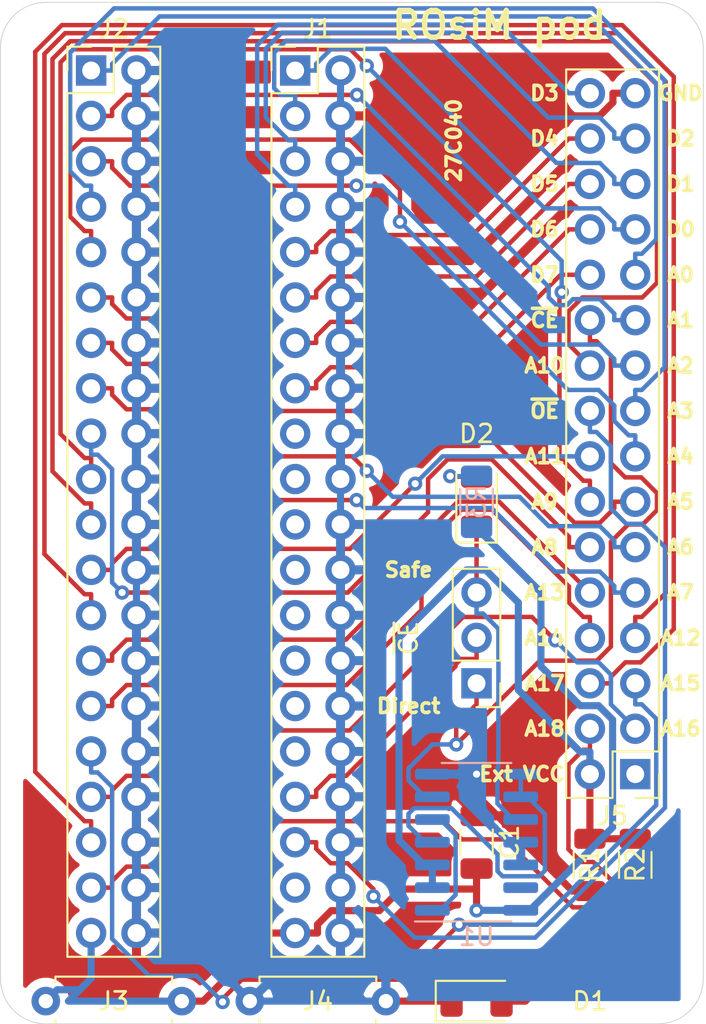
<source format=kicad_pcb>
(kicad_pcb (version 20171130) (host pcbnew 5.1.8-1.fc33)

  (general
    (thickness 1.6)
    (drawings 43)
    (tracks 508)
    (zones 0)
    (modules 13)
    (nets 39)
  )

  (page A4)
  (layers
    (0 F.Cu signal hide)
    (31 B.Cu signal hide)
    (32 B.Adhes user)
    (33 F.Adhes user)
    (34 B.Paste user)
    (35 F.Paste user)
    (36 B.SilkS user)
    (37 F.SilkS user)
    (38 B.Mask user)
    (39 F.Mask user)
    (40 Dwgs.User user)
    (41 Cmts.User user)
    (42 Eco1.User user)
    (43 Eco2.User user)
    (44 Edge.Cuts user)
    (45 Margin user)
    (46 B.CrtYd user)
    (47 F.CrtYd user)
    (48 B.Fab user)
    (49 F.Fab user)
  )

  (setup
    (last_trace_width 0.25)
    (trace_clearance 0.2)
    (zone_clearance 0.508)
    (zone_45_only no)
    (trace_min 0.2)
    (via_size 0.8)
    (via_drill 0.4)
    (via_min_size 0.4)
    (via_min_drill 0.3)
    (uvia_size 0.3)
    (uvia_drill 0.1)
    (uvias_allowed no)
    (uvia_min_size 0.2)
    (uvia_min_drill 0.1)
    (edge_width 0.05)
    (segment_width 0.2)
    (pcb_text_width 0.3)
    (pcb_text_size 1.5 1.5)
    (mod_edge_width 0.12)
    (mod_text_size 1 1)
    (mod_text_width 0.15)
    (pad_size 1.524 1.524)
    (pad_drill 0.762)
    (pad_to_mask_clearance 0)
    (aux_axis_origin 0 0)
    (visible_elements FFFFFF7F)
    (pcbplotparams
      (layerselection 0x010fc_ffffffff)
      (usegerberextensions false)
      (usegerberattributes true)
      (usegerberadvancedattributes true)
      (creategerberjobfile true)
      (excludeedgelayer true)
      (linewidth 0.100000)
      (plotframeref false)
      (viasonmask false)
      (mode 1)
      (useauxorigin false)
      (hpglpennumber 1)
      (hpglpenspeed 20)
      (hpglpendiameter 15.000000)
      (psnegative false)
      (psa4output false)
      (plotreference true)
      (plotvalue true)
      (plotinvisibletext false)
      (padsonsilk false)
      (subtractmaskfromsilk false)
      (outputformat 1)
      (mirror false)
      (drillshape 1)
      (scaleselection 1)
      (outputdirectory ""))
  )

  (net 0 "")
  (net 1 VCC)
  (net 2 GND)
  (net 3 "Net-(D1-Pad2)")
  (net 4 "Net-(D2-Pad2)")
  (net 5 /~SAFE_CE)
  (net 6 /~OE)
  (net 7 /~B_CE)
  (net 8 /D7)
  (net 9 /D6)
  (net 10 /D5)
  (net 11 /D4)
  (net 12 /D3)
  (net 13 /D2)
  (net 14 /D1)
  (net 15 /D0)
  (net 16 /A18)
  (net 17 /A17)
  (net 18 /A16)
  (net 19 /A15)
  (net 20 /A14)
  (net 21 /A13)
  (net 22 /A12)
  (net 23 /A11)
  (net 24 /A10)
  (net 25 /A9)
  (net 26 /A8)
  (net 27 /A7)
  (net 28 /A6)
  (net 29 /A5)
  (net 30 /A4)
  (net 31 /A3)
  (net 32 /A2)
  (net 33 /A1)
  (net 34 /A0)
  (net 35 /~DIR_CE)
  (net 36 /EXT_VCC)
  (net 37 "Net-(U1-Pad4)")
  (net 38 "Net-(U1-Pad1)")

  (net_class Default "This is the default net class."
    (clearance 0.2)
    (trace_width 0.25)
    (via_dia 0.8)
    (via_drill 0.4)
    (uvia_dia 0.3)
    (uvia_drill 0.1)
    (add_net /A0)
    (add_net /A1)
    (add_net /A10)
    (add_net /A11)
    (add_net /A12)
    (add_net /A13)
    (add_net /A14)
    (add_net /A15)
    (add_net /A16)
    (add_net /A17)
    (add_net /A18)
    (add_net /A2)
    (add_net /A3)
    (add_net /A4)
    (add_net /A5)
    (add_net /A6)
    (add_net /A7)
    (add_net /A8)
    (add_net /A9)
    (add_net /D0)
    (add_net /D1)
    (add_net /D2)
    (add_net /D3)
    (add_net /D4)
    (add_net /D5)
    (add_net /D6)
    (add_net /D7)
    (add_net /~B_CE)
    (add_net /~DIR_CE)
    (add_net /~OE)
    (add_net /~SAFE_CE)
    (add_net "Net-(D2-Pad2)")
    (add_net "Net-(U1-Pad1)")
    (add_net "Net-(U1-Pad4)")
  )

  (net_class Power ""
    (clearance 0.2)
    (trace_width 0.4)
    (via_dia 0.8)
    (via_drill 0.4)
    (uvia_dia 0.3)
    (uvia_drill 0.1)
    (add_net /EXT_VCC)
    (add_net GND)
    (add_net "Net-(D1-Pad2)")
    (add_net VCC)
  )

  (module Connector_PinHeader_2.54mm:PinHeader_2x16_P2.54mm_Vertical (layer F.Cu) (tedit 59FED5CC) (tstamp 5FB928F6)
    (at 165.1 77.47 180)
    (descr "Through hole straight pin header, 2x16, 2.54mm pitch, double rows")
    (tags "Through hole pin header THT 2x16 2.54mm double row")
    (path /5FBA71DE)
    (fp_text reference J5 (at 1.27 -2.33) (layer F.SilkS)
      (effects (font (size 1 1) (thickness 0.15)))
    )
    (fp_text value "ROM Lines" (at 1.27 40.43) (layer F.Fab)
      (effects (font (size 1 1) (thickness 0.15)))
    )
    (fp_text user %R (at 1.27 19.05 90) (layer F.Fab)
      (effects (font (size 1 1) (thickness 0.15)))
    )
    (fp_line (start 0 -1.27) (end 3.81 -1.27) (layer F.Fab) (width 0.1))
    (fp_line (start 3.81 -1.27) (end 3.81 39.37) (layer F.Fab) (width 0.1))
    (fp_line (start 3.81 39.37) (end -1.27 39.37) (layer F.Fab) (width 0.1))
    (fp_line (start -1.27 39.37) (end -1.27 0) (layer F.Fab) (width 0.1))
    (fp_line (start -1.27 0) (end 0 -1.27) (layer F.Fab) (width 0.1))
    (fp_line (start -1.33 39.43) (end 3.87 39.43) (layer F.SilkS) (width 0.12))
    (fp_line (start -1.33 1.27) (end -1.33 39.43) (layer F.SilkS) (width 0.12))
    (fp_line (start 3.87 -1.33) (end 3.87 39.43) (layer F.SilkS) (width 0.12))
    (fp_line (start -1.33 1.27) (end 1.27 1.27) (layer F.SilkS) (width 0.12))
    (fp_line (start 1.27 1.27) (end 1.27 -1.33) (layer F.SilkS) (width 0.12))
    (fp_line (start 1.27 -1.33) (end 3.87 -1.33) (layer F.SilkS) (width 0.12))
    (fp_line (start -1.33 0) (end -1.33 -1.33) (layer F.SilkS) (width 0.12))
    (fp_line (start -1.33 -1.33) (end 0 -1.33) (layer F.SilkS) (width 0.12))
    (fp_line (start -1.8 -1.8) (end -1.8 39.9) (layer F.CrtYd) (width 0.05))
    (fp_line (start -1.8 39.9) (end 4.35 39.9) (layer F.CrtYd) (width 0.05))
    (fp_line (start 4.35 39.9) (end 4.35 -1.8) (layer F.CrtYd) (width 0.05))
    (fp_line (start 4.35 -1.8) (end -1.8 -1.8) (layer F.CrtYd) (width 0.05))
    (pad 32 thru_hole oval (at 2.54 38.1 180) (size 1.7 1.7) (drill 1) (layers *.Cu *.Mask)
      (net 12 /D3))
    (pad 31 thru_hole oval (at 0 38.1 180) (size 1.7 1.7) (drill 1) (layers *.Cu *.Mask)
      (net 2 GND))
    (pad 30 thru_hole oval (at 2.54 35.56 180) (size 1.7 1.7) (drill 1) (layers *.Cu *.Mask)
      (net 11 /D4))
    (pad 29 thru_hole oval (at 0 35.56 180) (size 1.7 1.7) (drill 1) (layers *.Cu *.Mask)
      (net 13 /D2))
    (pad 28 thru_hole oval (at 2.54 33.02 180) (size 1.7 1.7) (drill 1) (layers *.Cu *.Mask)
      (net 10 /D5))
    (pad 27 thru_hole oval (at 0 33.02 180) (size 1.7 1.7) (drill 1) (layers *.Cu *.Mask)
      (net 14 /D1))
    (pad 26 thru_hole oval (at 2.54 30.48 180) (size 1.7 1.7) (drill 1) (layers *.Cu *.Mask)
      (net 9 /D6))
    (pad 25 thru_hole oval (at 0 30.48 180) (size 1.7 1.7) (drill 1) (layers *.Cu *.Mask)
      (net 15 /D0))
    (pad 24 thru_hole oval (at 2.54 27.94 180) (size 1.7 1.7) (drill 1) (layers *.Cu *.Mask)
      (net 8 /D7))
    (pad 23 thru_hole oval (at 0 27.94 180) (size 1.7 1.7) (drill 1) (layers *.Cu *.Mask)
      (net 34 /A0))
    (pad 22 thru_hole oval (at 2.54 25.4 180) (size 1.7 1.7) (drill 1) (layers *.Cu *.Mask)
      (net 35 /~DIR_CE))
    (pad 21 thru_hole oval (at 0 25.4 180) (size 1.7 1.7) (drill 1) (layers *.Cu *.Mask)
      (net 33 /A1))
    (pad 20 thru_hole oval (at 2.54 22.86 180) (size 1.7 1.7) (drill 1) (layers *.Cu *.Mask)
      (net 24 /A10))
    (pad 19 thru_hole oval (at 0 22.86 180) (size 1.7 1.7) (drill 1) (layers *.Cu *.Mask)
      (net 32 /A2))
    (pad 18 thru_hole oval (at 2.54 20.32 180) (size 1.7 1.7) (drill 1) (layers *.Cu *.Mask)
      (net 6 /~OE))
    (pad 17 thru_hole oval (at 0 20.32 180) (size 1.7 1.7) (drill 1) (layers *.Cu *.Mask)
      (net 31 /A3))
    (pad 16 thru_hole oval (at 2.54 17.78 180) (size 1.7 1.7) (drill 1) (layers *.Cu *.Mask)
      (net 23 /A11))
    (pad 15 thru_hole oval (at 0 17.78 180) (size 1.7 1.7) (drill 1) (layers *.Cu *.Mask)
      (net 30 /A4))
    (pad 14 thru_hole oval (at 2.54 15.24 180) (size 1.7 1.7) (drill 1) (layers *.Cu *.Mask)
      (net 25 /A9))
    (pad 13 thru_hole oval (at 0 15.24 180) (size 1.7 1.7) (drill 1) (layers *.Cu *.Mask)
      (net 29 /A5))
    (pad 12 thru_hole oval (at 2.54 12.7 180) (size 1.7 1.7) (drill 1) (layers *.Cu *.Mask)
      (net 26 /A8))
    (pad 11 thru_hole oval (at 0 12.7 180) (size 1.7 1.7) (drill 1) (layers *.Cu *.Mask)
      (net 28 /A6))
    (pad 10 thru_hole oval (at 2.54 10.16 180) (size 1.7 1.7) (drill 1) (layers *.Cu *.Mask)
      (net 21 /A13))
    (pad 9 thru_hole oval (at 0 10.16 180) (size 1.7 1.7) (drill 1) (layers *.Cu *.Mask)
      (net 27 /A7))
    (pad 8 thru_hole oval (at 2.54 7.62 180) (size 1.7 1.7) (drill 1) (layers *.Cu *.Mask)
      (net 20 /A14))
    (pad 7 thru_hole oval (at 0 7.62 180) (size 1.7 1.7) (drill 1) (layers *.Cu *.Mask)
      (net 22 /A12))
    (pad 6 thru_hole oval (at 2.54 5.08 180) (size 1.7 1.7) (drill 1) (layers *.Cu *.Mask)
      (net 17 /A17))
    (pad 5 thru_hole oval (at 0 5.08 180) (size 1.7 1.7) (drill 1) (layers *.Cu *.Mask)
      (net 19 /A15))
    (pad 4 thru_hole oval (at 2.54 2.54 180) (size 1.7 1.7) (drill 1) (layers *.Cu *.Mask)
      (net 16 /A18))
    (pad 3 thru_hole oval (at 0 2.54 180) (size 1.7 1.7) (drill 1) (layers *.Cu *.Mask)
      (net 18 /A16))
    (pad 2 thru_hole oval (at 2.54 0 180) (size 1.7 1.7) (drill 1) (layers *.Cu *.Mask)
      (net 36 /EXT_VCC))
    (pad 1 thru_hole rect (at 0 0 180) (size 1.7 1.7) (drill 1) (layers *.Cu *.Mask))
    (model ${KISYS3DMOD}/Connector_PinHeader_2.54mm.3dshapes/PinHeader_2x16_P2.54mm_Vertical.wrl
      (at (xyz 0 0 0))
      (scale (xyz 1 1 1))
      (rotate (xyz 0 0 0))
    )
  )

  (module Package_SO:SO-14_3.9x8.65mm_P1.27mm (layer B.Cu) (tedit 5F427CE7) (tstamp 5FB3D67A)
    (at 156.21 81.28)
    (descr "SO, 14 Pin (https://www.st.com/resource/en/datasheet/l6491.pdf), generated with kicad-footprint-generator ipc_gullwing_generator.py")
    (tags "SO SO")
    (path /5FCEB885)
    (attr smd)
    (fp_text reference U1 (at 0 5.28) (layer B.SilkS)
      (effects (font (size 1 1) (thickness 0.15)) (justify mirror))
    )
    (fp_text value 74HCT02 (at 0 -5.28) (layer B.Fab)
      (effects (font (size 1 1) (thickness 0.15)) (justify mirror))
    )
    (fp_line (start 3.7 4.58) (end -3.7 4.58) (layer B.CrtYd) (width 0.05))
    (fp_line (start 3.7 -4.58) (end 3.7 4.58) (layer B.CrtYd) (width 0.05))
    (fp_line (start -3.7 -4.58) (end 3.7 -4.58) (layer B.CrtYd) (width 0.05))
    (fp_line (start -3.7 4.58) (end -3.7 -4.58) (layer B.CrtYd) (width 0.05))
    (fp_line (start -1.95 3.35) (end -0.975 4.325) (layer B.Fab) (width 0.1))
    (fp_line (start -1.95 -4.325) (end -1.95 3.35) (layer B.Fab) (width 0.1))
    (fp_line (start 1.95 -4.325) (end -1.95 -4.325) (layer B.Fab) (width 0.1))
    (fp_line (start 1.95 4.325) (end 1.95 -4.325) (layer B.Fab) (width 0.1))
    (fp_line (start -0.975 4.325) (end 1.95 4.325) (layer B.Fab) (width 0.1))
    (fp_line (start 0 4.435) (end -3.45 4.435) (layer B.SilkS) (width 0.12))
    (fp_line (start 0 4.435) (end 1.95 4.435) (layer B.SilkS) (width 0.12))
    (fp_line (start 0 -4.435) (end -1.95 -4.435) (layer B.SilkS) (width 0.12))
    (fp_line (start 0 -4.435) (end 1.95 -4.435) (layer B.SilkS) (width 0.12))
    (fp_text user %R (at 0 0) (layer B.Fab)
      (effects (font (size 0.98 0.98) (thickness 0.15)) (justify mirror))
    )
    (pad 14 smd roundrect (at 2.475 3.81) (size 1.95 0.6) (layers B.Cu B.Paste B.Mask) (roundrect_rratio 0.25)
      (net 1 VCC))
    (pad 13 smd roundrect (at 2.475 2.54) (size 1.95 0.6) (layers B.Cu B.Paste B.Mask) (roundrect_rratio 0.25))
    (pad 12 smd roundrect (at 2.475 1.27) (size 1.95 0.6) (layers B.Cu B.Paste B.Mask) (roundrect_rratio 0.25)
      (net 2 GND))
    (pad 11 smd roundrect (at 2.475 0) (size 1.95 0.6) (layers B.Cu B.Paste B.Mask) (roundrect_rratio 0.25)
      (net 2 GND))
    (pad 10 smd roundrect (at 2.475 -1.27) (size 1.95 0.6) (layers B.Cu B.Paste B.Mask) (roundrect_rratio 0.25)
      (net 5 /~SAFE_CE))
    (pad 9 smd roundrect (at 2.475 -2.54) (size 1.95 0.6) (layers B.Cu B.Paste B.Mask) (roundrect_rratio 0.25)
      (net 37 "Net-(U1-Pad4)"))
    (pad 8 smd roundrect (at 2.475 -3.81) (size 1.95 0.6) (layers B.Cu B.Paste B.Mask) (roundrect_rratio 0.25)
      (net 37 "Net-(U1-Pad4)"))
    (pad 7 smd roundrect (at -2.475 -3.81) (size 1.95 0.6) (layers B.Cu B.Paste B.Mask) (roundrect_rratio 0.25)
      (net 2 GND))
    (pad 6 smd roundrect (at -2.475 -2.54) (size 1.95 0.6) (layers B.Cu B.Paste B.Mask) (roundrect_rratio 0.25)
      (net 35 /~DIR_CE))
    (pad 5 smd roundrect (at -2.475 -1.27) (size 1.95 0.6) (layers B.Cu B.Paste B.Mask) (roundrect_rratio 0.25)
      (net 38 "Net-(U1-Pad1)"))
    (pad 4 smd roundrect (at -2.475 0) (size 1.95 0.6) (layers B.Cu B.Paste B.Mask) (roundrect_rratio 0.25)
      (net 37 "Net-(U1-Pad4)"))
    (pad 3 smd roundrect (at -2.475 1.27) (size 1.95 0.6) (layers B.Cu B.Paste B.Mask) (roundrect_rratio 0.25)
      (net 36 /EXT_VCC))
    (pad 2 smd roundrect (at -2.475 2.54) (size 1.95 0.6) (layers B.Cu B.Paste B.Mask) (roundrect_rratio 0.25)
      (net 36 /EXT_VCC))
    (pad 1 smd roundrect (at -2.475 3.81) (size 1.95 0.6) (layers B.Cu B.Paste B.Mask) (roundrect_rratio 0.25)
      (net 38 "Net-(U1-Pad1)"))
    (model ${KISYS3DMOD}/Package_SO.3dshapes/SO-14_3.9x8.65mm_P1.27mm.wrl
      (at (xyz 0 0 0))
      (scale (xyz 1 1 1))
      (rotate (xyz 0 0 0))
    )
  )

  (module Resistor_SMD:R_1206_3216Metric (layer B.Cu) (tedit 5F68FEEE) (tstamp 5FB3D63E)
    (at 156.21 62.23 270)
    (descr "Resistor SMD 1206 (3216 Metric), square (rectangular) end terminal, IPC_7351 nominal, (Body size source: IPC-SM-782 page 72, https://www.pcb-3d.com/wordpress/wp-content/uploads/ipc-sm-782a_amendment_1_and_2.pdf), generated with kicad-footprint-generator")
    (tags resistor)
    (path /601DEF89)
    (attr smd)
    (fp_text reference R3 (at 0 0 90) (layer B.SilkS)
      (effects (font (size 1 1) (thickness 0.15)) (justify mirror))
    )
    (fp_text value 470 (at 0 -1.82 90) (layer B.Fab)
      (effects (font (size 1 1) (thickness 0.15)) (justify mirror))
    )
    (fp_line (start 2.28 -1.12) (end -2.28 -1.12) (layer B.CrtYd) (width 0.05))
    (fp_line (start 2.28 1.12) (end 2.28 -1.12) (layer B.CrtYd) (width 0.05))
    (fp_line (start -2.28 1.12) (end 2.28 1.12) (layer B.CrtYd) (width 0.05))
    (fp_line (start -2.28 -1.12) (end -2.28 1.12) (layer B.CrtYd) (width 0.05))
    (fp_line (start -0.727064 -0.91) (end 0.727064 -0.91) (layer B.SilkS) (width 0.12))
    (fp_line (start -0.727064 0.91) (end 0.727064 0.91) (layer B.SilkS) (width 0.12))
    (fp_line (start 1.6 -0.8) (end -1.6 -0.8) (layer B.Fab) (width 0.1))
    (fp_line (start 1.6 0.8) (end 1.6 -0.8) (layer B.Fab) (width 0.1))
    (fp_line (start -1.6 0.8) (end 1.6 0.8) (layer B.Fab) (width 0.1))
    (fp_line (start -1.6 -0.8) (end -1.6 0.8) (layer B.Fab) (width 0.1))
    (fp_text user %R (at 0 0 90) (layer B.Fab)
      (effects (font (size 0.8 0.8) (thickness 0.12)) (justify mirror))
    )
    (pad 2 smd roundrect (at 1.4625 0 270) (size 1.125 1.75) (layers B.Cu B.Paste B.Mask) (roundrect_rratio 0.222222)
      (net 1 VCC))
    (pad 1 smd roundrect (at -1.4625 0 270) (size 1.125 1.75) (layers B.Cu B.Paste B.Mask) (roundrect_rratio 0.222222)
      (net 4 "Net-(D2-Pad2)"))
    (model ${KISYS3DMOD}/Resistor_SMD.3dshapes/R_1206_3216Metric.wrl
      (at (xyz 0 0 0))
      (scale (xyz 1 1 1))
      (rotate (xyz 0 0 0))
    )
  )

  (module Resistor_SMD:R_1206_3216Metric (layer F.Cu) (tedit 5F68FEEE) (tstamp 5FB3D62D)
    (at 165.1 82.55 90)
    (descr "Resistor SMD 1206 (3216 Metric), square (rectangular) end terminal, IPC_7351 nominal, (Body size source: IPC-SM-782 page 72, https://www.pcb-3d.com/wordpress/wp-content/uploads/ipc-sm-782a_amendment_1_and_2.pdf), generated with kicad-footprint-generator")
    (tags resistor)
    (path /6019F326)
    (attr smd)
    (fp_text reference R2 (at 0 0 90) (layer F.SilkS)
      (effects (font (size 1 1) (thickness 0.15)))
    )
    (fp_text value 1k (at 0 1.82 90) (layer F.Fab)
      (effects (font (size 1 1) (thickness 0.15)))
    )
    (fp_line (start 2.28 1.12) (end -2.28 1.12) (layer F.CrtYd) (width 0.05))
    (fp_line (start 2.28 -1.12) (end 2.28 1.12) (layer F.CrtYd) (width 0.05))
    (fp_line (start -2.28 -1.12) (end 2.28 -1.12) (layer F.CrtYd) (width 0.05))
    (fp_line (start -2.28 1.12) (end -2.28 -1.12) (layer F.CrtYd) (width 0.05))
    (fp_line (start -0.727064 0.91) (end 0.727064 0.91) (layer F.SilkS) (width 0.12))
    (fp_line (start -0.727064 -0.91) (end 0.727064 -0.91) (layer F.SilkS) (width 0.12))
    (fp_line (start 1.6 0.8) (end -1.6 0.8) (layer F.Fab) (width 0.1))
    (fp_line (start 1.6 -0.8) (end 1.6 0.8) (layer F.Fab) (width 0.1))
    (fp_line (start -1.6 -0.8) (end 1.6 -0.8) (layer F.Fab) (width 0.1))
    (fp_line (start -1.6 0.8) (end -1.6 -0.8) (layer F.Fab) (width 0.1))
    (fp_text user %R (at 0 0 90) (layer F.Fab)
      (effects (font (size 0.8 0.8) (thickness 0.12)))
    )
    (pad 2 smd roundrect (at 1.4625 0 90) (size 1.125 1.75) (layers F.Cu F.Paste F.Mask) (roundrect_rratio 0.222222)
      (net 36 /EXT_VCC))
    (pad 1 smd roundrect (at -1.4625 0 90) (size 1.125 1.75) (layers F.Cu F.Paste F.Mask) (roundrect_rratio 0.222222)
      (net 3 "Net-(D1-Pad2)"))
    (model ${KISYS3DMOD}/Resistor_SMD.3dshapes/R_1206_3216Metric.wrl
      (at (xyz 0 0 0))
      (scale (xyz 1 1 1))
      (rotate (xyz 0 0 0))
    )
  )

  (module Resistor_SMD:R_1206_3216Metric (layer F.Cu) (tedit 5F68FEEE) (tstamp 5FB3D61C)
    (at 162.56 82.55 90)
    (descr "Resistor SMD 1206 (3216 Metric), square (rectangular) end terminal, IPC_7351 nominal, (Body size source: IPC-SM-782 page 72, https://www.pcb-3d.com/wordpress/wp-content/uploads/ipc-sm-782a_amendment_1_and_2.pdf), generated with kicad-footprint-generator")
    (tags resistor)
    (path /5FD941FD)
    (attr smd)
    (fp_text reference R1 (at 0 0 90) (layer F.SilkS)
      (effects (font (size 1 1) (thickness 0.15)))
    )
    (fp_text value 4.7K (at 0 1.82 90) (layer F.Fab)
      (effects (font (size 1 1) (thickness 0.15)))
    )
    (fp_line (start 2.28 1.12) (end -2.28 1.12) (layer F.CrtYd) (width 0.05))
    (fp_line (start 2.28 -1.12) (end 2.28 1.12) (layer F.CrtYd) (width 0.05))
    (fp_line (start -2.28 -1.12) (end 2.28 -1.12) (layer F.CrtYd) (width 0.05))
    (fp_line (start -2.28 1.12) (end -2.28 -1.12) (layer F.CrtYd) (width 0.05))
    (fp_line (start -0.727064 0.91) (end 0.727064 0.91) (layer F.SilkS) (width 0.12))
    (fp_line (start -0.727064 -0.91) (end 0.727064 -0.91) (layer F.SilkS) (width 0.12))
    (fp_line (start 1.6 0.8) (end -1.6 0.8) (layer F.Fab) (width 0.1))
    (fp_line (start 1.6 -0.8) (end 1.6 0.8) (layer F.Fab) (width 0.1))
    (fp_line (start -1.6 -0.8) (end 1.6 -0.8) (layer F.Fab) (width 0.1))
    (fp_line (start -1.6 0.8) (end -1.6 -0.8) (layer F.Fab) (width 0.1))
    (fp_text user %R (at 0 0 90) (layer F.Fab)
      (effects (font (size 0.8 0.8) (thickness 0.12)))
    )
    (pad 2 smd roundrect (at 1.4625 0 90) (size 1.125 1.75) (layers F.Cu F.Paste F.Mask) (roundrect_rratio 0.222222)
      (net 36 /EXT_VCC))
    (pad 1 smd roundrect (at -1.4625 0 90) (size 1.125 1.75) (layers F.Cu F.Paste F.Mask) (roundrect_rratio 0.222222)
      (net 2 GND))
    (model ${KISYS3DMOD}/Resistor_SMD.3dshapes/R_1206_3216Metric.wrl
      (at (xyz 0 0 0))
      (scale (xyz 1 1 1))
      (rotate (xyz 0 0 0))
    )
  )

  (module Connector_PinHeader_2.54mm:PinHeader_1x03_P2.54mm_Vertical (layer F.Cu) (tedit 59FED5CC) (tstamp 5FB3D59D)
    (at 156.21 72.39 180)
    (descr "Through hole straight pin header, 1x03, 2.54mm pitch, single row")
    (tags "Through hole pin header THT 1x03 2.54mm single row")
    (path /5FC9E5F1)
    (fp_text reference ~CE (at 3.81 2.54 90) (layer F.SilkS)
      (effects (font (size 1 1) (thickness 0.15)))
    )
    (fp_text value "/OE Selection" (at 0 7.41) (layer F.Fab)
      (effects (font (size 1 1) (thickness 0.15)))
    )
    (fp_line (start 1.8 -1.8) (end -1.8 -1.8) (layer F.CrtYd) (width 0.05))
    (fp_line (start 1.8 6.85) (end 1.8 -1.8) (layer F.CrtYd) (width 0.05))
    (fp_line (start -1.8 6.85) (end 1.8 6.85) (layer F.CrtYd) (width 0.05))
    (fp_line (start -1.8 -1.8) (end -1.8 6.85) (layer F.CrtYd) (width 0.05))
    (fp_line (start -1.33 -1.33) (end 0 -1.33) (layer F.SilkS) (width 0.12))
    (fp_line (start -1.33 0) (end -1.33 -1.33) (layer F.SilkS) (width 0.12))
    (fp_line (start -1.33 1.27) (end 1.33 1.27) (layer F.SilkS) (width 0.12))
    (fp_line (start 1.33 1.27) (end 1.33 6.41) (layer F.SilkS) (width 0.12))
    (fp_line (start -1.33 1.27) (end -1.33 6.41) (layer F.SilkS) (width 0.12))
    (fp_line (start -1.33 6.41) (end 1.33 6.41) (layer F.SilkS) (width 0.12))
    (fp_line (start -1.27 -0.635) (end -0.635 -1.27) (layer F.Fab) (width 0.1))
    (fp_line (start -1.27 6.35) (end -1.27 -0.635) (layer F.Fab) (width 0.1))
    (fp_line (start 1.27 6.35) (end -1.27 6.35) (layer F.Fab) (width 0.1))
    (fp_line (start 1.27 -1.27) (end 1.27 6.35) (layer F.Fab) (width 0.1))
    (fp_line (start -0.635 -1.27) (end 1.27 -1.27) (layer F.Fab) (width 0.1))
    (fp_text user %R (at 0 2.54 90) (layer F.Fab)
      (effects (font (size 1 1) (thickness 0.15)))
    )
    (pad 3 thru_hole oval (at 0 5.08 180) (size 1.7 1.7) (drill 1) (layers *.Cu *.Mask)
      (net 5 /~SAFE_CE))
    (pad 2 thru_hole oval (at 0 2.54 180) (size 1.7 1.7) (drill 1) (layers *.Cu *.Mask)
      (net 7 /~B_CE))
    (pad 1 thru_hole rect (at 0 0 180) (size 1.7 1.7) (drill 1) (layers *.Cu *.Mask)
      (net 35 /~DIR_CE))
    (model ${KISYS3DMOD}/Connector_PinHeader_2.54mm.3dshapes/PinHeader_1x03_P2.54mm_Vertical.wrl
      (at (xyz 0 0 0))
      (scale (xyz 1 1 1))
      (rotate (xyz 0 0 0))
    )
  )

  (module Resistor_THT:R_Axial_DIN0207_L6.3mm_D2.5mm_P7.62mm_Horizontal (layer F.Cu) (tedit 5AE5139B) (tstamp 5FB3D554)
    (at 143.51 90.17)
    (descr "Resistor, Axial_DIN0207 series, Axial, Horizontal, pin pitch=7.62mm, 0.25W = 1/4W, length*diameter=6.3*2.5mm^2, http://cdn-reichelt.de/documents/datenblatt/B400/1_4W%23YAG.pdf")
    (tags "Resistor Axial_DIN0207 series Axial Horizontal pin pitch 7.62mm 0.25W = 1/4W length 6.3mm diameter 2.5mm")
    (path /5FC84BD6)
    (fp_text reference J4 (at 3.81 0) (layer F.SilkS)
      (effects (font (size 1 1) (thickness 0.15)))
    )
    (fp_text value GND_Probe (at 3.81 2.37) (layer F.Fab)
      (effects (font (size 1 1) (thickness 0.15)))
    )
    (fp_line (start 8.67 -1.5) (end -1.05 -1.5) (layer F.CrtYd) (width 0.05))
    (fp_line (start 8.67 1.5) (end 8.67 -1.5) (layer F.CrtYd) (width 0.05))
    (fp_line (start -1.05 1.5) (end 8.67 1.5) (layer F.CrtYd) (width 0.05))
    (fp_line (start -1.05 -1.5) (end -1.05 1.5) (layer F.CrtYd) (width 0.05))
    (fp_line (start 7.08 1.37) (end 7.08 1.04) (layer F.SilkS) (width 0.12))
    (fp_line (start 0.54 1.37) (end 7.08 1.37) (layer F.SilkS) (width 0.12))
    (fp_line (start 0.54 1.04) (end 0.54 1.37) (layer F.SilkS) (width 0.12))
    (fp_line (start 7.08 -1.37) (end 7.08 -1.04) (layer F.SilkS) (width 0.12))
    (fp_line (start 0.54 -1.37) (end 7.08 -1.37) (layer F.SilkS) (width 0.12))
    (fp_line (start 0.54 -1.04) (end 0.54 -1.37) (layer F.SilkS) (width 0.12))
    (fp_line (start 7.62 0) (end 6.96 0) (layer F.Fab) (width 0.1))
    (fp_line (start 0 0) (end 0.66 0) (layer F.Fab) (width 0.1))
    (fp_line (start 6.96 -1.25) (end 0.66 -1.25) (layer F.Fab) (width 0.1))
    (fp_line (start 6.96 1.25) (end 6.96 -1.25) (layer F.Fab) (width 0.1))
    (fp_line (start 0.66 1.25) (end 6.96 1.25) (layer F.Fab) (width 0.1))
    (fp_line (start 0.66 -1.25) (end 0.66 1.25) (layer F.Fab) (width 0.1))
    (fp_text user %R (at 3.81 0) (layer F.Fab)
      (effects (font (size 1 1) (thickness 0.15)))
    )
    (pad 2 thru_hole oval (at 7.62 0) (size 1.6 1.6) (drill 0.8) (layers *.Cu *.Mask)
      (net 2 GND))
    (pad 1 thru_hole circle (at 0 0) (size 1.6 1.6) (drill 0.8) (layers *.Cu *.Mask)
      (net 2 GND))
    (model ${KISYS3DMOD}/Resistor_THT.3dshapes/R_Axial_DIN0207_L6.3mm_D2.5mm_P7.62mm_Horizontal.wrl
      (at (xyz 0 0 0))
      (scale (xyz 1 1 1))
      (rotate (xyz 0 0 0))
    )
  )

  (module Resistor_THT:R_Axial_DIN0207_L6.3mm_D2.5mm_P7.62mm_Horizontal (layer F.Cu) (tedit 5AE5139B) (tstamp 5FB3D53D)
    (at 132.08 90.17)
    (descr "Resistor, Axial_DIN0207 series, Axial, Horizontal, pin pitch=7.62mm, 0.25W = 1/4W, length*diameter=6.3*2.5mm^2, http://cdn-reichelt.de/documents/datenblatt/B400/1_4W%23YAG.pdf")
    (tags "Resistor Axial_DIN0207 series Axial Horizontal pin pitch 7.62mm 0.25W = 1/4W length 6.3mm diameter 2.5mm")
    (path /5FC6B9CA)
    (fp_text reference J3 (at 3.81 0) (layer F.SilkS)
      (effects (font (size 1 1) (thickness 0.15)))
    )
    (fp_text value VCC_Probe (at 3.81 2.37) (layer F.Fab)
      (effects (font (size 1 1) (thickness 0.15)))
    )
    (fp_line (start 8.67 -1.5) (end -1.05 -1.5) (layer F.CrtYd) (width 0.05))
    (fp_line (start 8.67 1.5) (end 8.67 -1.5) (layer F.CrtYd) (width 0.05))
    (fp_line (start -1.05 1.5) (end 8.67 1.5) (layer F.CrtYd) (width 0.05))
    (fp_line (start -1.05 -1.5) (end -1.05 1.5) (layer F.CrtYd) (width 0.05))
    (fp_line (start 7.08 1.37) (end 7.08 1.04) (layer F.SilkS) (width 0.12))
    (fp_line (start 0.54 1.37) (end 7.08 1.37) (layer F.SilkS) (width 0.12))
    (fp_line (start 0.54 1.04) (end 0.54 1.37) (layer F.SilkS) (width 0.12))
    (fp_line (start 7.08 -1.37) (end 7.08 -1.04) (layer F.SilkS) (width 0.12))
    (fp_line (start 0.54 -1.37) (end 7.08 -1.37) (layer F.SilkS) (width 0.12))
    (fp_line (start 0.54 -1.04) (end 0.54 -1.37) (layer F.SilkS) (width 0.12))
    (fp_line (start 7.62 0) (end 6.96 0) (layer F.Fab) (width 0.1))
    (fp_line (start 0 0) (end 0.66 0) (layer F.Fab) (width 0.1))
    (fp_line (start 6.96 -1.25) (end 0.66 -1.25) (layer F.Fab) (width 0.1))
    (fp_line (start 6.96 1.25) (end 6.96 -1.25) (layer F.Fab) (width 0.1))
    (fp_line (start 0.66 1.25) (end 6.96 1.25) (layer F.Fab) (width 0.1))
    (fp_line (start 0.66 -1.25) (end 0.66 1.25) (layer F.Fab) (width 0.1))
    (fp_text user %R (at 3.81 0) (layer F.Fab)
      (effects (font (size 1 1) (thickness 0.15)))
    )
    (pad 2 thru_hole oval (at 7.62 0) (size 1.6 1.6) (drill 0.8) (layers *.Cu *.Mask)
      (net 1 VCC))
    (pad 1 thru_hole circle (at 0 0) (size 1.6 1.6) (drill 0.8) (layers *.Cu *.Mask)
      (net 1 VCC))
    (model ${KISYS3DMOD}/Resistor_THT.3dshapes/R_Axial_DIN0207_L6.3mm_D2.5mm_P7.62mm_Horizontal.wrl
      (at (xyz 0 0 0))
      (scale (xyz 1 1 1))
      (rotate (xyz 0 0 0))
    )
  )

  (module Connector_PinHeader_2.54mm:PinHeader_2x20_P2.54mm_Vertical (layer F.Cu) (tedit 59FED5CC) (tstamp 5FB3D526)
    (at 134.62 38.1)
    (descr "Through hole straight pin header, 2x20, 2.54mm pitch, double rows")
    (tags "Through hole pin header THT 2x20 2.54mm double row")
    (path /5FB3A532)
    (fp_text reference J2 (at 1.27 -2.33) (layer F.SilkS)
      (effects (font (size 1 1) (thickness 0.15)))
    )
    (fp_text value EXT_ADDR (at 1.27 50.59) (layer F.Fab)
      (effects (font (size 1 1) (thickness 0.15)))
    )
    (fp_line (start 4.35 -1.8) (end -1.8 -1.8) (layer F.CrtYd) (width 0.05))
    (fp_line (start 4.35 50.05) (end 4.35 -1.8) (layer F.CrtYd) (width 0.05))
    (fp_line (start -1.8 50.05) (end 4.35 50.05) (layer F.CrtYd) (width 0.05))
    (fp_line (start -1.8 -1.8) (end -1.8 50.05) (layer F.CrtYd) (width 0.05))
    (fp_line (start -1.33 -1.33) (end 0 -1.33) (layer F.SilkS) (width 0.12))
    (fp_line (start -1.33 0) (end -1.33 -1.33) (layer F.SilkS) (width 0.12))
    (fp_line (start 1.27 -1.33) (end 3.87 -1.33) (layer F.SilkS) (width 0.12))
    (fp_line (start 1.27 1.27) (end 1.27 -1.33) (layer F.SilkS) (width 0.12))
    (fp_line (start -1.33 1.27) (end 1.27 1.27) (layer F.SilkS) (width 0.12))
    (fp_line (start 3.87 -1.33) (end 3.87 49.59) (layer F.SilkS) (width 0.12))
    (fp_line (start -1.33 1.27) (end -1.33 49.59) (layer F.SilkS) (width 0.12))
    (fp_line (start -1.33 49.59) (end 3.87 49.59) (layer F.SilkS) (width 0.12))
    (fp_line (start -1.27 0) (end 0 -1.27) (layer F.Fab) (width 0.1))
    (fp_line (start -1.27 49.53) (end -1.27 0) (layer F.Fab) (width 0.1))
    (fp_line (start 3.81 49.53) (end -1.27 49.53) (layer F.Fab) (width 0.1))
    (fp_line (start 3.81 -1.27) (end 3.81 49.53) (layer F.Fab) (width 0.1))
    (fp_line (start 0 -1.27) (end 3.81 -1.27) (layer F.Fab) (width 0.1))
    (fp_text user %R (at 1.27 24.13 90) (layer F.Fab)
      (effects (font (size 1 1) (thickness 0.15)))
    )
    (pad 40 thru_hole oval (at 2.54 48.26) (size 1.7 1.7) (drill 1) (layers *.Cu *.Mask)
      (net 2 GND))
    (pad 39 thru_hole oval (at 0 48.26) (size 1.7 1.7) (drill 1) (layers *.Cu *.Mask)
      (net 1 VCC))
    (pad 38 thru_hole oval (at 2.54 45.72) (size 1.7 1.7) (drill 1) (layers *.Cu *.Mask)
      (net 2 GND))
    (pad 37 thru_hole oval (at 0 45.72) (size 1.7 1.7) (drill 1) (layers *.Cu *.Mask)
      (net 16 /A18))
    (pad 36 thru_hole oval (at 2.54 43.18) (size 1.7 1.7) (drill 1) (layers *.Cu *.Mask)
      (net 2 GND))
    (pad 35 thru_hole oval (at 0 43.18) (size 1.7 1.7) (drill 1) (layers *.Cu *.Mask)
      (net 17 /A17))
    (pad 34 thru_hole oval (at 2.54 40.64) (size 1.7 1.7) (drill 1) (layers *.Cu *.Mask)
      (net 2 GND))
    (pad 33 thru_hole oval (at 0 40.64) (size 1.7 1.7) (drill 1) (layers *.Cu *.Mask)
      (net 18 /A16))
    (pad 32 thru_hole oval (at 2.54 38.1) (size 1.7 1.7) (drill 1) (layers *.Cu *.Mask)
      (net 2 GND))
    (pad 31 thru_hole oval (at 0 38.1) (size 1.7 1.7) (drill 1) (layers *.Cu *.Mask)
      (net 19 /A15))
    (pad 30 thru_hole oval (at 2.54 35.56) (size 1.7 1.7) (drill 1) (layers *.Cu *.Mask)
      (net 2 GND))
    (pad 29 thru_hole oval (at 0 35.56) (size 1.7 1.7) (drill 1) (layers *.Cu *.Mask)
      (net 20 /A14))
    (pad 28 thru_hole oval (at 2.54 33.02) (size 1.7 1.7) (drill 1) (layers *.Cu *.Mask)
      (net 2 GND))
    (pad 27 thru_hole oval (at 0 33.02) (size 1.7 1.7) (drill 1) (layers *.Cu *.Mask)
      (net 21 /A13))
    (pad 26 thru_hole oval (at 2.54 30.48) (size 1.7 1.7) (drill 1) (layers *.Cu *.Mask)
      (net 2 GND))
    (pad 25 thru_hole oval (at 0 30.48) (size 1.7 1.7) (drill 1) (layers *.Cu *.Mask)
      (net 22 /A12))
    (pad 24 thru_hole oval (at 2.54 27.94) (size 1.7 1.7) (drill 1) (layers *.Cu *.Mask)
      (net 2 GND))
    (pad 23 thru_hole oval (at 0 27.94) (size 1.7 1.7) (drill 1) (layers *.Cu *.Mask)
      (net 23 /A11))
    (pad 22 thru_hole oval (at 2.54 25.4) (size 1.7 1.7) (drill 1) (layers *.Cu *.Mask)
      (net 2 GND))
    (pad 21 thru_hole oval (at 0 25.4) (size 1.7 1.7) (drill 1) (layers *.Cu *.Mask)
      (net 24 /A10))
    (pad 20 thru_hole oval (at 2.54 22.86) (size 1.7 1.7) (drill 1) (layers *.Cu *.Mask)
      (net 2 GND))
    (pad 19 thru_hole oval (at 0 22.86) (size 1.7 1.7) (drill 1) (layers *.Cu *.Mask)
      (net 25 /A9))
    (pad 18 thru_hole oval (at 2.54 20.32) (size 1.7 1.7) (drill 1) (layers *.Cu *.Mask)
      (net 2 GND))
    (pad 17 thru_hole oval (at 0 20.32) (size 1.7 1.7) (drill 1) (layers *.Cu *.Mask)
      (net 26 /A8))
    (pad 16 thru_hole oval (at 2.54 17.78) (size 1.7 1.7) (drill 1) (layers *.Cu *.Mask)
      (net 2 GND))
    (pad 15 thru_hole oval (at 0 17.78) (size 1.7 1.7) (drill 1) (layers *.Cu *.Mask)
      (net 27 /A7))
    (pad 14 thru_hole oval (at 2.54 15.24) (size 1.7 1.7) (drill 1) (layers *.Cu *.Mask)
      (net 2 GND))
    (pad 13 thru_hole oval (at 0 15.24) (size 1.7 1.7) (drill 1) (layers *.Cu *.Mask)
      (net 28 /A6))
    (pad 12 thru_hole oval (at 2.54 12.7) (size 1.7 1.7) (drill 1) (layers *.Cu *.Mask)
      (net 2 GND))
    (pad 11 thru_hole oval (at 0 12.7) (size 1.7 1.7) (drill 1) (layers *.Cu *.Mask)
      (net 29 /A5))
    (pad 10 thru_hole oval (at 2.54 10.16) (size 1.7 1.7) (drill 1) (layers *.Cu *.Mask)
      (net 2 GND))
    (pad 9 thru_hole oval (at 0 10.16) (size 1.7 1.7) (drill 1) (layers *.Cu *.Mask)
      (net 30 /A4))
    (pad 8 thru_hole oval (at 2.54 7.62) (size 1.7 1.7) (drill 1) (layers *.Cu *.Mask)
      (net 2 GND))
    (pad 7 thru_hole oval (at 0 7.62) (size 1.7 1.7) (drill 1) (layers *.Cu *.Mask)
      (net 31 /A3))
    (pad 6 thru_hole oval (at 2.54 5.08) (size 1.7 1.7) (drill 1) (layers *.Cu *.Mask)
      (net 2 GND))
    (pad 5 thru_hole oval (at 0 5.08) (size 1.7 1.7) (drill 1) (layers *.Cu *.Mask)
      (net 32 /A2))
    (pad 4 thru_hole oval (at 2.54 2.54) (size 1.7 1.7) (drill 1) (layers *.Cu *.Mask)
      (net 2 GND))
    (pad 3 thru_hole oval (at 0 2.54) (size 1.7 1.7) (drill 1) (layers *.Cu *.Mask)
      (net 33 /A1))
    (pad 2 thru_hole oval (at 2.54 0) (size 1.7 1.7) (drill 1) (layers *.Cu *.Mask)
      (net 2 GND))
    (pad 1 thru_hole rect (at 0 0) (size 1.7 1.7) (drill 1) (layers *.Cu *.Mask)
      (net 34 /A0))
    (model ${KISYS3DMOD}/Connector_PinHeader_2.54mm.3dshapes/PinHeader_2x20_P2.54mm_Vertical.wrl
      (at (xyz 0 0 0))
      (scale (xyz 1 1 1))
      (rotate (xyz 0 0 0))
    )
  )

  (module Connector_PinHeader_2.54mm:PinHeader_2x20_P2.54mm_Vertical (layer F.Cu) (tedit 59FED5CC) (tstamp 5FB3D4E8)
    (at 146.05 38.1)
    (descr "Through hole straight pin header, 2x20, 2.54mm pitch, double rows")
    (tags "Through hole pin header THT 2x20 2.54mm double row")
    (path /5FB39CD1)
    (fp_text reference J1 (at 1.27 -2.33) (layer F.SilkS)
      (effects (font (size 1 1) (thickness 0.15)))
    )
    (fp_text value EXT_D (at 1.27 50.59) (layer F.Fab)
      (effects (font (size 1 1) (thickness 0.15)))
    )
    (fp_line (start 4.35 -1.8) (end -1.8 -1.8) (layer F.CrtYd) (width 0.05))
    (fp_line (start 4.35 50.05) (end 4.35 -1.8) (layer F.CrtYd) (width 0.05))
    (fp_line (start -1.8 50.05) (end 4.35 50.05) (layer F.CrtYd) (width 0.05))
    (fp_line (start -1.8 -1.8) (end -1.8 50.05) (layer F.CrtYd) (width 0.05))
    (fp_line (start -1.33 -1.33) (end 0 -1.33) (layer F.SilkS) (width 0.12))
    (fp_line (start -1.33 0) (end -1.33 -1.33) (layer F.SilkS) (width 0.12))
    (fp_line (start 1.27 -1.33) (end 3.87 -1.33) (layer F.SilkS) (width 0.12))
    (fp_line (start 1.27 1.27) (end 1.27 -1.33) (layer F.SilkS) (width 0.12))
    (fp_line (start -1.33 1.27) (end 1.27 1.27) (layer F.SilkS) (width 0.12))
    (fp_line (start 3.87 -1.33) (end 3.87 49.59) (layer F.SilkS) (width 0.12))
    (fp_line (start -1.33 1.27) (end -1.33 49.59) (layer F.SilkS) (width 0.12))
    (fp_line (start -1.33 49.59) (end 3.87 49.59) (layer F.SilkS) (width 0.12))
    (fp_line (start -1.27 0) (end 0 -1.27) (layer F.Fab) (width 0.1))
    (fp_line (start -1.27 49.53) (end -1.27 0) (layer F.Fab) (width 0.1))
    (fp_line (start 3.81 49.53) (end -1.27 49.53) (layer F.Fab) (width 0.1))
    (fp_line (start 3.81 -1.27) (end 3.81 49.53) (layer F.Fab) (width 0.1))
    (fp_line (start 0 -1.27) (end 3.81 -1.27) (layer F.Fab) (width 0.1))
    (fp_text user %R (at 1.27 24.13 90) (layer F.Fab)
      (effects (font (size 1 1) (thickness 0.15)))
    )
    (pad 40 thru_hole oval (at 2.54 48.26) (size 1.7 1.7) (drill 1) (layers *.Cu *.Mask)
      (net 2 GND))
    (pad 39 thru_hole oval (at 0 48.26) (size 1.7 1.7) (drill 1) (layers *.Cu *.Mask)
      (net 1 VCC))
    (pad 38 thru_hole oval (at 2.54 45.72) (size 1.7 1.7) (drill 1) (layers *.Cu *.Mask)
      (net 2 GND))
    (pad 37 thru_hole oval (at 0 45.72) (size 1.7 1.7) (drill 1) (layers *.Cu *.Mask))
    (pad 36 thru_hole oval (at 2.54 43.18) (size 1.7 1.7) (drill 1) (layers *.Cu *.Mask)
      (net 2 GND))
    (pad 35 thru_hole oval (at 0 43.18) (size 1.7 1.7) (drill 1) (layers *.Cu *.Mask)
      (net 6 /~OE))
    (pad 34 thru_hole oval (at 2.54 40.64) (size 1.7 1.7) (drill 1) (layers *.Cu *.Mask)
      (net 2 GND))
    (pad 33 thru_hole oval (at 0 40.64) (size 1.7 1.7) (drill 1) (layers *.Cu *.Mask)
      (net 7 /~B_CE))
    (pad 32 thru_hole oval (at 2.54 38.1) (size 1.7 1.7) (drill 1) (layers *.Cu *.Mask)
      (net 2 GND))
    (pad 31 thru_hole oval (at 0 38.1) (size 1.7 1.7) (drill 1) (layers *.Cu *.Mask))
    (pad 30 thru_hole oval (at 2.54 35.56) (size 1.7 1.7) (drill 1) (layers *.Cu *.Mask)
      (net 2 GND))
    (pad 29 thru_hole oval (at 0 35.56) (size 1.7 1.7) (drill 1) (layers *.Cu *.Mask))
    (pad 28 thru_hole oval (at 2.54 33.02) (size 1.7 1.7) (drill 1) (layers *.Cu *.Mask)
      (net 2 GND))
    (pad 27 thru_hole oval (at 0 33.02) (size 1.7 1.7) (drill 1) (layers *.Cu *.Mask))
    (pad 26 thru_hole oval (at 2.54 30.48) (size 1.7 1.7) (drill 1) (layers *.Cu *.Mask)
      (net 2 GND))
    (pad 25 thru_hole oval (at 0 30.48) (size 1.7 1.7) (drill 1) (layers *.Cu *.Mask))
    (pad 24 thru_hole oval (at 2.54 27.94) (size 1.7 1.7) (drill 1) (layers *.Cu *.Mask)
      (net 2 GND))
    (pad 23 thru_hole oval (at 0 27.94) (size 1.7 1.7) (drill 1) (layers *.Cu *.Mask))
    (pad 22 thru_hole oval (at 2.54 25.4) (size 1.7 1.7) (drill 1) (layers *.Cu *.Mask)
      (net 2 GND))
    (pad 21 thru_hole oval (at 0 25.4) (size 1.7 1.7) (drill 1) (layers *.Cu *.Mask))
    (pad 20 thru_hole oval (at 2.54 22.86) (size 1.7 1.7) (drill 1) (layers *.Cu *.Mask)
      (net 2 GND))
    (pad 19 thru_hole oval (at 0 22.86) (size 1.7 1.7) (drill 1) (layers *.Cu *.Mask))
    (pad 18 thru_hole oval (at 2.54 20.32) (size 1.7 1.7) (drill 1) (layers *.Cu *.Mask)
      (net 2 GND))
    (pad 17 thru_hole oval (at 0 20.32) (size 1.7 1.7) (drill 1) (layers *.Cu *.Mask))
    (pad 16 thru_hole oval (at 2.54 17.78) (size 1.7 1.7) (drill 1) (layers *.Cu *.Mask)
      (net 2 GND))
    (pad 15 thru_hole oval (at 0 17.78) (size 1.7 1.7) (drill 1) (layers *.Cu *.Mask)
      (net 8 /D7))
    (pad 14 thru_hole oval (at 2.54 15.24) (size 1.7 1.7) (drill 1) (layers *.Cu *.Mask)
      (net 2 GND))
    (pad 13 thru_hole oval (at 0 15.24) (size 1.7 1.7) (drill 1) (layers *.Cu *.Mask)
      (net 9 /D6))
    (pad 12 thru_hole oval (at 2.54 12.7) (size 1.7 1.7) (drill 1) (layers *.Cu *.Mask)
      (net 2 GND))
    (pad 11 thru_hole oval (at 0 12.7) (size 1.7 1.7) (drill 1) (layers *.Cu *.Mask)
      (net 10 /D5))
    (pad 10 thru_hole oval (at 2.54 10.16) (size 1.7 1.7) (drill 1) (layers *.Cu *.Mask)
      (net 2 GND))
    (pad 9 thru_hole oval (at 0 10.16) (size 1.7 1.7) (drill 1) (layers *.Cu *.Mask)
      (net 11 /D4))
    (pad 8 thru_hole oval (at 2.54 7.62) (size 1.7 1.7) (drill 1) (layers *.Cu *.Mask)
      (net 2 GND))
    (pad 7 thru_hole oval (at 0 7.62) (size 1.7 1.7) (drill 1) (layers *.Cu *.Mask)
      (net 12 /D3))
    (pad 6 thru_hole oval (at 2.54 5.08) (size 1.7 1.7) (drill 1) (layers *.Cu *.Mask)
      (net 2 GND))
    (pad 5 thru_hole oval (at 0 5.08) (size 1.7 1.7) (drill 1) (layers *.Cu *.Mask)
      (net 13 /D2))
    (pad 4 thru_hole oval (at 2.54 2.54) (size 1.7 1.7) (drill 1) (layers *.Cu *.Mask)
      (net 2 GND))
    (pad 3 thru_hole oval (at 0 2.54) (size 1.7 1.7) (drill 1) (layers *.Cu *.Mask)
      (net 14 /D1))
    (pad 2 thru_hole oval (at 2.54 0) (size 1.7 1.7) (drill 1) (layers *.Cu *.Mask)
      (net 2 GND))
    (pad 1 thru_hole rect (at 0 0) (size 1.7 1.7) (drill 1) (layers *.Cu *.Mask)
      (net 15 /D0))
    (model ${KISYS3DMOD}/Connector_PinHeader_2.54mm.3dshapes/PinHeader_2x20_P2.54mm_Vertical.wrl
      (at (xyz 0 0 0))
      (scale (xyz 1 1 1))
      (rotate (xyz 0 0 0))
    )
  )

  (module LED_SMD:LED_1206_3216Metric (layer F.Cu) (tedit 5F68FEF1) (tstamp 5FB3D4AA)
    (at 156.21 62.23 90)
    (descr "LED SMD 1206 (3216 Metric), square (rectangular) end terminal, IPC_7351 nominal, (Body size source: http://www.tortai-tech.com/upload/download/2011102023233369053.pdf), generated with kicad-footprint-generator")
    (tags LED)
    (path /601DEA89)
    (attr smd)
    (fp_text reference D2 (at 3.81 0) (layer F.SilkS)
      (effects (font (size 1 1) (thickness 0.15)))
    )
    (fp_text value GREEN (at 0 1.82 90) (layer F.Fab)
      (effects (font (size 1 1) (thickness 0.15)))
    )
    (fp_line (start 2.28 1.12) (end -2.28 1.12) (layer F.CrtYd) (width 0.05))
    (fp_line (start 2.28 -1.12) (end 2.28 1.12) (layer F.CrtYd) (width 0.05))
    (fp_line (start -2.28 -1.12) (end 2.28 -1.12) (layer F.CrtYd) (width 0.05))
    (fp_line (start -2.28 1.12) (end -2.28 -1.12) (layer F.CrtYd) (width 0.05))
    (fp_line (start -2.285 1.135) (end 1.6 1.135) (layer F.SilkS) (width 0.12))
    (fp_line (start -2.285 -1.135) (end -2.285 1.135) (layer F.SilkS) (width 0.12))
    (fp_line (start 1.6 -1.135) (end -2.285 -1.135) (layer F.SilkS) (width 0.12))
    (fp_line (start 1.6 0.8) (end 1.6 -0.8) (layer F.Fab) (width 0.1))
    (fp_line (start -1.6 0.8) (end 1.6 0.8) (layer F.Fab) (width 0.1))
    (fp_line (start -1.6 -0.4) (end -1.6 0.8) (layer F.Fab) (width 0.1))
    (fp_line (start -1.2 -0.8) (end -1.6 -0.4) (layer F.Fab) (width 0.1))
    (fp_line (start 1.6 -0.8) (end -1.2 -0.8) (layer F.Fab) (width 0.1))
    (fp_text user %R (at 0 0 90) (layer F.Fab)
      (effects (font (size 0.8 0.8) (thickness 0.12)))
    )
    (pad 2 smd roundrect (at 1.4 0 90) (size 1.25 1.75) (layers F.Cu F.Paste F.Mask) (roundrect_rratio 0.2)
      (net 4 "Net-(D2-Pad2)"))
    (pad 1 smd roundrect (at -1.4 0 90) (size 1.25 1.75) (layers F.Cu F.Paste F.Mask) (roundrect_rratio 0.2)
      (net 5 /~SAFE_CE))
    (model ${KISYS3DMOD}/LED_SMD.3dshapes/LED_1206_3216Metric.wrl
      (at (xyz 0 0 0))
      (scale (xyz 1 1 1))
      (rotate (xyz 0 0 0))
    )
  )

  (module LED_SMD:LED_1206_3216Metric (layer F.Cu) (tedit 5F68FEF1) (tstamp 5FB3D497)
    (at 156.21 90.17)
    (descr "LED SMD 1206 (3216 Metric), square (rectangular) end terminal, IPC_7351 nominal, (Body size source: http://www.tortai-tech.com/upload/download/2011102023233369053.pdf), generated with kicad-footprint-generator")
    (tags LED)
    (path /601944B8)
    (attr smd)
    (fp_text reference D1 (at 6.35 0) (layer F.SilkS)
      (effects (font (size 1 1) (thickness 0.15)))
    )
    (fp_text value RED (at 0 1.82) (layer F.Fab)
      (effects (font (size 1 1) (thickness 0.15)))
    )
    (fp_line (start 2.28 1.12) (end -2.28 1.12) (layer F.CrtYd) (width 0.05))
    (fp_line (start 2.28 -1.12) (end 2.28 1.12) (layer F.CrtYd) (width 0.05))
    (fp_line (start -2.28 -1.12) (end 2.28 -1.12) (layer F.CrtYd) (width 0.05))
    (fp_line (start -2.28 1.12) (end -2.28 -1.12) (layer F.CrtYd) (width 0.05))
    (fp_line (start -2.285 1.135) (end 1.6 1.135) (layer F.SilkS) (width 0.12))
    (fp_line (start -2.285 -1.135) (end -2.285 1.135) (layer F.SilkS) (width 0.12))
    (fp_line (start 1.6 -1.135) (end -2.285 -1.135) (layer F.SilkS) (width 0.12))
    (fp_line (start 1.6 0.8) (end 1.6 -0.8) (layer F.Fab) (width 0.1))
    (fp_line (start -1.6 0.8) (end 1.6 0.8) (layer F.Fab) (width 0.1))
    (fp_line (start -1.6 -0.4) (end -1.6 0.8) (layer F.Fab) (width 0.1))
    (fp_line (start -1.2 -0.8) (end -1.6 -0.4) (layer F.Fab) (width 0.1))
    (fp_line (start 1.6 -0.8) (end -1.2 -0.8) (layer F.Fab) (width 0.1))
    (fp_text user %R (at 0 0) (layer F.Fab)
      (effects (font (size 0.8 0.8) (thickness 0.12)))
    )
    (pad 2 smd roundrect (at 1.4 0) (size 1.25 1.75) (layers F.Cu F.Paste F.Mask) (roundrect_rratio 0.2)
      (net 3 "Net-(D1-Pad2)"))
    (pad 1 smd roundrect (at -1.4 0) (size 1.25 1.75) (layers F.Cu F.Paste F.Mask) (roundrect_rratio 0.2)
      (net 2 GND))
    (model ${KISYS3DMOD}/LED_SMD.3dshapes/LED_1206_3216Metric.wrl
      (at (xyz 0 0 0))
      (scale (xyz 1 1 1))
      (rotate (xyz 0 0 0))
    )
  )

  (module Capacitor_SMD:C_1206_3216Metric (layer F.Cu) (tedit 5F68FEEE) (tstamp 5FB3D484)
    (at 156.21 81.28 270)
    (descr "Capacitor SMD 1206 (3216 Metric), square (rectangular) end terminal, IPC_7351 nominal, (Body size source: IPC-SM-782 page 76, https://www.pcb-3d.com/wordpress/wp-content/uploads/ipc-sm-782a_amendment_1_and_2.pdf), generated with kicad-footprint-generator")
    (tags capacitor)
    (path /5FE1CAC2)
    (attr smd)
    (fp_text reference C1 (at 0 -1.85 90) (layer F.SilkS)
      (effects (font (size 1 1) (thickness 0.15)))
    )
    (fp_text value 100nF (at 0 1.85 90) (layer F.Fab)
      (effects (font (size 1 1) (thickness 0.15)))
    )
    (fp_line (start 2.3 1.15) (end -2.3 1.15) (layer F.CrtYd) (width 0.05))
    (fp_line (start 2.3 -1.15) (end 2.3 1.15) (layer F.CrtYd) (width 0.05))
    (fp_line (start -2.3 -1.15) (end 2.3 -1.15) (layer F.CrtYd) (width 0.05))
    (fp_line (start -2.3 1.15) (end -2.3 -1.15) (layer F.CrtYd) (width 0.05))
    (fp_line (start -0.711252 0.91) (end 0.711252 0.91) (layer F.SilkS) (width 0.12))
    (fp_line (start -0.711252 -0.91) (end 0.711252 -0.91) (layer F.SilkS) (width 0.12))
    (fp_line (start 1.6 0.8) (end -1.6 0.8) (layer F.Fab) (width 0.1))
    (fp_line (start 1.6 -0.8) (end 1.6 0.8) (layer F.Fab) (width 0.1))
    (fp_line (start -1.6 -0.8) (end 1.6 -0.8) (layer F.Fab) (width 0.1))
    (fp_line (start -1.6 0.8) (end -1.6 -0.8) (layer F.Fab) (width 0.1))
    (fp_text user %R (at 0 0 90) (layer F.Fab)
      (effects (font (size 0.8 0.8) (thickness 0.12)))
    )
    (pad 2 smd roundrect (at 1.475 0 270) (size 1.15 1.8) (layers F.Cu F.Paste F.Mask) (roundrect_rratio 0.217391)
      (net 1 VCC))
    (pad 1 smd roundrect (at -1.475 0 270) (size 1.15 1.8) (layers F.Cu F.Paste F.Mask) (roundrect_rratio 0.217391)
      (net 2 GND))
    (model ${KISYS3DMOD}/Capacitor_SMD.3dshapes/C_1206_3216Metric.wrl
      (at (xyz 0 0 0))
      (scale (xyz 1 1 1))
      (rotate (xyz 0 0 0))
    )
  )

  (gr_text A18 (at 160.02 74.93) (layer F.SilkS) (tstamp 5FB92F71)
    (effects (font (size 0.8 0.8) (thickness 0.2)))
  )
  (gr_text A17 (at 160.02 72.39) (layer F.SilkS) (tstamp 5FB92F6E)
    (effects (font (size 0.8 0.8) (thickness 0.2)))
  )
  (gr_text A16 (at 167.64 74.93) (layer F.SilkS) (tstamp 5FB92F16)
    (effects (font (size 0.8 0.8) (thickness 0.2)))
  )
  (gr_text "ROsiM pod" (at 157.48 35.56) (layer F.SilkS)
    (effects (font (size 1.5 1.5) (thickness 0.3)))
  )
  (gr_text Safe (at 152.4 66.04) (layer F.SilkS) (tstamp 5FB3FF06)
    (effects (font (size 0.8 0.8) (thickness 0.2)))
  )
  (gr_text Direct (at 152.4 73.66) (layer F.SilkS)
    (effects (font (size 0.8 0.8) (thickness 0.2)))
  )
  (gr_text 27C040 (at 154.94 44.45 90) (layer F.SilkS)
    (effects (font (size 0.8 0.8) (thickness 0.2)) (justify left))
  )
  (gr_text "Ext VCC" (at 158.75 77.47) (layer F.SilkS) (tstamp 5FB3F92A)
    (effects (font (size 0.8 0.8) (thickness 0.2)))
  )
  (gr_text A14 (at 160.02 69.85) (layer F.SilkS) (tstamp 5FB3F926)
    (effects (font (size 0.8 0.8) (thickness 0.2)))
  )
  (gr_text A13 (at 160.02 67.31) (layer F.SilkS) (tstamp 5FB3F922)
    (effects (font (size 0.8 0.8) (thickness 0.2)))
  )
  (gr_text A8 (at 160.02 64.77) (layer F.SilkS) (tstamp 5FB3F91D)
    (effects (font (size 0.8 0.8) (thickness 0.2)))
  )
  (gr_text A9 (at 160.02 62.23) (layer F.SilkS) (tstamp 5FB3F91A)
    (effects (font (size 0.8 0.8) (thickness 0.2)))
  )
  (gr_text A11 (at 160.02 59.69) (layer F.SilkS) (tstamp 5FB3F914)
    (effects (font (size 0.8 0.8) (thickness 0.2)))
  )
  (gr_text ~OE (at 160.02 57.15) (layer F.SilkS) (tstamp 5FB3F911)
    (effects (font (size 0.8 0.8) (thickness 0.2)))
  )
  (gr_text A10 (at 160.02 54.61) (layer F.SilkS) (tstamp 5FB3F90E)
    (effects (font (size 0.8 0.8) (thickness 0.2)))
  )
  (gr_text ~CE (at 160.02 52.07) (layer F.SilkS) (tstamp 5FB3F90B)
    (effects (font (size 0.8 0.8) (thickness 0.2)))
  )
  (gr_text D7 (at 160.02 49.53) (layer F.SilkS) (tstamp 5FB3F908)
    (effects (font (size 0.8 0.8) (thickness 0.2)))
  )
  (gr_text D6 (at 160.02 46.99) (layer F.SilkS) (tstamp 5FB3F905)
    (effects (font (size 0.8 0.8) (thickness 0.2)))
  )
  (gr_text D5 (at 160.02 44.45) (layer F.SilkS) (tstamp 5FB3F901)
    (effects (font (size 0.8 0.8) (thickness 0.2)))
  )
  (gr_text D4 (at 160.02 41.91) (layer F.SilkS) (tstamp 5FB3F8FD)
    (effects (font (size 0.8 0.8) (thickness 0.2)))
  )
  (gr_text D3 (at 160.02 39.37) (layer F.SilkS) (tstamp 5FB3F8FA)
    (effects (font (size 0.8 0.8) (thickness 0.2)))
  )
  (gr_text GND (at 167.64 39.37) (layer F.SilkS) (tstamp 5FB3F8F5)
    (effects (font (size 0.8 0.8) (thickness 0.2)))
  )
  (gr_text D2 (at 167.64 41.91) (layer F.SilkS) (tstamp 5FB3F8F2)
    (effects (font (size 0.8 0.8) (thickness 0.2)))
  )
  (gr_text D1 (at 167.64 44.45) (layer F.SilkS) (tstamp 5FB3F8EE)
    (effects (font (size 0.8 0.8) (thickness 0.2)))
  )
  (gr_text D0 (at 167.64 46.99) (layer F.SilkS) (tstamp 5FB3F8EB)
    (effects (font (size 0.8 0.8) (thickness 0.2)))
  )
  (gr_text A0 (at 167.64 49.53) (layer F.SilkS) (tstamp 5FB3F8E8)
    (effects (font (size 0.8 0.8) (thickness 0.2)))
  )
  (gr_text A1 (at 167.64 52.07) (layer F.SilkS) (tstamp 5FB3F8E4)
    (effects (font (size 0.8 0.8) (thickness 0.2)))
  )
  (gr_text A2 (at 167.64 54.61) (layer F.SilkS) (tstamp 5FB3F8E1)
    (effects (font (size 0.8 0.8) (thickness 0.2)))
  )
  (gr_text A3 (at 167.64 57.15) (layer F.SilkS) (tstamp 5FB3F8DD)
    (effects (font (size 0.8 0.8) (thickness 0.2)))
  )
  (gr_text A4 (at 167.64 59.69) (layer F.SilkS) (tstamp 5FB3F8D9)
    (effects (font (size 0.8 0.8) (thickness 0.2)))
  )
  (gr_text A5 (at 167.64 62.23) (layer F.SilkS) (tstamp 5FB3F8D6)
    (effects (font (size 0.8 0.8) (thickness 0.2)))
  )
  (gr_text A6 (at 167.64 64.77) (layer F.SilkS) (tstamp 5FB3F8D3)
    (effects (font (size 0.8 0.8) (thickness 0.2)))
  )
  (gr_text A7 (at 167.64 67.31) (layer F.SilkS) (tstamp 5FB3F8CF)
    (effects (font (size 0.8 0.8) (thickness 0.2)))
  )
  (gr_text A12 (at 167.64 69.85) (layer F.SilkS) (tstamp 5FB3F8CC)
    (effects (font (size 0.8 0.8) (thickness 0.2)))
  )
  (gr_text A15 (at 167.64 72.39) (layer F.SilkS)
    (effects (font (size 0.8 0.8) (thickness 0.2)))
  )
  (gr_line (start 132.08 34.29) (end 166.37 34.29) (layer Edge.Cuts) (width 0.05) (tstamp 5FB3F556))
  (gr_arc (start 166.37 36.83) (end 168.91 36.83) (angle -90) (layer Edge.Cuts) (width 0.05))
  (gr_line (start 168.91 88.9) (end 168.91 36.83) (layer Edge.Cuts) (width 0.05))
  (gr_arc (start 132.08 36.83) (end 132.08 34.29) (angle -90) (layer Edge.Cuts) (width 0.05))
  (gr_line (start 129.54 88.9) (end 129.54 36.83) (layer Edge.Cuts) (width 0.05))
  (gr_line (start 166.37 91.44) (end 132.08 91.44) (layer Edge.Cuts) (width 0.05) (tstamp 5FB3F555))
  (gr_arc (start 166.37 88.9) (end 166.37 91.44) (angle -90) (layer Edge.Cuts) (width 0.05))
  (gr_arc (start 132.08 88.9) (end 129.54 88.9) (angle -90) (layer Edge.Cuts) (width 0.05))

  (segment (start 139.7 90.17) (end 140.9003 90.17) (width 0.4) (layer F.Cu) (net 1))
  (segment (start 140.9003 90.17) (end 144.7103 86.36) (width 0.4) (layer F.Cu) (net 1))
  (segment (start 144.7103 86.36) (end 146.05 86.36) (width 0.4) (layer F.Cu) (net 1))
  (segment (start 133.985 89.535) (end 132.715 89.535) (width 0.4) (layer B.Cu) (net 1))
  (segment (start 132.715 89.535) (end 132.08 90.17) (width 0.4) (layer B.Cu) (net 1))
  (segment (start 133.985 89.535) (end 133.35 90.17) (width 0.4) (layer B.Cu) (net 1))
  (segment (start 133.35 90.17) (end 139.7 90.17) (width 0.4) (layer B.Cu) (net 1))
  (segment (start 134.62 86.36) (end 134.62 88.9) (width 0.4) (layer B.Cu) (net 1))
  (segment (start 134.62 88.9) (end 133.985 89.535) (width 0.4) (layer B.Cu) (net 1))
  (segment (start 156.21 63.6925) (end 159.8165 67.299) (width 0.4) (layer B.Cu) (net 1))
  (segment (start 159.8165 67.299) (end 159.8165 71.4394) (width 0.4) (layer B.Cu) (net 1))
  (segment (start 159.8165 71.4394) (end 162.0175 73.6404) (width 0.4) (layer B.Cu) (net 1))
  (segment (start 162.0175 73.6404) (end 163.0461 73.6404) (width 0.4) (layer B.Cu) (net 1))
  (segment (start 163.0461 73.6404) (end 163.83 74.4243) (width 0.4) (layer B.Cu) (net 1))
  (segment (start 163.83 74.4243) (end 163.83 80.4519) (width 0.4) (layer B.Cu) (net 1))
  (segment (start 163.83 80.4519) (end 159.1919 85.09) (width 0.4) (layer B.Cu) (net 1))
  (segment (start 159.1919 85.09) (end 158.685 85.09) (width 0.4) (layer B.Cu) (net 1))
  (segment (start 147.3003 86.36) (end 147.3003 85.8799) (width 0.4) (layer F.Cu) (net 1))
  (segment (start 147.3003 85.8799) (end 148.0711 85.1091) (width 0.4) (layer F.Cu) (net 1))
  (segment (start 148.0711 85.1091) (end 150.7629 85.1091) (width 0.4) (layer F.Cu) (net 1))
  (segment (start 150.7629 85.1091) (end 151.9732 83.8988) (width 0.4) (layer F.Cu) (net 1))
  (segment (start 151.9732 83.8988) (end 151.9732 83.8987) (width 0.4) (layer F.Cu) (net 1))
  (segment (start 151.9732 83.8987) (end 156.21 83.8987) (width 0.4) (layer F.Cu) (net 1))
  (segment (start 146.05 86.36) (end 147.3003 86.36) (width 0.4) (layer F.Cu) (net 1))
  (segment (start 156.21 83.8987) (end 156.21 85.09) (width 0.4) (layer F.Cu) (net 1))
  (segment (start 156.21 82.755) (end 156.21 83.8987) (width 0.4) (layer F.Cu) (net 1))
  (segment (start 156.21 85.09) (end 158.685 85.09) (width 0.4) (layer B.Cu) (net 1))
  (via (at 156.21 85.09) (size 0.8) (layers F.Cu B.Cu) (net 1))
  (segment (start 143.51 90.17) (end 139.7 86.36) (width 0.4) (layer B.Cu) (net 2))
  (segment (start 139.7 86.36) (end 137.16 86.36) (width 0.4) (layer B.Cu) (net 2))
  (segment (start 149.225 89.535) (end 149.86 90.17) (width 0.4) (layer B.Cu) (net 2))
  (segment (start 149.86 90.17) (end 143.51 90.17) (width 0.4) (layer B.Cu) (net 2))
  (segment (start 165.1 39.37) (end 163.8497 39.37) (width 0.4) (layer F.Cu) (net 2))
  (segment (start 148.59 40.64) (end 163.0978 40.64) (width 0.4) (layer F.Cu) (net 2))
  (segment (start 163.0978 40.64) (end 163.8497 39.8881) (width 0.4) (layer F.Cu) (net 2))
  (segment (start 163.8497 39.8881) (end 163.8497 39.37) (width 0.4) (layer F.Cu) (net 2))
  (segment (start 156.21 78.6375) (end 161.585 84.0125) (width 0.4) (layer F.Cu) (net 2))
  (segment (start 161.585 84.0125) (end 162.56 84.0125) (width 0.4) (layer F.Cu) (net 2))
  (segment (start 156.21 78.6375) (end 156.21 77.47) (width 0.4) (layer F.Cu) (net 2))
  (segment (start 156.21 79.805) (end 156.21 78.6375) (width 0.4) (layer F.Cu) (net 2))
  (segment (start 158.685 81.915) (end 156.21 79.44) (width 0.4) (layer B.Cu) (net 2))
  (segment (start 156.21 79.44) (end 156.21 77.47) (width 0.4) (layer B.Cu) (net 2))
  (segment (start 158.685 81.915) (end 158.685 82.55) (width 0.4) (layer B.Cu) (net 2))
  (segment (start 158.685 81.28) (end 158.685 81.915) (width 0.4) (layer B.Cu) (net 2))
  (segment (start 137.16 83.82) (end 137.16 86.36) (width 0.4) (layer B.Cu) (net 2))
  (segment (start 151.13 90.17) (end 149.9297 90.17) (width 0.4) (layer B.Cu) (net 2))
  (segment (start 149.225 89.535) (end 149.2947 89.535) (width 0.4) (layer B.Cu) (net 2))
  (segment (start 149.2947 89.535) (end 149.9297 90.17) (width 0.4) (layer B.Cu) (net 2))
  (segment (start 148.59 86.36) (end 148.59 88.9) (width 0.4) (layer B.Cu) (net 2))
  (segment (start 148.59 88.9) (end 149.225 89.535) (width 0.4) (layer B.Cu) (net 2))
  (segment (start 148.59 83.82) (end 148.59 81.28) (width 0.4) (layer B.Cu) (net 2))
  (segment (start 148.59 86.36) (end 148.59 83.82) (width 0.4) (layer B.Cu) (net 2))
  (segment (start 137.16 81.28) (end 137.16 83.82) (width 0.4) (layer B.Cu) (net 2))
  (segment (start 137.16 78.74) (end 137.16 81.28) (width 0.4) (layer B.Cu) (net 2))
  (segment (start 148.59 81.28) (end 148.59 78.74) (width 0.4) (layer B.Cu) (net 2))
  (segment (start 148.59 78.74) (end 148.59 76.2) (width 0.4) (layer B.Cu) (net 2))
  (segment (start 137.16 76.2) (end 137.16 78.74) (width 0.4) (layer B.Cu) (net 2))
  (segment (start 137.16 73.66) (end 137.16 76.2) (width 0.4) (layer B.Cu) (net 2))
  (segment (start 148.59 76.2) (end 148.59 73.66) (width 0.4) (layer B.Cu) (net 2))
  (segment (start 148.59 73.66) (end 148.59 71.12) (width 0.4) (layer B.Cu) (net 2))
  (segment (start 137.16 71.12) (end 137.16 73.66) (width 0.4) (layer B.Cu) (net 2))
  (segment (start 137.16 68.58) (end 137.16 71.12) (width 0.4) (layer B.Cu) (net 2))
  (segment (start 148.59 71.12) (end 148.59 68.58) (width 0.4) (layer B.Cu) (net 2))
  (segment (start 148.59 68.58) (end 148.59 66.04) (width 0.4) (layer B.Cu) (net 2))
  (segment (start 137.16 66.04) (end 137.16 68.58) (width 0.4) (layer B.Cu) (net 2))
  (segment (start 137.16 63.5) (end 137.16 66.04) (width 0.4) (layer B.Cu) (net 2))
  (segment (start 148.59 66.04) (end 148.59 63.5) (width 0.4) (layer B.Cu) (net 2))
  (segment (start 148.59 63.5) (end 148.59 60.96) (width 0.4) (layer B.Cu) (net 2))
  (segment (start 137.16 60.96) (end 137.16 63.5) (width 0.4) (layer B.Cu) (net 2))
  (segment (start 137.16 58.42) (end 137.16 60.96) (width 0.4) (layer B.Cu) (net 2))
  (segment (start 148.59 60.96) (end 148.59 58.42) (width 0.4) (layer B.Cu) (net 2))
  (segment (start 148.59 58.42) (end 148.59 55.88) (width 0.4) (layer B.Cu) (net 2))
  (segment (start 137.16 55.88) (end 137.16 58.42) (width 0.4) (layer B.Cu) (net 2))
  (segment (start 137.16 53.34) (end 137.16 55.88) (width 0.4) (layer B.Cu) (net 2))
  (segment (start 148.59 55.88) (end 148.59 53.34) (width 0.4) (layer B.Cu) (net 2))
  (segment (start 148.59 53.34) (end 148.59 50.8) (width 0.4) (layer B.Cu) (net 2))
  (segment (start 137.16 50.8) (end 137.16 53.34) (width 0.4) (layer B.Cu) (net 2))
  (segment (start 137.16 48.26) (end 137.16 50.8) (width 0.4) (layer B.Cu) (net 2))
  (segment (start 148.59 50.8) (end 148.59 48.26) (width 0.4) (layer B.Cu) (net 2))
  (segment (start 148.59 48.26) (end 148.59 45.72) (width 0.4) (layer B.Cu) (net 2))
  (segment (start 137.16 45.72) (end 137.16 48.26) (width 0.4) (layer B.Cu) (net 2))
  (segment (start 137.16 43.18) (end 137.16 45.72) (width 0.4) (layer B.Cu) (net 2))
  (segment (start 148.59 45.72) (end 148.59 43.18) (width 0.4) (layer B.Cu) (net 2))
  (segment (start 148.59 43.18) (end 148.59 40.64) (width 0.4) (layer B.Cu) (net 2))
  (segment (start 137.16 40.64) (end 137.16 43.18) (width 0.4) (layer B.Cu) (net 2))
  (segment (start 137.16 38.1) (end 137.16 40.64) (width 0.4) (layer B.Cu) (net 2))
  (segment (start 148.59 40.64) (end 148.59 38.1) (width 0.4) (layer B.Cu) (net 2))
  (segment (start 156.21 77.47) (end 153.735 77.47) (width 0.4) (layer B.Cu) (net 2))
  (segment (start 148.59 78.74) (end 155.145 78.74) (width 0.4) (layer F.Cu) (net 2))
  (segment (start 155.145 78.74) (end 156.21 79.805) (width 0.4) (layer F.Cu) (net 2))
  (segment (start 151.13 90.17) (end 154.81 90.17) (width 0.4) (layer F.Cu) (net 2))
  (via (at 156.21 77.47) (size 0.8) (layers F.Cu B.Cu) (net 2))
  (segment (start 157.61 90.17) (end 158.9425 90.17) (width 0.4) (layer F.Cu) (net 3))
  (segment (start 158.9425 90.17) (end 165.1 84.0125) (width 0.4) (layer F.Cu) (net 3))
  (segment (start 156.21 60.83) (end 154.7641 60.83) (width 0.25) (layer F.Cu) (net 4))
  (segment (start 154.7641 60.83) (end 154.7331 60.799) (width 0.25) (layer F.Cu) (net 4))
  (segment (start 156.21 60.7675) (end 156.1785 60.799) (width 0.25) (layer B.Cu) (net 4))
  (segment (start 156.1785 60.799) (end 154.7331 60.799) (width 0.25) (layer B.Cu) (net 4))
  (via (at 154.7331 60.799) (size 0.8) (layers F.Cu B.Cu) (net 4))
  (segment (start 156.21 67.31) (end 156.21 68.4853) (width 0.25) (layer B.Cu) (net 5))
  (segment (start 156.21 68.4853) (end 156.5773 68.4853) (width 0.25) (layer B.Cu) (net 5))
  (segment (start 156.5773 68.4853) (end 157.4356 69.3436) (width 0.25) (layer B.Cu) (net 5))
  (segment (start 157.4356 69.3436) (end 157.4356 77.0615) (width 0.25) (layer B.Cu) (net 5))
  (segment (start 157.4356 77.0615) (end 157.3814 77.1157) (width 0.25) (layer B.Cu) (net 5))
  (segment (start 157.3814 77.1157) (end 157.3814 79.1176) (width 0.25) (layer B.Cu) (net 5))
  (segment (start 157.3814 79.1176) (end 158.2738 80.01) (width 0.25) (layer B.Cu) (net 5))
  (segment (start 158.2738 80.01) (end 158.685 80.01) (width 0.25) (layer B.Cu) (net 5))
  (segment (start 156.21 63.63) (end 156.21 67.31) (width 0.25) (layer F.Cu) (net 5))
  (segment (start 150.4314 84.3088) (end 152.7422 86.6196) (width 0.25) (layer B.Cu) (net 6))
  (segment (start 152.7422 86.6196) (end 159.4965 86.6196) (width 0.25) (layer B.Cu) (net 6))
  (segment (start 159.4965 86.6196) (end 166.7664 79.3497) (width 0.25) (layer B.Cu) (net 6))
  (segment (start 166.7664 79.3497) (end 166.7664 64.7719) (width 0.25) (layer B.Cu) (net 6))
  (segment (start 166.7664 64.7719) (end 165.4611 63.4666) (width 0.25) (layer B.Cu) (net 6))
  (segment (start 165.4611 63.4666) (end 164.5968 63.4666) (width 0.25) (layer B.Cu) (net 6))
  (segment (start 164.5968 63.4666) (end 163.7353 62.6051) (width 0.25) (layer B.Cu) (net 6))
  (segment (start 163.7353 62.6051) (end 163.7353 59.1332) (width 0.25) (layer B.Cu) (net 6))
  (segment (start 163.7353 59.1332) (end 162.9274 58.3253) (width 0.25) (layer B.Cu) (net 6))
  (segment (start 162.9274 58.3253) (end 162.56 58.3253) (width 0.25) (layer B.Cu) (net 6))
  (segment (start 162.56 57.15) (end 162.56 58.3253) (width 0.25) (layer B.Cu) (net 6))
  (segment (start 146.05 81.28) (end 147.2253 81.28) (width 0.25) (layer F.Cu) (net 6))
  (segment (start 147.2253 81.28) (end 147.2253 81.6474) (width 0.25) (layer F.Cu) (net 6))
  (segment (start 147.2253 81.6474) (end 148.0332 82.4553) (width 0.25) (layer F.Cu) (net 6))
  (segment (start 148.0332 82.4553) (end 148.9877 82.4553) (width 0.25) (layer F.Cu) (net 6))
  (segment (start 148.9877 82.4553) (end 150.4314 83.899) (width 0.25) (layer F.Cu) (net 6))
  (segment (start 150.4314 83.899) (end 150.4314 84.3088) (width 0.25) (layer F.Cu) (net 6))
  (via (at 150.4314 84.3088) (size 0.8) (layers F.Cu B.Cu) (net 6))
  (segment (start 156.21 69.85) (end 156.21 71.0253) (width 0.25) (layer F.Cu) (net 7))
  (segment (start 146.05 78.74) (end 147.2253 78.74) (width 0.25) (layer F.Cu) (net 7))
  (segment (start 147.2253 78.74) (end 147.2253 78.3726) (width 0.25) (layer F.Cu) (net 7))
  (segment (start 147.2253 78.3726) (end 148.0332 77.5647) (width 0.25) (layer F.Cu) (net 7))
  (segment (start 148.0332 77.5647) (end 148.9098 77.5647) (width 0.25) (layer F.Cu) (net 7))
  (segment (start 148.9098 77.5647) (end 155.0347 71.4398) (width 0.25) (layer F.Cu) (net 7))
  (segment (start 155.0347 71.4398) (end 155.0347 71.3361) (width 0.25) (layer F.Cu) (net 7))
  (segment (start 155.0347 71.3361) (end 155.3455 71.0253) (width 0.25) (layer F.Cu) (net 7))
  (segment (start 155.3455 71.0253) (end 156.21 71.0253) (width 0.25) (layer F.Cu) (net 7))
  (segment (start 161.3847 49.53) (end 160.9229 49.53) (width 0.25) (layer F.Cu) (net 8))
  (segment (start 160.9229 49.53) (end 155.7482 54.7047) (width 0.25) (layer F.Cu) (net 8))
  (segment (start 155.7482 54.7047) (end 148.0332 54.7047) (width 0.25) (layer F.Cu) (net 8))
  (segment (start 148.0332 54.7047) (end 147.2253 55.5126) (width 0.25) (layer F.Cu) (net 8))
  (segment (start 147.2253 55.5126) (end 147.2253 55.88) (width 0.25) (layer F.Cu) (net 8))
  (segment (start 162.56 49.53) (end 161.3847 49.53) (width 0.25) (layer F.Cu) (net 8))
  (segment (start 146.05 55.88) (end 147.2253 55.88) (width 0.25) (layer F.Cu) (net 8))
  (segment (start 162.56 46.99) (end 161.3847 46.99) (width 0.25) (layer F.Cu) (net 9))
  (segment (start 146.05 53.34) (end 147.2253 53.34) (width 0.25) (layer F.Cu) (net 9))
  (segment (start 147.2253 53.34) (end 147.2253 52.9726) (width 0.25) (layer F.Cu) (net 9))
  (segment (start 147.2253 52.9726) (end 148.0332 52.1647) (width 0.25) (layer F.Cu) (net 9))
  (segment (start 148.0332 52.1647) (end 156.21 52.1647) (width 0.25) (layer F.Cu) (net 9))
  (segment (start 156.21 52.1647) (end 161.3847 46.99) (width 0.25) (layer F.Cu) (net 9))
  (segment (start 162.56 44.45) (end 161.3847 44.45) (width 0.25) (layer F.Cu) (net 10))
  (segment (start 146.05 50.8) (end 147.2253 50.8) (width 0.25) (layer F.Cu) (net 10))
  (segment (start 147.2253 50.8) (end 147.2253 50.4326) (width 0.25) (layer F.Cu) (net 10))
  (segment (start 147.2253 50.4326) (end 148.0332 49.6247) (width 0.25) (layer F.Cu) (net 10))
  (segment (start 148.0332 49.6247) (end 156.21 49.6247) (width 0.25) (layer F.Cu) (net 10))
  (segment (start 156.21 49.6247) (end 161.3847 44.45) (width 0.25) (layer F.Cu) (net 10))
  (segment (start 147.2253 48.26) (end 147.2253 47.8926) (width 0.25) (layer F.Cu) (net 11))
  (segment (start 147.2253 47.8926) (end 148.0332 47.0847) (width 0.25) (layer F.Cu) (net 11))
  (segment (start 148.0332 47.0847) (end 150.7568 47.0847) (width 0.25) (layer F.Cu) (net 11))
  (segment (start 150.7568 47.0847) (end 150.9799 47.3078) (width 0.25) (layer F.Cu) (net 11))
  (segment (start 150.9799 47.3078) (end 155.9869 47.3078) (width 0.25) (layer F.Cu) (net 11))
  (segment (start 155.9869 47.3078) (end 161.3847 41.91) (width 0.25) (layer F.Cu) (net 11))
  (segment (start 162.56 41.91) (end 161.3847 41.91) (width 0.25) (layer F.Cu) (net 11))
  (segment (start 146.05 48.26) (end 147.2253 48.26) (width 0.25) (layer F.Cu) (net 11))
  (segment (start 162.56 39.37) (end 161.3847 39.37) (width 0.25) (layer B.Cu) (net 12))
  (segment (start 146.05 45.72) (end 146.05 44.5447) (width 0.25) (layer B.Cu) (net 12))
  (segment (start 146.05 44.5447) (end 145.6827 44.5447) (width 0.25) (layer B.Cu) (net 12))
  (segment (start 145.6827 44.5447) (end 143.9213 42.7833) (width 0.25) (layer B.Cu) (net 12))
  (segment (start 143.9213 42.7833) (end 143.9213 36.6804) (width 0.25) (layer B.Cu) (net 12))
  (segment (start 143.9213 36.6804) (end 145.0682 35.5335) (width 0.25) (layer B.Cu) (net 12))
  (segment (start 145.0682 35.5335) (end 157.5482 35.5335) (width 0.25) (layer B.Cu) (net 12))
  (segment (start 157.5482 35.5335) (end 161.3847 39.37) (width 0.25) (layer B.Cu) (net 12))
  (segment (start 146.05 42.0047) (end 145.6827 42.0047) (width 0.25) (layer B.Cu) (net 13))
  (segment (start 145.6827 42.0047) (end 144.4023 40.7243) (width 0.25) (layer B.Cu) (net 13))
  (segment (start 144.4023 40.7243) (end 144.4023 36.8823) (width 0.25) (layer B.Cu) (net 13))
  (segment (start 144.4023 36.8823) (end 145.3007 35.9839) (width 0.25) (layer B.Cu) (net 13))
  (segment (start 145.3007 35.9839) (end 155.4707 35.9839) (width 0.25) (layer B.Cu) (net 13))
  (segment (start 155.4707 35.9839) (end 160.2215 40.7347) (width 0.25) (layer B.Cu) (net 13))
  (segment (start 160.2215 40.7347) (end 163.1168 40.7347) (width 0.25) (layer B.Cu) (net 13))
  (segment (start 163.1168 40.7347) (end 163.9247 41.5426) (width 0.25) (layer B.Cu) (net 13))
  (segment (start 163.9247 41.5426) (end 163.9247 41.91) (width 0.25) (layer B.Cu) (net 13))
  (segment (start 165.1 41.91) (end 163.9247 41.91) (width 0.25) (layer B.Cu) (net 13))
  (segment (start 146.05 43.18) (end 146.05 42.0047) (width 0.25) (layer B.Cu) (net 13))
  (segment (start 165.1 44.45) (end 163.9247 44.45) (width 0.25) (layer B.Cu) (net 14))
  (segment (start 146.05 40.64) (end 146.05 39.4647) (width 0.25) (layer B.Cu) (net 14))
  (segment (start 146.05 39.4647) (end 145.242 39.4647) (width 0.25) (layer B.Cu) (net 14))
  (segment (start 145.242 39.4647) (end 144.8746 39.0973) (width 0.25) (layer B.Cu) (net 14))
  (segment (start 144.8746 39.0973) (end 144.8746 37.0934) (width 0.25) (layer B.Cu) (net 14))
  (segment (start 144.8746 37.0934) (end 145.5337 36.4343) (width 0.25) (layer B.Cu) (net 14))
  (segment (start 145.5337 36.4343) (end 153.8474 36.4343) (width 0.25) (layer B.Cu) (net 14))
  (segment (start 153.8474 36.4343) (end 160.6878 43.2747) (width 0.25) (layer B.Cu) (net 14))
  (segment (start 160.6878 43.2747) (end 163.1168 43.2747) (width 0.25) (layer B.Cu) (net 14))
  (segment (start 163.1168 43.2747) (end 163.9247 44.0826) (width 0.25) (layer B.Cu) (net 14))
  (segment (start 163.9247 44.0826) (end 163.9247 44.45) (width 0.25) (layer B.Cu) (net 14))
  (segment (start 147.2253 38.1) (end 147.2253 37.7327) (width 0.25) (layer B.Cu) (net 15))
  (segment (start 147.2253 37.7327) (end 148.0733 36.8847) (width 0.25) (layer B.Cu) (net 15))
  (segment (start 148.0733 36.8847) (end 151.0943 36.8847) (width 0.25) (layer B.Cu) (net 15))
  (segment (start 151.0943 36.8847) (end 160.0243 45.8147) (width 0.25) (layer B.Cu) (net 15))
  (segment (start 160.0243 45.8147) (end 163.1168 45.8147) (width 0.25) (layer B.Cu) (net 15))
  (segment (start 163.1168 45.8147) (end 163.9247 46.6226) (width 0.25) (layer B.Cu) (net 15))
  (segment (start 163.9247 46.6226) (end 163.9247 46.99) (width 0.25) (layer B.Cu) (net 15))
  (segment (start 165.1 46.99) (end 163.9247 46.99) (width 0.25) (layer B.Cu) (net 15))
  (segment (start 146.05 38.1) (end 147.2253 38.1) (width 0.25) (layer B.Cu) (net 15))
  (segment (start 162.56 74.93) (end 162.56 76.1053) (width 0.25) (layer F.Cu) (net 16))
  (segment (start 134.62 83.82) (end 135.7953 83.82) (width 0.25) (layer F.Cu) (net 16))
  (segment (start 135.7953 83.82) (end 135.7953 83.4526) (width 0.25) (layer F.Cu) (net 16))
  (segment (start 135.7953 83.4526) (end 136.6032 82.6447) (width 0.25) (layer F.Cu) (net 16))
  (segment (start 136.6032 82.6447) (end 141.0484 82.6447) (width 0.25) (layer F.Cu) (net 16))
  (segment (start 141.0484 82.6447) (end 143.5885 80.1046) (width 0.25) (layer F.Cu) (net 16))
  (segment (start 143.5885 80.1046) (end 154.3575 80.1046) (width 0.25) (layer F.Cu) (net 16))
  (segment (start 154.3575 80.1046) (end 155.3736 81.1207) (width 0.25) (layer F.Cu) (net 16))
  (segment (start 155.3736 81.1207) (end 157.8032 81.1207) (width 0.25) (layer F.Cu) (net 16))
  (segment (start 157.8032 81.1207) (end 161.6052 84.9227) (width 0.25) (layer F.Cu) (net 16))
  (segment (start 161.6052 84.9227) (end 163.4468 84.9227) (width 0.25) (layer F.Cu) (net 16))
  (segment (start 163.4468 84.9227) (end 163.7614 84.6081) (width 0.25) (layer F.Cu) (net 16))
  (segment (start 163.7614 84.6081) (end 163.7614 83.4019) (width 0.25) (layer F.Cu) (net 16))
  (segment (start 163.7614 83.4019) (end 162.7439 82.3844) (width 0.25) (layer F.Cu) (net 16))
  (segment (start 162.7439 82.3844) (end 162.0705 82.3844) (width 0.25) (layer F.Cu) (net 16))
  (segment (start 162.0705 82.3844) (end 161.3578 81.6717) (width 0.25) (layer F.Cu) (net 16))
  (segment (start 161.3578 81.6717) (end 161.3578 76.9422) (width 0.25) (layer F.Cu) (net 16))
  (segment (start 161.3578 76.9422) (end 162.1947 76.1053) (width 0.25) (layer F.Cu) (net 16))
  (segment (start 162.1947 76.1053) (end 162.56 76.1053) (width 0.25) (layer F.Cu) (net 16))
  (segment (start 162.56 72.39) (end 163.7353 72.39) (width 0.25) (layer F.Cu) (net 17))
  (segment (start 134.62 81.28) (end 134.62 80.1047) (width 0.25) (layer F.Cu) (net 17))
  (segment (start 134.62 80.1047) (end 134.2527 80.1047) (width 0.25) (layer F.Cu) (net 17))
  (segment (start 134.2527 80.1047) (end 131.4884 77.3404) (width 0.25) (layer F.Cu) (net 17))
  (segment (start 131.4884 77.3404) (end 131.4884 37.0508) (width 0.25) (layer F.Cu) (net 17))
  (segment (start 131.4884 37.0508) (end 132.9774 35.5618) (width 0.25) (layer F.Cu) (net 17))
  (segment (start 132.9774 35.5618) (end 164.374 35.5618) (width 0.25) (layer F.Cu) (net 17))
  (segment (start 164.374 35.5618) (end 167.2562 38.444) (width 0.25) (layer F.Cu) (net 17))
  (segment (start 167.2562 38.444) (end 167.2562 69.3583) (width 0.25) (layer F.Cu) (net 17))
  (segment (start 167.2562 69.3583) (end 165.3998 71.2147) (width 0.25) (layer F.Cu) (net 17))
  (segment (start 165.3998 71.2147) (end 164.5432 71.2147) (width 0.25) (layer F.Cu) (net 17))
  (segment (start 164.5432 71.2147) (end 163.7353 72.0226) (width 0.25) (layer F.Cu) (net 17))
  (segment (start 163.7353 72.0226) (end 163.7353 72.39) (width 0.25) (layer F.Cu) (net 17))
  (segment (start 134.62 78.74) (end 135.7953 78.74) (width 0.25) (layer F.Cu) (net 18))
  (segment (start 160.6168 69.98) (end 161.8514 71.2146) (width 0.25) (layer B.Cu) (net 18))
  (segment (start 161.8514 71.2146) (end 163.0494 71.2146) (width 0.25) (layer B.Cu) (net 18))
  (segment (start 163.0494 71.2146) (end 163.7354 71.9006) (width 0.25) (layer B.Cu) (net 18))
  (segment (start 163.7354 71.9006) (end 163.7354 73.5654) (width 0.25) (layer B.Cu) (net 18))
  (segment (start 163.7354 73.5654) (end 165.1 74.93) (width 0.25) (layer B.Cu) (net 18))
  (segment (start 135.7953 78.74) (end 135.7953 78.3726) (width 0.25) (layer F.Cu) (net 18))
  (segment (start 135.7953 78.3726) (end 136.6032 77.5647) (width 0.25) (layer F.Cu) (net 18))
  (segment (start 136.6032 77.5647) (end 140.8962 77.5647) (width 0.25) (layer F.Cu) (net 18))
  (segment (start 140.8962 77.5647) (end 143.4363 75.0246) (width 0.25) (layer F.Cu) (net 18))
  (segment (start 143.4363 75.0246) (end 149.1092 75.0246) (width 0.25) (layer F.Cu) (net 18))
  (segment (start 149.1092 75.0246) (end 155.4592 68.6746) (width 0.25) (layer F.Cu) (net 18))
  (segment (start 155.4592 68.6746) (end 159.3114 68.6746) (width 0.25) (layer F.Cu) (net 18))
  (segment (start 159.3114 68.6746) (end 160.6168 69.98) (width 0.25) (layer F.Cu) (net 18))
  (via (at 160.6168 69.98) (size 0.8) (layers F.Cu B.Cu) (net 18))
  (segment (start 155.2269 85.8943) (end 152.1526 88.9686) (width 0.25) (layer F.Cu) (net 19))
  (segment (start 152.1526 88.9686) (end 143.061 88.9686) (width 0.25) (layer F.Cu) (net 19))
  (segment (start 143.061 88.9686) (end 141.9858 90.0438) (width 0.25) (layer F.Cu) (net 19))
  (segment (start 141.9858 90.0438) (end 141.9858 90.2186) (width 0.25) (layer F.Cu) (net 19))
  (segment (start 134.62 77.3753) (end 134.9874 77.3753) (width 0.25) (layer B.Cu) (net 19))
  (segment (start 134.9874 77.3753) (end 135.7953 78.1832) (width 0.25) (layer B.Cu) (net 19))
  (segment (start 135.7953 78.1832) (end 135.7953 86.6848) (width 0.25) (layer B.Cu) (net 19))
  (segment (start 135.7953 86.6848) (end 137.8598 88.7493) (width 0.25) (layer B.Cu) (net 19))
  (segment (start 137.8598 88.7493) (end 140.5165 88.7493) (width 0.25) (layer B.Cu) (net 19))
  (segment (start 140.5165 88.7493) (end 141.9858 90.2186) (width 0.25) (layer B.Cu) (net 19))
  (segment (start 165.1 72.39) (end 165.1 73.5653) (width 0.25) (layer B.Cu) (net 19))
  (segment (start 134.62 76.2) (end 134.62 77.3753) (width 0.25) (layer B.Cu) (net 19))
  (segment (start 155.2269 85.8943) (end 159.583 85.8943) (width 0.25) (layer B.Cu) (net 19))
  (segment (start 159.583 85.8943) (end 166.2753 79.202) (width 0.25) (layer B.Cu) (net 19))
  (segment (start 166.2753 79.202) (end 166.2753 74.3732) (width 0.25) (layer B.Cu) (net 19))
  (segment (start 166.2753 74.3732) (end 165.4674 73.5653) (width 0.25) (layer B.Cu) (net 19))
  (segment (start 165.4674 73.5653) (end 165.1 73.5653) (width 0.25) (layer B.Cu) (net 19))
  (via (at 155.2269 85.8943) (size 0.8) (layers F.Cu B.Cu) (net 19))
  (via (at 141.9858 90.2186) (size 0.8) (layers F.Cu B.Cu) (net 19))
  (segment (start 135.7953 73.66) (end 135.7953 73.2926) (width 0.25) (layer F.Cu) (net 20))
  (segment (start 135.7953 73.2926) (end 136.6032 72.4847) (width 0.25) (layer F.Cu) (net 20))
  (segment (start 136.6032 72.4847) (end 148.9261 72.4847) (width 0.25) (layer F.Cu) (net 20))
  (segment (start 148.9261 72.4847) (end 153.1245 68.2863) (width 0.25) (layer F.Cu) (net 20))
  (segment (start 153.1245 68.2863) (end 153.1245 64.8926) (width 0.25) (layer F.Cu) (net 20))
  (segment (start 153.1245 64.8926) (end 155.3463 62.6708) (width 0.25) (layer F.Cu) (net 20))
  (segment (start 155.3463 62.6708) (end 157.0819 62.6708) (width 0.25) (layer F.Cu) (net 20))
  (segment (start 157.0819 62.6708) (end 161.3847 66.9736) (width 0.25) (layer F.Cu) (net 20))
  (segment (start 161.3847 66.9736) (end 161.3847 67.8668) (width 0.25) (layer F.Cu) (net 20))
  (segment (start 161.3847 67.8668) (end 162.1926 68.6747) (width 0.25) (layer F.Cu) (net 20))
  (segment (start 162.1926 68.6747) (end 162.56 68.6747) (width 0.25) (layer F.Cu) (net 20))
  (segment (start 134.62 73.66) (end 135.7953 73.66) (width 0.25) (layer F.Cu) (net 20))
  (segment (start 162.56 69.85) (end 162.56 68.6747) (width 0.25) (layer F.Cu) (net 20))
  (segment (start 134.62 71.12) (end 135.7953 71.12) (width 0.25) (layer F.Cu) (net 21))
  (segment (start 135.7953 71.12) (end 135.7953 70.7526) (width 0.25) (layer F.Cu) (net 21))
  (segment (start 135.7953 70.7526) (end 136.6032 69.9447) (width 0.25) (layer F.Cu) (net 21))
  (segment (start 136.6032 69.9447) (end 148.8928 69.9447) (width 0.25) (layer F.Cu) (net 21))
  (segment (start 148.8928 69.9447) (end 151.5672 67.2703) (width 0.25) (layer F.Cu) (net 21))
  (segment (start 151.5672 67.2703) (end 151.5672 65.813) (width 0.25) (layer F.Cu) (net 21))
  (segment (start 151.5672 65.813) (end 155.1598 62.2204) (width 0.25) (layer F.Cu) (net 21))
  (segment (start 155.1598 62.2204) (end 157.4704 62.2204) (width 0.25) (layer F.Cu) (net 21))
  (segment (start 157.4704 62.2204) (end 162.56 67.31) (width 0.25) (layer F.Cu) (net 21))
  (segment (start 165.1 69.85) (end 165.1 68.6747) (width 0.25) (layer F.Cu) (net 22))
  (segment (start 134.62 68.58) (end 134.62 67.4047) (width 0.25) (layer F.Cu) (net 22))
  (segment (start 134.62 67.4047) (end 134.2527 67.4047) (width 0.25) (layer F.Cu) (net 22))
  (segment (start 134.2527 67.4047) (end 132.0043 65.1563) (width 0.25) (layer F.Cu) (net 22))
  (segment (start 132.0043 65.1563) (end 132.0043 37.1718) (width 0.25) (layer F.Cu) (net 22))
  (segment (start 132.0043 37.1718) (end 133.1639 36.0122) (width 0.25) (layer F.Cu) (net 22))
  (segment (start 133.1639 36.0122) (end 164.094 36.0122) (width 0.25) (layer F.Cu) (net 22))
  (segment (start 164.094 36.0122) (end 166.8058 38.724) (width 0.25) (layer F.Cu) (net 22))
  (segment (start 166.8058 38.724) (end 166.8058 67.3362) (width 0.25) (layer F.Cu) (net 22))
  (segment (start 166.8058 67.3362) (end 165.4673 68.6747) (width 0.25) (layer F.Cu) (net 22))
  (segment (start 165.4673 68.6747) (end 165.1 68.6747) (width 0.25) (layer F.Cu) (net 22))
  (segment (start 135.7953 66.04) (end 135.7953 65.6726) (width 0.25) (layer F.Cu) (net 23))
  (segment (start 135.7953 65.6726) (end 136.6032 64.8647) (width 0.25) (layer F.Cu) (net 23))
  (segment (start 136.6032 64.8647) (end 149.1246 64.8647) (width 0.25) (layer F.Cu) (net 23))
  (segment (start 149.1246 64.8647) (end 152.7701 61.2192) (width 0.25) (layer F.Cu) (net 23))
  (segment (start 162.56 59.69) (end 154.2993 59.69) (width 0.25) (layer B.Cu) (net 23))
  (segment (start 154.2993 59.69) (end 152.7701 61.2192) (width 0.25) (layer B.Cu) (net 23))
  (segment (start 134.62 66.04) (end 135.7953 66.04) (width 0.25) (layer F.Cu) (net 23))
  (via (at 152.7701 61.2192) (size 0.8) (layers F.Cu B.Cu) (net 23))
  (segment (start 134.62 62.3247) (end 134.2527 62.3247) (width 0.25) (layer F.Cu) (net 24))
  (segment (start 134.2527 62.3247) (end 132.4555 60.5275) (width 0.25) (layer F.Cu) (net 24))
  (segment (start 132.4555 60.5275) (end 132.4555 37.4541) (width 0.25) (layer F.Cu) (net 24))
  (segment (start 132.4555 37.4541) (end 133.447 36.4626) (width 0.25) (layer F.Cu) (net 24))
  (segment (start 133.447 36.4626) (end 163.8743 36.4626) (width 0.25) (layer F.Cu) (net 24))
  (segment (start 163.8743 36.4626) (end 166.3159 38.9042) (width 0.25) (layer F.Cu) (net 24))
  (segment (start 166.3159 38.9042) (end 166.3159 49.9787) (width 0.25) (layer F.Cu) (net 24))
  (segment (start 166.3159 49.9787) (end 165.4946 50.8) (width 0.25) (layer F.Cu) (net 24))
  (segment (start 165.4946 50.8) (end 162.1366 50.8) (width 0.25) (layer F.Cu) (net 24))
  (segment (start 162.1366 50.8) (end 161.3613 51.5753) (width 0.25) (layer F.Cu) (net 24))
  (segment (start 161.3613 51.5753) (end 161.3613 53.4113) (width 0.25) (layer F.Cu) (net 24))
  (segment (start 161.3613 53.4113) (end 162.56 54.61) (width 0.25) (layer F.Cu) (net 24))
  (segment (start 134.62 63.5) (end 134.62 62.3247) (width 0.25) (layer F.Cu) (net 24))
  (segment (start 134.62 60.96) (end 134.62 59.7847) (width 0.25) (layer F.Cu) (net 25))
  (segment (start 134.62 59.7847) (end 134.2526 59.7847) (width 0.25) (layer F.Cu) (net 25))
  (segment (start 134.2526 59.7847) (end 132.9058 58.4379) (width 0.25) (layer F.Cu) (net 25))
  (segment (start 132.9058 58.4379) (end 132.9058 37.6407) (width 0.25) (layer F.Cu) (net 25))
  (segment (start 132.9058 37.6407) (end 133.6336 36.9129) (width 0.25) (layer F.Cu) (net 25))
  (segment (start 133.6336 36.9129) (end 149.1371 36.9129) (width 0.25) (layer F.Cu) (net 25))
  (segment (start 149.1371 36.9129) (end 150.0604 37.8362) (width 0.25) (layer F.Cu) (net 25))
  (segment (start 160.9782 50.5004) (end 160.9782 48.754) (width 0.25) (layer B.Cu) (net 25))
  (segment (start 160.9782 48.754) (end 150.0604 37.8362) (width 0.25) (layer B.Cu) (net 25))
  (segment (start 162.56 62.23) (end 162.56 61.0547) (width 0.25) (layer F.Cu) (net 25))
  (segment (start 160.9782 50.5004) (end 160.8541 50.6245) (width 0.25) (layer F.Cu) (net 25))
  (segment (start 160.8541 50.6245) (end 160.8541 59.7161) (width 0.25) (layer F.Cu) (net 25))
  (segment (start 160.8541 59.7161) (end 162.1927 61.0547) (width 0.25) (layer F.Cu) (net 25))
  (segment (start 162.1927 61.0547) (end 162.56 61.0547) (width 0.25) (layer F.Cu) (net 25))
  (via (at 160.9782 50.5004) (size 0.8) (layers F.Cu B.Cu) (net 25))
  (via (at 150.0604 37.8362) (size 0.8) (layers F.Cu B.Cu) (net 25))
  (segment (start 134.62 58.42) (end 134.62 59.5953) (width 0.25) (layer B.Cu) (net 26))
  (segment (start 136.3554 67.31) (end 149.0012 67.31) (width 0.25) (layer F.Cu) (net 26))
  (segment (start 149.0012 67.31) (end 153.4955 62.8157) (width 0.25) (layer F.Cu) (net 26))
  (segment (start 153.4955 62.8157) (end 153.4955 60.9535) (width 0.25) (layer F.Cu) (net 26))
  (segment (start 153.4955 60.9535) (end 154.5882 59.8608) (width 0.25) (layer F.Cu) (net 26))
  (segment (start 154.5882 59.8608) (end 157.0639 59.8608) (width 0.25) (layer F.Cu) (net 26))
  (segment (start 157.0639 59.8608) (end 161.3847 64.1816) (width 0.25) (layer F.Cu) (net 26))
  (segment (start 161.3847 64.1816) (end 161.3847 64.77) (width 0.25) (layer F.Cu) (net 26))
  (segment (start 134.62 59.5953) (end 134.9874 59.5953) (width 0.25) (layer B.Cu) (net 26))
  (segment (start 134.9874 59.5953) (end 135.7953 60.4032) (width 0.25) (layer B.Cu) (net 26))
  (segment (start 135.7953 60.4032) (end 135.7953 66.7499) (width 0.25) (layer B.Cu) (net 26))
  (segment (start 135.7953 66.7499) (end 136.3554 67.31) (width 0.25) (layer B.Cu) (net 26))
  (segment (start 162.56 64.77) (end 161.3847 64.77) (width 0.25) (layer F.Cu) (net 26))
  (via (at 136.3554 67.31) (size 0.8) (layers F.Cu B.Cu) (net 26))
  (segment (start 165.1 67.31) (end 163.9247 67.31) (width 0.25) (layer B.Cu) (net 27))
  (segment (start 134.62 55.88) (end 135.7953 55.88) (width 0.25) (layer F.Cu) (net 27))
  (segment (start 135.7953 55.88) (end 135.7953 56.2474) (width 0.25) (layer F.Cu) (net 27))
  (segment (start 135.7953 56.2474) (end 136.6032 57.0553) (width 0.25) (layer F.Cu) (net 27))
  (segment (start 136.6032 57.0553) (end 139.3105 57.0553) (width 0.25) (layer F.Cu) (net 27))
  (segment (start 139.3105 57.0553) (end 144.3906 62.1354) (width 0.25) (layer F.Cu) (net 27))
  (segment (start 144.3906 62.1354) (end 149.4886 62.1354) (width 0.25) (layer F.Cu) (net 27))
  (segment (start 163.9247 67.31) (end 163.9247 66.9426) (width 0.25) (layer B.Cu) (net 27))
  (segment (start 163.9247 66.9426) (end 163.1168 66.1347) (width 0.25) (layer B.Cu) (net 27))
  (segment (start 163.1168 66.1347) (end 160.6035 66.1347) (width 0.25) (layer B.Cu) (net 27))
  (segment (start 160.6035 66.1347) (end 157.0492 62.5804) (width 0.25) (layer B.Cu) (net 27))
  (segment (start 157.0492 62.5804) (end 149.9336 62.5804) (width 0.25) (layer B.Cu) (net 27))
  (segment (start 149.9336 62.5804) (end 149.4886 62.1354) (width 0.25) (layer B.Cu) (net 27))
  (via (at 149.4886 62.1354) (size 0.8) (layers F.Cu B.Cu) (net 27))
  (segment (start 135.7953 53.34) (end 135.7953 53.7074) (width 0.25) (layer F.Cu) (net 28))
  (segment (start 135.7953 53.7074) (end 136.6032 54.5153) (width 0.25) (layer F.Cu) (net 28))
  (segment (start 136.6032 54.5153) (end 138.7199 54.5153) (width 0.25) (layer F.Cu) (net 28))
  (segment (start 138.7199 54.5153) (end 143.8946 59.69) (width 0.25) (layer F.Cu) (net 28))
  (segment (start 143.8946 59.69) (end 149.2494 59.69) (width 0.25) (layer F.Cu) (net 28))
  (segment (start 149.2494 59.69) (end 150.0591 60.4997) (width 0.25) (layer F.Cu) (net 28))
  (segment (start 163.9247 64.77) (end 163.9247 64.4026) (width 0.25) (layer B.Cu) (net 28))
  (segment (start 163.9247 64.4026) (end 163.1168 63.5947) (width 0.25) (layer B.Cu) (net 28))
  (segment (start 163.1168 63.5947) (end 160.2561 63.5947) (width 0.25) (layer B.Cu) (net 28))
  (segment (start 160.2561 63.5947) (end 158.6137 61.9523) (width 0.25) (layer B.Cu) (net 28))
  (segment (start 158.6137 61.9523) (end 151.5117 61.9523) (width 0.25) (layer B.Cu) (net 28))
  (segment (start 151.5117 61.9523) (end 150.0591 60.4997) (width 0.25) (layer B.Cu) (net 28))
  (segment (start 165.1 64.77) (end 163.9247 64.77) (width 0.25) (layer B.Cu) (net 28))
  (segment (start 134.62 53.34) (end 135.7953 53.34) (width 0.25) (layer F.Cu) (net 28))
  (via (at 150.0591 60.4997) (size 0.8) (layers F.Cu B.Cu) (net 28))
  (segment (start 163.9247 62.23) (end 163.9247 62.5974) (width 0.25) (layer F.Cu) (net 29))
  (segment (start 163.9247 62.5974) (end 163.1168 63.4053) (width 0.25) (layer F.Cu) (net 29))
  (segment (start 163.1168 63.4053) (end 161.697 63.4053) (width 0.25) (layer F.Cu) (net 29))
  (segment (start 161.697 63.4053) (end 155.4417 57.15) (width 0.25) (layer F.Cu) (net 29))
  (segment (start 155.4417 57.15) (end 143.5993 57.15) (width 0.25) (layer F.Cu) (net 29))
  (segment (start 143.5993 57.15) (end 138.4246 51.9753) (width 0.25) (layer F.Cu) (net 29))
  (segment (start 138.4246 51.9753) (end 136.6032 51.9753) (width 0.25) (layer F.Cu) (net 29))
  (segment (start 136.6032 51.9753) (end 135.7953 51.1674) (width 0.25) (layer F.Cu) (net 29))
  (segment (start 135.7953 51.1674) (end 135.7953 50.8) (width 0.25) (layer F.Cu) (net 29))
  (segment (start 165.1 62.23) (end 163.9247 62.23) (width 0.25) (layer F.Cu) (net 29))
  (segment (start 134.62 50.8) (end 135.7953 50.8) (width 0.25) (layer F.Cu) (net 29))
  (segment (start 165.1 59.69) (end 165.1 58.5147) (width 0.25) (layer B.Cu) (net 30))
  (segment (start 134.62 48.26) (end 134.62 47.0847) (width 0.25) (layer F.Cu) (net 30))
  (segment (start 151.919 46.5626) (end 161.331 55.9746) (width 0.25) (layer B.Cu) (net 30))
  (segment (start 161.331 55.9746) (end 163.0494 55.9746) (width 0.25) (layer B.Cu) (net 30))
  (segment (start 163.0494 55.9746) (end 163.9247 56.8499) (width 0.25) (layer B.Cu) (net 30))
  (segment (start 163.9247 56.8499) (end 163.9247 57.7068) (width 0.25) (layer B.Cu) (net 30))
  (segment (start 163.9247 57.7068) (end 164.7326 58.5147) (width 0.25) (layer B.Cu) (net 30))
  (segment (start 164.7326 58.5147) (end 165.1 58.5147) (width 0.25) (layer B.Cu) (net 30))
  (segment (start 134.62 47.0847) (end 134.2527 47.0847) (width 0.25) (layer F.Cu) (net 30))
  (segment (start 134.2527 47.0847) (end 133.4439 46.2759) (width 0.25) (layer F.Cu) (net 30))
  (segment (start 133.4439 46.2759) (end 133.4439 42.6188) (width 0.25) (layer F.Cu) (net 30))
  (segment (start 133.4439 42.6188) (end 134.0967 41.966) (width 0.25) (layer F.Cu) (net 30))
  (segment (start 134.0967 41.966) (end 149.1217 41.966) (width 0.25) (layer F.Cu) (net 30))
  (segment (start 149.1217 41.966) (end 151.919 44.7633) (width 0.25) (layer F.Cu) (net 30))
  (segment (start 151.919 44.7633) (end 151.919 46.5626) (width 0.25) (layer F.Cu) (net 30))
  (via (at 151.919 46.5626) (size 0.8) (layers F.Cu B.Cu) (net 30))
  (segment (start 134.62 45.72) (end 134.62 44.5447) (width 0.25) (layer B.Cu) (net 31))
  (segment (start 165.1 57.15) (end 165.1 55.9747) (width 0.25) (layer B.Cu) (net 31))
  (segment (start 165.1 55.9747) (end 165.4673 55.9747) (width 0.25) (layer B.Cu) (net 31))
  (segment (start 165.4673 55.9747) (end 166.7431 54.6989) (width 0.25) (layer B.Cu) (net 31))
  (segment (start 166.7431 54.6989) (end 166.7431 38.6449) (width 0.25) (layer B.Cu) (net 31))
  (segment (start 166.7431 38.6449) (end 162.7236 34.6254) (width 0.25) (layer B.Cu) (net 31))
  (segment (start 162.7236 34.6254) (end 135.9037 34.6254) (width 0.25) (layer B.Cu) (net 31))
  (segment (start 135.9037 34.6254) (end 133.4447 37.0844) (width 0.25) (layer B.Cu) (net 31))
  (segment (start 133.4447 37.0844) (end 133.4447 43.7368) (width 0.25) (layer B.Cu) (net 31))
  (segment (start 133.4447 43.7368) (end 134.2526 44.5447) (width 0.25) (layer B.Cu) (net 31))
  (segment (start 134.2526 44.5447) (end 134.62 44.5447) (width 0.25) (layer B.Cu) (net 31))
  (segment (start 163.9247 54.61) (end 163.9247 54.2426) (width 0.25) (layer B.Cu) (net 32))
  (segment (start 163.9247 54.2426) (end 163.1168 53.4347) (width 0.25) (layer B.Cu) (net 32))
  (segment (start 163.1168 53.4347) (end 159.8169 53.4347) (width 0.25) (layer B.Cu) (net 32))
  (segment (start 159.8169 53.4347) (end 150.9268 44.5446) (width 0.25) (layer B.Cu) (net 32))
  (segment (start 150.9268 44.5446) (end 149.4768 44.5446) (width 0.25) (layer B.Cu) (net 32))
  (segment (start 135.7953 43.18) (end 135.7953 43.5473) (width 0.25) (layer F.Cu) (net 32))
  (segment (start 135.7953 43.5473) (end 136.7926 44.5446) (width 0.25) (layer F.Cu) (net 32))
  (segment (start 136.7926 44.5446) (end 149.4768 44.5446) (width 0.25) (layer F.Cu) (net 32))
  (segment (start 134.62 43.18) (end 135.7953 43.18) (width 0.25) (layer F.Cu) (net 32))
  (segment (start 165.1 54.61) (end 163.9247 54.61) (width 0.25) (layer B.Cu) (net 32))
  (via (at 149.4768 44.5446) (size 0.8) (layers F.Cu B.Cu) (net 32))
  (segment (start 149.5111 39.4646) (end 160.2529 50.2064) (width 0.25) (layer B.Cu) (net 33))
  (segment (start 160.2529 50.2064) (end 160.2529 50.8008) (width 0.25) (layer B.Cu) (net 33))
  (segment (start 160.2529 50.8008) (end 160.6778 51.2257) (width 0.25) (layer B.Cu) (net 33))
  (segment (start 160.6778 51.2257) (end 161.2787 51.2257) (width 0.25) (layer B.Cu) (net 33))
  (segment (start 161.2787 51.2257) (end 161.6097 50.8947) (width 0.25) (layer B.Cu) (net 33))
  (segment (start 161.6097 50.8947) (end 163.1168 50.8947) (width 0.25) (layer B.Cu) (net 33))
  (segment (start 163.1168 50.8947) (end 163.9247 51.7026) (width 0.25) (layer B.Cu) (net 33))
  (segment (start 163.9247 51.7026) (end 163.9247 52.07) (width 0.25) (layer B.Cu) (net 33))
  (segment (start 135.7953 40.64) (end 135.7953 40.2727) (width 0.25) (layer F.Cu) (net 33))
  (segment (start 135.7953 40.2727) (end 136.6034 39.4646) (width 0.25) (layer F.Cu) (net 33))
  (segment (start 136.6034 39.4646) (end 149.5111 39.4646) (width 0.25) (layer F.Cu) (net 33))
  (segment (start 134.62 40.64) (end 135.7953 40.64) (width 0.25) (layer F.Cu) (net 33))
  (segment (start 165.1 52.07) (end 163.9247 52.07) (width 0.25) (layer B.Cu) (net 33))
  (via (at 149.5111 39.4646) (size 0.8) (layers F.Cu B.Cu) (net 33))
  (segment (start 135.7953 38.1) (end 135.7953 37.7327) (width 0.25) (layer B.Cu) (net 34))
  (segment (start 135.7953 37.7327) (end 138.4522 35.0758) (width 0.25) (layer B.Cu) (net 34))
  (segment (start 138.4522 35.0758) (end 162.537 35.0758) (width 0.25) (layer B.Cu) (net 34))
  (segment (start 162.537 35.0758) (end 166.2753 38.8141) (width 0.25) (layer B.Cu) (net 34))
  (segment (start 166.2753 38.8141) (end 166.2753 47.5468) (width 0.25) (layer B.Cu) (net 34))
  (segment (start 166.2753 47.5468) (end 165.4674 48.3547) (width 0.25) (layer B.Cu) (net 34))
  (segment (start 165.4674 48.3547) (end 165.1 48.3547) (width 0.25) (layer B.Cu) (net 34))
  (segment (start 134.62 38.1) (end 135.7953 38.1) (width 0.25) (layer B.Cu) (net 34))
  (segment (start 165.1 49.53) (end 165.1 48.3547) (width 0.25) (layer B.Cu) (net 34))
  (segment (start 162.56 52.07) (end 162.56 53.2453) (width 0.25) (layer F.Cu) (net 35))
  (segment (start 155.0712 75.8082) (end 159.7594 71.12) (width 0.25) (layer F.Cu) (net 35))
  (segment (start 159.7594 71.12) (end 162.9522 71.12) (width 0.25) (layer F.Cu) (net 35))
  (segment (start 162.9522 71.12) (end 163.7353 70.3369) (width 0.25) (layer F.Cu) (net 35))
  (segment (start 163.7353 70.3369) (end 163.7353 64.4705) (width 0.25) (layer F.Cu) (net 35))
  (segment (start 163.7353 64.4705) (end 164.7058 63.5) (width 0.25) (layer F.Cu) (net 35))
  (segment (start 164.7058 63.5) (end 165.5178 63.5) (width 0.25) (layer F.Cu) (net 35))
  (segment (start 165.5178 63.5) (end 166.3145 62.7033) (width 0.25) (layer F.Cu) (net 35))
  (segment (start 166.3145 62.7033) (end 166.3145 61.7452) (width 0.25) (layer F.Cu) (net 35))
  (segment (start 166.3145 61.7452) (end 165.4347 60.8654) (width 0.25) (layer F.Cu) (net 35))
  (segment (start 165.4347 60.8654) (end 164.532 60.8654) (width 0.25) (layer F.Cu) (net 35))
  (segment (start 164.532 60.8654) (end 163.7353 60.0687) (width 0.25) (layer F.Cu) (net 35))
  (segment (start 163.7353 60.0687) (end 163.7353 54.0532) (width 0.25) (layer F.Cu) (net 35))
  (segment (start 163.7353 54.0532) (end 162.9274 53.2453) (width 0.25) (layer F.Cu) (net 35))
  (segment (start 162.9274 53.2453) (end 162.56 53.2453) (width 0.25) (layer F.Cu) (net 35))
  (segment (start 156.21 72.39) (end 156.21 73.5653) (width 0.25) (layer F.Cu) (net 35))
  (segment (start 155.0712 75.8082) (end 153.7406 75.8082) (width 0.25) (layer B.Cu) (net 35))
  (segment (start 153.7406 75.8082) (end 152.3982 77.1506) (width 0.25) (layer B.Cu) (net 35))
  (segment (start 152.3982 77.1506) (end 152.3982 77.8214) (width 0.25) (layer B.Cu) (net 35))
  (segment (start 152.3982 77.8214) (end 153.3168 78.74) (width 0.25) (layer B.Cu) (net 35))
  (segment (start 153.3168 78.74) (end 153.735 78.74) (width 0.25) (layer B.Cu) (net 35))
  (segment (start 156.21 73.5653) (end 155.0712 74.7041) (width 0.25) (layer F.Cu) (net 35))
  (segment (start 155.0712 74.7041) (end 155.0712 75.8082) (width 0.25) (layer F.Cu) (net 35))
  (via (at 155.0712 75.8082) (size 0.8) (layers F.Cu B.Cu) (net 35))
  (segment (start 162.56 77.47) (end 162.56 76.2197) (width 0.4) (layer B.Cu) (net 36))
  (segment (start 162.56 76.2197) (end 162.013 76.2197) (width 0.4) (layer B.Cu) (net 36))
  (segment (start 162.013 76.2197) (end 158.5506 72.7573) (width 0.4) (layer B.Cu) (net 36))
  (segment (start 158.5506 72.7573) (end 158.5506 67.8735) (width 0.4) (layer B.Cu) (net 36))
  (segment (start 158.5506 67.8735) (end 156.7218 66.0447) (width 0.4) (layer B.Cu) (net 36))
  (segment (start 156.7218 66.0447) (end 155.6489 66.0447) (width 0.4) (layer B.Cu) (net 36))
  (segment (start 155.6489 66.0447) (end 151.8664 69.8272) (width 0.4) (layer B.Cu) (net 36))
  (segment (start 151.8664 69.8272) (end 151.8664 81.1651) (width 0.4) (layer B.Cu) (net 36))
  (segment (start 151.8664 81.1651) (end 153.2513 82.55) (width 0.4) (layer B.Cu) (net 36))
  (segment (start 153.2513 82.55) (end 153.735 82.55) (width 0.4) (layer B.Cu) (net 36))
  (segment (start 153.735 83.82) (end 153.735 82.55) (width 0.4) (layer B.Cu) (net 36))
  (segment (start 165.1 81.0875) (end 162.56 81.0875) (width 0.4) (layer F.Cu) (net 36))
  (segment (start 162.56 81.0875) (end 162.56 77.47) (width 0.4) (layer F.Cu) (net 36))
  (segment (start 158.685 78.74) (end 159.067 78.74) (width 0.25) (layer B.Cu) (net 37))
  (segment (start 159.067 78.74) (end 160.0366 79.7096) (width 0.25) (layer B.Cu) (net 37))
  (segment (start 160.0366 79.7096) (end 160.0366 82.8678) (width 0.25) (layer B.Cu) (net 37))
  (segment (start 160.0366 82.8678) (end 159.7194 83.185) (width 0.25) (layer B.Cu) (net 37))
  (segment (start 159.7194 83.185) (end 157.6714 83.185) (width 0.25) (layer B.Cu) (net 37))
  (segment (start 157.6714 83.185) (end 157.384 82.8976) (width 0.25) (layer B.Cu) (net 37))
  (segment (start 157.384 82.8976) (end 157.384 81.9507) (width 0.25) (layer B.Cu) (net 37))
  (segment (start 157.384 81.9507) (end 154.8083 79.375) (width 0.25) (layer B.Cu) (net 37))
  (segment (start 154.8083 79.375) (end 152.7138 79.375) (width 0.25) (layer B.Cu) (net 37))
  (segment (start 152.7138 79.375) (end 152.3982 79.6906) (width 0.25) (layer B.Cu) (net 37))
  (segment (start 152.3982 79.6906) (end 152.3982 80.3614) (width 0.25) (layer B.Cu) (net 37))
  (segment (start 152.3982 80.3614) (end 153.3168 81.28) (width 0.25) (layer B.Cu) (net 37))
  (segment (start 153.3168 81.28) (end 153.735 81.28) (width 0.25) (layer B.Cu) (net 37))
  (segment (start 158.685 77.47) (end 158.685 78.74) (width 0.25) (layer B.Cu) (net 37))
  (segment (start 153.735 80.01) (end 154.1825 80.01) (width 0.25) (layer B.Cu) (net 38))
  (segment (start 154.1825 80.01) (end 155.036 80.8635) (width 0.25) (layer B.Cu) (net 38))
  (segment (start 155.036 80.8635) (end 155.036 84.2219) (width 0.25) (layer B.Cu) (net 38))
  (segment (start 155.036 84.2219) (end 154.1679 85.09) (width 0.25) (layer B.Cu) (net 38))
  (segment (start 154.1679 85.09) (end 153.735 85.09) (width 0.25) (layer B.Cu) (net 38))

  (zone (net 2) (net_name GND) (layer F.Cu) (tstamp 0) (hatch edge 0.508)
    (connect_pads (clearance 0.508))
    (min_thickness 0.254)
    (fill yes (arc_segments 32) (thermal_gap 0.508) (thermal_bridge_width 0.508))
    (polygon
      (pts
        (xy 167.64 90.17) (xy 130.81 90.17) (xy 130.81 35.56) (xy 167.64 35.56)
      )
    )
    (filled_polygon
      (pts
        (xy 130.948399 77.880401) (xy 130.977403 77.904204) (xy 133.442509 80.369311) (xy 133.30401 80.576589) (xy 133.192068 80.846842)
        (xy 133.135 81.13374) (xy 133.135 81.42626) (xy 133.192068 81.713158) (xy 133.30401 81.983411) (xy 133.466525 82.226632)
        (xy 133.673368 82.433475) (xy 133.84776 82.55) (xy 133.673368 82.666525) (xy 133.466525 82.873368) (xy 133.30401 83.116589)
        (xy 133.192068 83.386842) (xy 133.135 83.67374) (xy 133.135 83.96626) (xy 133.192068 84.253158) (xy 133.30401 84.523411)
        (xy 133.466525 84.766632) (xy 133.673368 84.973475) (xy 133.84776 85.09) (xy 133.673368 85.206525) (xy 133.466525 85.413368)
        (xy 133.30401 85.656589) (xy 133.192068 85.926842) (xy 133.135 86.21374) (xy 133.135 86.50626) (xy 133.192068 86.793158)
        (xy 133.30401 87.063411) (xy 133.466525 87.306632) (xy 133.673368 87.513475) (xy 133.916589 87.67599) (xy 134.186842 87.787932)
        (xy 134.47374 87.845) (xy 134.76626 87.845) (xy 135.053158 87.787932) (xy 135.323411 87.67599) (xy 135.566632 87.513475)
        (xy 135.773475 87.306632) (xy 135.8911 87.130594) (xy 136.062412 87.360269) (xy 136.278645 87.555178) (xy 136.528748 87.704157)
        (xy 136.803109 87.801481) (xy 137.033 87.680814) (xy 137.033 86.487) (xy 137.287 86.487) (xy 137.287 87.680814)
        (xy 137.516891 87.801481) (xy 137.791252 87.704157) (xy 138.041355 87.555178) (xy 138.257588 87.360269) (xy 138.431641 87.12692)
        (xy 138.556825 86.864099) (xy 138.601476 86.71689) (xy 138.480155 86.487) (xy 137.287 86.487) (xy 137.033 86.487)
        (xy 137.013 86.487) (xy 137.013 86.233) (xy 137.033 86.233) (xy 137.033 83.947) (xy 137.287 83.947)
        (xy 137.287 86.233) (xy 138.480155 86.233) (xy 138.601476 86.00311) (xy 138.556825 85.855901) (xy 138.431641 85.59308)
        (xy 138.257588 85.359731) (xy 138.041355 85.164822) (xy 137.915745 85.09) (xy 138.041355 85.015178) (xy 138.257588 84.820269)
        (xy 138.431641 84.58692) (xy 138.556825 84.324099) (xy 138.601476 84.17689) (xy 138.480155 83.947) (xy 137.287 83.947)
        (xy 137.033 83.947) (xy 137.013 83.947) (xy 137.013 83.693) (xy 137.033 83.693) (xy 137.033 83.673)
        (xy 137.287 83.673) (xy 137.287 83.693) (xy 138.480155 83.693) (xy 138.601476 83.46311) (xy 138.583759 83.4047)
        (xy 141.011078 83.4047) (xy 141.0484 83.408376) (xy 141.085722 83.4047) (xy 141.085733 83.4047) (xy 141.197386 83.393703)
        (xy 141.340647 83.350246) (xy 141.472676 83.279674) (xy 141.588401 83.184701) (xy 141.612204 83.155697) (xy 143.903302 80.8646)
        (xy 144.618536 80.8646) (xy 144.565 81.13374) (xy 144.565 81.42626) (xy 144.622068 81.713158) (xy 144.73401 81.983411)
        (xy 144.896525 82.226632) (xy 145.103368 82.433475) (xy 145.27776 82.55) (xy 145.103368 82.666525) (xy 144.896525 82.873368)
        (xy 144.73401 83.116589) (xy 144.622068 83.386842) (xy 144.565 83.67374) (xy 144.565 83.96626) (xy 144.622068 84.253158)
        (xy 144.73401 84.523411) (xy 144.896525 84.766632) (xy 145.103368 84.973475) (xy 145.27776 85.09) (xy 145.103368 85.206525)
        (xy 144.896525 85.413368) (xy 144.821935 85.525) (xy 144.751318 85.525) (xy 144.7103 85.52096) (xy 144.669282 85.525)
        (xy 144.669281 85.525) (xy 144.546611 85.537082) (xy 144.47497 85.558814) (xy 144.389213 85.584828) (xy 144.244154 85.662364)
        (xy 144.163521 85.728538) (xy 144.117009 85.766709) (xy 144.090863 85.798568) (xy 140.724414 89.165018) (xy 140.614759 89.055363)
        (xy 140.379727 88.89832) (xy 140.118574 88.790147) (xy 139.841335 88.735) (xy 139.558665 88.735) (xy 139.281426 88.790147)
        (xy 139.020273 88.89832) (xy 138.785241 89.055363) (xy 138.585363 89.255241) (xy 138.42832 89.490273) (xy 138.320147 89.751426)
        (xy 138.265 90.028665) (xy 138.265 90.043) (xy 133.515 90.043) (xy 133.515 90.028665) (xy 133.459853 89.751426)
        (xy 133.35168 89.490273) (xy 133.194637 89.255241) (xy 132.994759 89.055363) (xy 132.759727 88.89832) (xy 132.498574 88.790147)
        (xy 132.221335 88.735) (xy 131.938665 88.735) (xy 131.661426 88.790147) (xy 131.400273 88.89832) (xy 131.165241 89.055363)
        (xy 130.965363 89.255241) (xy 130.937 89.297689) (xy 130.937 77.866511)
      )
    )
    (filled_polygon
      (pts
        (xy 155.214774 84.788102) (xy 155.200612 84.8593) (xy 155.124961 84.8593) (xy 154.925002 84.899074) (xy 154.736644 84.977095)
        (xy 154.567126 85.090363) (xy 154.422963 85.234526) (xy 154.309695 85.404044) (xy 154.231674 85.592402) (xy 154.1919 85.792361)
        (xy 154.1919 85.854498) (xy 151.837799 88.2086) (xy 144.042568 88.2086) (xy 144.920531 87.330638) (xy 145.103368 87.513475)
        (xy 145.346589 87.67599) (xy 145.616842 87.787932) (xy 145.90374 87.845) (xy 146.19626 87.845) (xy 146.483158 87.787932)
        (xy 146.753411 87.67599) (xy 146.996632 87.513475) (xy 147.203475 87.306632) (xy 147.276905 87.196736) (xy 147.3003 87.19904)
        (xy 147.341318 87.195) (xy 147.341319 87.195) (xy 147.367235 87.192447) (xy 147.492412 87.360269) (xy 147.708645 87.555178)
        (xy 147.958748 87.704157) (xy 148.233109 87.801481) (xy 148.463 87.680814) (xy 148.463 86.487) (xy 148.717 86.487)
        (xy 148.717 87.680814) (xy 148.946891 87.801481) (xy 149.221252 87.704157) (xy 149.471355 87.555178) (xy 149.687588 87.360269)
        (xy 149.861641 87.12692) (xy 149.986825 86.864099) (xy 150.031476 86.71689) (xy 149.910155 86.487) (xy 148.717 86.487)
        (xy 148.463 86.487) (xy 148.443 86.487) (xy 148.443 86.233) (xy 148.463 86.233) (xy 148.463 86.213)
        (xy 148.717 86.213) (xy 148.717 86.233) (xy 149.910155 86.233) (xy 150.031476 86.00311) (xy 150.013577 85.9441)
        (xy 150.721882 85.9441) (xy 150.7629 85.94814) (xy 150.803918 85.9441) (xy 150.803919 85.9441) (xy 150.926589 85.932018)
        (xy 151.083987 85.884272) (xy 151.229046 85.806736) (xy 151.356191 85.702391) (xy 151.382345 85.670522) (xy 152.319169 84.7337)
        (xy 155.237308 84.7337)
      )
    )
    (filled_polygon
      (pts
        (xy 162.687 83.8855) (xy 162.707 83.8855) (xy 162.707 84.1395) (xy 162.687 84.1395) (xy 162.687 84.1595)
        (xy 162.433 84.1595) (xy 162.433 84.1395) (xy 162.413 84.1395) (xy 162.413 83.8855) (xy 162.433 83.8855)
        (xy 162.433 83.8655) (xy 162.687 83.8655)
      )
    )
    (filled_polygon
      (pts
        (xy 148.717 83.693) (xy 148.737 83.693) (xy 148.737 83.947) (xy 148.717 83.947) (xy 148.717 83.967)
        (xy 148.463 83.967) (xy 148.463 83.947) (xy 148.443 83.947) (xy 148.443 83.693) (xy 148.463 83.693)
        (xy 148.463 83.673) (xy 148.717 83.673)
      )
    )
    (filled_polygon
      (pts
        (xy 154.809805 81.631708) (xy 154.833599 81.660701) (xy 154.862592 81.684495) (xy 154.862596 81.684499) (xy 154.897518 81.713158)
        (xy 154.949324 81.755674) (xy 154.973068 81.768366) (xy 154.932038 81.802038) (xy 154.821595 81.936613) (xy 154.739528 82.090149)
        (xy 154.688992 82.256745) (xy 154.671928 82.429999) (xy 154.671928 83.0637) (xy 152.014219 83.0637) (xy 151.9732 83.05966)
        (xy 151.932182 83.0637) (xy 151.932181 83.0637) (xy 151.809511 83.075782) (xy 151.652113 83.123528) (xy 151.507054 83.201064)
        (xy 151.379909 83.305409) (xy 151.353305 83.337826) (xy 151.138721 83.55241) (xy 151.091174 83.504863) (xy 151.077656 83.495831)
        (xy 151.066374 83.474723) (xy 150.995199 83.387997) (xy 150.971401 83.358999) (xy 150.942404 83.335202) (xy 149.772983 82.165782)
        (xy 149.861641 82.04692) (xy 149.986825 81.784099) (xy 150.031476 81.63689) (xy 149.910155 81.407) (xy 148.717 81.407)
        (xy 148.717 81.427) (xy 148.463 81.427) (xy 148.463 81.407) (xy 148.443 81.407) (xy 148.443 81.153)
        (xy 148.463 81.153) (xy 148.463 81.133) (xy 148.717 81.133) (xy 148.717 81.153) (xy 149.910155 81.153)
        (xy 150.031476 80.92311) (xy 150.013729 80.8646) (xy 154.042699 80.8646)
      )
    )
    (filled_polygon
      (pts
        (xy 161.132068 71.956842) (xy 161.075 72.24374) (xy 161.075 72.53626) (xy 161.132068 72.823158) (xy 161.24401 73.093411)
        (xy 161.406525 73.336632) (xy 161.613368 73.543475) (xy 161.78776 73.66) (xy 161.613368 73.776525) (xy 161.406525 73.983368)
        (xy 161.24401 74.226589) (xy 161.132068 74.496842) (xy 161.075 74.78374) (xy 161.075 75.07626) (xy 161.132068 75.363158)
        (xy 161.24401 75.633411) (xy 161.38331 75.841888) (xy 160.846798 76.378401) (xy 160.8178 76.402199) (xy 160.794002 76.431197)
        (xy 160.794001 76.431198) (xy 160.722826 76.517924) (xy 160.652254 76.649954) (xy 160.629367 76.725405) (xy 160.608798 76.793214)
        (xy 160.603875 76.8432) (xy 160.594124 76.9422) (xy 160.597801 76.979532) (xy 160.5978 81.634377) (xy 160.594124 81.6717)
        (xy 160.5978 81.709022) (xy 160.5978 81.709032) (xy 160.608797 81.820685) (xy 160.643963 81.936613) (xy 160.652254 81.963946)
        (xy 160.722826 82.095976) (xy 160.753784 82.133698) (xy 160.817799 82.211701) (xy 160.846802 82.235503) (xy 161.464587 82.853288)
        (xy 161.44082 82.860498) (xy 161.330506 82.919463) (xy 161.233815 82.998815) (xy 161.154463 83.095506) (xy 161.095498 83.20582)
        (xy 161.064688 83.307386) (xy 158.367004 80.609703) (xy 158.343201 80.580699) (xy 158.227476 80.485726) (xy 158.095447 80.415154)
        (xy 157.952186 80.371697) (xy 157.840533 80.3607) (xy 157.840522 80.3607) (xy 157.8032 80.357024) (xy 157.765878 80.3607)
        (xy 157.747867 80.3607) (xy 157.745 80.09075) (xy 157.58625 79.932) (xy 156.337 79.932) (xy 156.337 79.952)
        (xy 156.083 79.952) (xy 156.083 79.932) (xy 156.063 79.932) (xy 156.063 79.678) (xy 156.083 79.678)
        (xy 156.083 78.75375) (xy 156.337 78.75375) (xy 156.337 79.678) (xy 157.58625 79.678) (xy 157.745 79.51925)
        (xy 157.748072 79.23) (xy 157.735812 79.105518) (xy 157.699502 78.98582) (xy 157.640537 78.875506) (xy 157.561185 78.778815)
        (xy 157.464494 78.699463) (xy 157.35418 78.640498) (xy 157.234482 78.604188) (xy 157.11 78.591928) (xy 156.49575 78.595)
        (xy 156.337 78.75375) (xy 156.083 78.75375) (xy 155.92425 78.595) (xy 155.31 78.591928) (xy 155.185518 78.604188)
        (xy 155.06582 78.640498) (xy 154.955506 78.699463) (xy 154.858815 78.778815) (xy 154.779463 78.875506) (xy 154.720498 78.98582)
        (xy 154.684188 79.105518) (xy 154.671928 79.23) (xy 154.67386 79.411943) (xy 154.649747 79.399054) (xy 154.506486 79.355597)
        (xy 154.394833 79.3446) (xy 154.394822 79.3446) (xy 154.3575 79.340924) (xy 154.320178 79.3446) (xy 149.938955 79.3446)
        (xy 149.986825 79.244099) (xy 150.031476 79.09689) (xy 149.910155 78.867) (xy 148.717 78.867) (xy 148.717 78.887)
        (xy 148.463 78.887) (xy 148.463 78.867) (xy 148.443 78.867) (xy 148.443 78.613) (xy 148.463 78.613)
        (xy 148.463 78.593) (xy 148.717 78.593) (xy 148.717 78.613) (xy 149.910155 78.613) (xy 150.031476 78.38311)
        (xy 149.986825 78.235901) (xy 149.861641 77.97308) (xy 149.739702 77.809599) (xy 154.721928 72.827374) (xy 154.721928 73.24)
        (xy 154.734188 73.364482) (xy 154.770498 73.48418) (xy 154.829463 73.594494) (xy 154.908815 73.691185) (xy 154.964013 73.736485)
        (xy 154.560202 74.140297) (xy 154.531199 74.164099) (xy 154.479915 74.226589) (xy 154.436226 74.279824) (xy 154.377535 74.389626)
        (xy 154.365654 74.411854) (xy 154.322197 74.555115) (xy 154.3112 74.666768) (xy 154.3112 74.666778) (xy 154.307524 74.7041)
        (xy 154.3112 74.741423) (xy 154.3112 75.104489) (xy 154.267263 75.148426) (xy 154.153995 75.317944) (xy 154.075974 75.506302)
        (xy 154.0362 75.706261) (xy 154.0362 75.910139) (xy 154.075974 76.110098) (xy 154.153995 76.298456) (xy 154.267263 76.467974)
        (xy 154.411426 76.612137) (xy 154.580944 76.725405) (xy 154.769302 76.803426) (xy 154.969261 76.8432) (xy 155.173139 76.8432)
        (xy 155.373098 76.803426) (xy 155.561456 76.725405) (xy 155.730974 76.612137) (xy 155.875137 76.467974) (xy 155.988405 76.298456)
        (xy 156.066426 76.110098) (xy 156.1062 75.910139) (xy 156.1062 75.848001) (xy 160.074202 71.88) (xy 161.163897 71.88)
      )
    )
    (filled_polygon
      (pts
        (xy 144.565 76.05374) (xy 144.565 76.34626) (xy 144.622068 76.633158) (xy 144.73401 76.903411) (xy 144.896525 77.146632)
        (xy 145.103368 77.353475) (xy 145.27776 77.47) (xy 145.103368 77.586525) (xy 144.896525 77.793368) (xy 144.73401 78.036589)
        (xy 144.622068 78.306842) (xy 144.565 78.59374) (xy 144.565 78.88626) (xy 144.622068 79.173158) (xy 144.693081 79.3446)
        (xy 143.625823 79.3446) (xy 143.5885 79.340924) (xy 143.551177 79.3446) (xy 143.551167 79.3446) (xy 143.439514 79.355597)
        (xy 143.296253 79.399054) (xy 143.164224 79.469626) (xy 143.048499 79.564599) (xy 143.024701 79.593597) (xy 140.733599 81.8847)
        (xy 138.508908 81.8847) (xy 138.556825 81.784099) (xy 138.601476 81.63689) (xy 138.480155 81.407) (xy 137.287 81.407)
        (xy 137.287 81.427) (xy 137.033 81.427) (xy 137.033 81.407) (xy 137.013 81.407) (xy 137.013 81.153)
        (xy 137.033 81.153) (xy 137.033 78.867) (xy 137.287 78.867) (xy 137.287 81.153) (xy 138.480155 81.153)
        (xy 138.601476 80.92311) (xy 138.556825 80.775901) (xy 138.431641 80.51308) (xy 138.257588 80.279731) (xy 138.041355 80.084822)
        (xy 137.915745 80.01) (xy 138.041355 79.935178) (xy 138.257588 79.740269) (xy 138.431641 79.50692) (xy 138.556825 79.244099)
        (xy 138.601476 79.09689) (xy 138.480155 78.867) (xy 137.287 78.867) (xy 137.033 78.867) (xy 137.013 78.867)
        (xy 137.013 78.613) (xy 137.033 78.613) (xy 137.033 78.593) (xy 137.287 78.593) (xy 137.287 78.613)
        (xy 138.480155 78.613) (xy 138.601476 78.38311) (xy 138.583759 78.3247) (xy 140.858878 78.3247) (xy 140.8962 78.328376)
        (xy 140.933522 78.3247) (xy 140.933533 78.3247) (xy 141.045186 78.313703) (xy 141.188447 78.270246) (xy 141.320476 78.199674)
        (xy 141.436201 78.104701) (xy 141.460004 78.075697) (xy 143.751102 75.7846) (xy 144.618536 75.7846)
      )
    )
    (filled_polygon
      (pts
        (xy 144.565 73.51374) (xy 144.565 73.80626) (xy 144.622068 74.093158) (xy 144.693081 74.2646) (xy 143.473623 74.2646)
        (xy 143.4363 74.260924) (xy 143.398977 74.2646) (xy 143.398967 74.2646) (xy 143.287314 74.275597) (xy 143.144053 74.319054)
        (xy 143.012024 74.389626) (xy 142.896299 74.484599) (xy 142.872501 74.513597) (xy 140.581399 76.8047) (xy 138.508908 76.8047)
        (xy 138.556825 76.704099) (xy 138.601476 76.55689) (xy 138.480155 76.327) (xy 137.287 76.327) (xy 137.287 76.347)
        (xy 137.033 76.347) (xy 137.033 76.327) (xy 137.013 76.327) (xy 137.013 76.073) (xy 137.033 76.073)
        (xy 137.033 73.787) (xy 137.287 73.787) (xy 137.287 76.073) (xy 138.480155 76.073) (xy 138.601476 75.84311)
        (xy 138.556825 75.695901) (xy 138.431641 75.43308) (xy 138.257588 75.199731) (xy 138.041355 75.004822) (xy 137.915745 74.93)
        (xy 138.041355 74.855178) (xy 138.257588 74.660269) (xy 138.431641 74.42692) (xy 138.556825 74.164099) (xy 138.601476 74.01689)
        (xy 138.480155 73.787) (xy 137.287 73.787) (xy 137.033 73.787) (xy 137.013 73.787) (xy 137.013 73.533)
        (xy 137.033 73.533) (xy 137.033 73.513) (xy 137.287 73.513) (xy 137.287 73.533) (xy 138.480155 73.533)
        (xy 138.601476 73.30311) (xy 138.583759 73.2447) (xy 144.618516 73.2447)
      )
    )
    (filled_polygon
      (pts
        (xy 148.717 76.073) (xy 148.737 76.073) (xy 148.737 76.327) (xy 148.717 76.327) (xy 148.717 76.347)
        (xy 148.463 76.347) (xy 148.463 76.327) (xy 148.443 76.327) (xy 148.443 76.073) (xy 148.463 76.073)
        (xy 148.463 76.053) (xy 148.717 76.053)
      )
    )
    (filled_polygon
      (pts
        (xy 148.717 73.533) (xy 148.737 73.533) (xy 148.737 73.787) (xy 148.717 73.787) (xy 148.717 73.807)
        (xy 148.463 73.807) (xy 148.463 73.787) (xy 148.443 73.787) (xy 148.443 73.533) (xy 148.463 73.533)
        (xy 148.463 73.513) (xy 148.717 73.513)
      )
    )
    (filled_polygon
      (pts
        (xy 144.565 70.97374) (xy 144.565 71.26626) (xy 144.622068 71.553158) (xy 144.693123 71.7247) (xy 138.508908 71.7247)
        (xy 138.556825 71.624099) (xy 138.601476 71.47689) (xy 138.480155 71.247) (xy 137.287 71.247) (xy 137.287 71.267)
        (xy 137.033 71.267) (xy 137.033 71.247) (xy 137.013 71.247) (xy 137.013 70.993) (xy 137.033 70.993)
        (xy 137.033 70.973) (xy 137.287 70.973) (xy 137.287 70.993) (xy 138.480155 70.993) (xy 138.601476 70.76311)
        (xy 138.583759 70.7047) (xy 144.618516 70.7047)
      )
    )
    (filled_polygon
      (pts
        (xy 148.717 70.993) (xy 148.737 70.993) (xy 148.737 71.247) (xy 148.717 71.247) (xy 148.717 71.267)
        (xy 148.463 71.267) (xy 148.463 71.247) (xy 148.443 71.247) (xy 148.443 70.993) (xy 148.463 70.993)
        (xy 148.463 70.973) (xy 148.717 70.973)
      )
    )
    (filled_polygon
      (pts
        (xy 144.622068 68.146842) (xy 144.565 68.43374) (xy 144.565 68.72626) (xy 144.622068 69.013158) (xy 144.693123 69.1847)
        (xy 138.508908 69.1847) (xy 138.556825 69.084099) (xy 138.601476 68.93689) (xy 138.480155 68.707) (xy 137.287 68.707)
        (xy 137.287 68.727) (xy 137.033 68.727) (xy 137.033 68.707) (xy 137.013 68.707) (xy 137.013 68.453)
        (xy 137.033 68.453) (xy 137.033 68.433) (xy 137.287 68.433) (xy 137.287 68.453) (xy 138.480155 68.453)
        (xy 138.601476 68.22311) (xy 138.556825 68.075901) (xy 138.554014 68.07) (xy 144.653897 68.07)
      )
    )
    (filled_polygon
      (pts
        (xy 148.717 68.453) (xy 148.737 68.453) (xy 148.737 68.707) (xy 148.717 68.707) (xy 148.717 68.727)
        (xy 148.463 68.727) (xy 148.463 68.707) (xy 148.443 68.707) (xy 148.443 68.453) (xy 148.463 68.453)
        (xy 148.463 68.433) (xy 148.717 68.433)
      )
    )
    (filled_polygon
      (pts
        (xy 144.565 65.89374) (xy 144.565 66.18626) (xy 144.622068 66.473158) (xy 144.653897 66.55) (xy 138.554014 66.55)
        (xy 138.556825 66.544099) (xy 138.601476 66.39689) (xy 138.480155 66.167) (xy 137.287 66.167) (xy 137.287 66.187)
        (xy 137.033 66.187) (xy 137.033 66.167) (xy 137.013 66.167) (xy 137.013 65.913) (xy 137.033 65.913)
        (xy 137.033 65.893) (xy 137.287 65.893) (xy 137.287 65.913) (xy 138.480155 65.913) (xy 138.601476 65.68311)
        (xy 138.583759 65.6247) (xy 144.618516 65.6247)
      )
    )
    (filled_polygon
      (pts
        (xy 148.717 65.913) (xy 148.737 65.913) (xy 148.737 66.167) (xy 148.717 66.167) (xy 148.717 66.187)
        (xy 148.463 66.187) (xy 148.463 66.167) (xy 148.443 66.167) (xy 148.443 65.913) (xy 148.463 65.913)
        (xy 148.463 65.893) (xy 148.717 65.893)
      )
    )
    (filled_polygon
      (pts
        (xy 143.826801 62.646403) (xy 143.850599 62.675401) (xy 143.966324 62.770374) (xy 144.098353 62.840946) (xy 144.241614 62.884403)
        (xy 144.353267 62.8954) (xy 144.353276 62.8954) (xy 144.390599 62.899076) (xy 144.427922 62.8954) (xy 144.693081 62.8954)
        (xy 144.622068 63.066842) (xy 144.565 63.35374) (xy 144.565 63.64626) (xy 144.622068 63.933158) (xy 144.693123 64.1047)
        (xy 138.508908 64.1047) (xy 138.556825 64.004099) (xy 138.601476 63.85689) (xy 138.480155 63.627) (xy 137.287 63.627)
        (xy 137.287 63.647) (xy 137.033 63.647) (xy 137.033 63.627) (xy 137.013 63.627) (xy 137.013 63.373)
        (xy 137.033 63.373) (xy 137.033 61.087) (xy 137.287 61.087) (xy 137.287 63.373) (xy 138.480155 63.373)
        (xy 138.601476 63.14311) (xy 138.556825 62.995901) (xy 138.431641 62.73308) (xy 138.257588 62.499731) (xy 138.041355 62.304822)
        (xy 137.915745 62.23) (xy 138.041355 62.155178) (xy 138.257588 61.960269) (xy 138.431641 61.72692) (xy 138.556825 61.464099)
        (xy 138.601476 61.31689) (xy 138.480155 61.087) (xy 137.287 61.087) (xy 137.033 61.087) (xy 137.013 61.087)
        (xy 137.013 60.833) (xy 137.033 60.833) (xy 137.033 58.547) (xy 137.287 58.547) (xy 137.287 60.833)
        (xy 138.480155 60.833) (xy 138.601476 60.60311) (xy 138.556825 60.455901) (xy 138.431641 60.19308) (xy 138.257588 59.959731)
        (xy 138.041355 59.764822) (xy 137.915745 59.69) (xy 138.041355 59.615178) (xy 138.257588 59.420269) (xy 138.431641 59.18692)
        (xy 138.556825 58.924099) (xy 138.601476 58.77689) (xy 138.480155 58.547) (xy 137.287 58.547) (xy 137.033 58.547)
        (xy 137.013 58.547) (xy 137.013 58.293) (xy 137.033 58.293) (xy 137.033 58.273) (xy 137.287 58.273)
        (xy 137.287 58.293) (xy 138.480155 58.293) (xy 138.601476 58.06311) (xy 138.556825 57.915901) (xy 138.508908 57.8153)
        (xy 138.995699 57.8153)
      )
    )
    (filled_polygon
      (pts
        (xy 148.717 63.373) (xy 148.737 63.373) (xy 148.737 63.627) (xy 148.717 63.627) (xy 148.717 63.647)
        (xy 148.463 63.647) (xy 148.463 63.627) (xy 148.443 63.627) (xy 148.443 63.373) (xy 148.463 63.373)
        (xy 148.463 63.353) (xy 148.717 63.353)
      )
    )
    (filled_polygon
      (pts
        (xy 156.317699 59.1008) (xy 154.625522 59.1008) (xy 154.588199 59.097124) (xy 154.550876 59.1008) (xy 154.550867 59.1008)
        (xy 154.439214 59.111797) (xy 154.295953 59.155254) (xy 154.163924 59.225826) (xy 154.048199 59.320799) (xy 154.024401 59.349797)
        (xy 153.127313 60.246886) (xy 153.071998 60.223974) (xy 152.872039 60.1842) (xy 152.668161 60.1842) (xy 152.468202 60.223974)
        (xy 152.279844 60.301995) (xy 152.110326 60.415263) (xy 151.966163 60.559426) (xy 151.852895 60.728944) (xy 151.774874 60.917302)
        (xy 151.7351 61.117261) (xy 151.7351 61.179398) (xy 150.485471 62.429027) (xy 150.5236 62.237339) (xy 150.5236 62.033461)
        (xy 150.483826 61.833502) (xy 150.405805 61.645144) (xy 150.311951 61.504682) (xy 150.360998 61.494926) (xy 150.549356 61.416905)
        (xy 150.718874 61.303637) (xy 150.863037 61.159474) (xy 150.976305 60.989956) (xy 151.054326 60.801598) (xy 151.0941 60.601639)
        (xy 151.0941 60.397761) (xy 151.054326 60.197802) (xy 150.976305 60.009444) (xy 150.863037 59.839926) (xy 150.718874 59.695763)
        (xy 150.549356 59.582495) (xy 150.360998 59.504474) (xy 150.161039 59.4647) (xy 150.098901 59.4647) (xy 149.84433 59.210129)
        (xy 149.861641 59.18692) (xy 149.986825 58.924099) (xy 150.031476 58.77689) (xy 149.910155 58.547) (xy 148.717 58.547)
        (xy 148.717 58.567) (xy 148.463 58.567) (xy 148.463 58.547) (xy 148.443 58.547) (xy 148.443 58.293)
        (xy 148.463 58.293) (xy 148.463 58.273) (xy 148.717 58.273) (xy 148.717 58.293) (xy 149.910155 58.293)
        (xy 150.031476 58.06311) (xy 149.986825 57.915901) (xy 149.984014 57.91) (xy 155.126899 57.91)
      )
    )
    (filled_polygon
      (pts
        (xy 160.094101 59.678768) (xy 160.090424 59.7161) (xy 160.094101 59.753433) (xy 160.103409 59.847932) (xy 160.105098 59.865085)
        (xy 160.148554 60.008346) (xy 160.219126 60.140376) (xy 160.287734 60.223974) (xy 160.3141 60.256101) (xy 160.343098 60.279899)
        (xy 161.382509 61.319311) (xy 161.24401 61.526589) (xy 161.141228 61.774727) (xy 156.005504 56.639003) (xy 155.981701 56.609999)
        (xy 155.865976 56.515026) (xy 155.733947 56.444454) (xy 155.590686 56.400997) (xy 155.479033 56.39) (xy 155.479022 56.39)
        (xy 155.4417 56.386324) (xy 155.404378 56.39) (xy 149.984014 56.39) (xy 149.986825 56.384099) (xy 150.031476 56.23689)
        (xy 149.910155 56.007) (xy 148.717 56.007) (xy 148.717 56.027) (xy 148.463 56.027) (xy 148.463 56.007)
        (xy 148.443 56.007) (xy 148.443 55.753) (xy 148.463 55.753) (xy 148.463 55.733) (xy 148.717 55.733)
        (xy 148.717 55.753) (xy 149.910155 55.753) (xy 150.031476 55.52311) (xy 150.013759 55.4647) (xy 155.710878 55.4647)
        (xy 155.7482 55.468376) (xy 155.785522 55.4647) (xy 155.785533 55.4647) (xy 155.897186 55.453703) (xy 156.040447 55.410246)
        (xy 156.172476 55.339674) (xy 156.288201 55.244701) (xy 156.312004 55.215697) (xy 160.0941 51.433602)
      )
    )
    (filled_polygon
      (pts
        (xy 148.717 60.833) (xy 148.737 60.833) (xy 148.737 61.087) (xy 148.717 61.087) (xy 148.717 61.107)
        (xy 148.463 61.107) (xy 148.463 61.087) (xy 148.443 61.087) (xy 148.443 60.833) (xy 148.463 60.833)
        (xy 148.463 60.813) (xy 148.717 60.813)
      )
    )
    (filled_polygon
      (pts
        (xy 143.0355 57.661002) (xy 143.059299 57.690001) (xy 143.088297 57.713799) (xy 143.175023 57.784974) (xy 143.211185 57.804303)
        (xy 143.307053 57.855546) (xy 143.450314 57.899003) (xy 143.561967 57.91) (xy 143.561977 57.91) (xy 143.5993 57.913676)
        (xy 143.636623 57.91) (xy 144.653897 57.91) (xy 144.622068 57.986842) (xy 144.565 58.27374) (xy 144.565 58.56626)
        (xy 144.622068 58.853158) (xy 144.653897 58.93) (xy 144.209402 58.93) (xy 139.283704 54.004303) (xy 139.259901 53.975299)
        (xy 139.144176 53.880326) (xy 139.012147 53.809754) (xy 138.868886 53.766297) (xy 138.757233 53.7553) (xy 138.757222 53.7553)
        (xy 138.7199 53.751624) (xy 138.682578 53.7553) (xy 138.583759 53.7553) (xy 138.601476 53.69689) (xy 138.480155 53.467)
        (xy 137.287 53.467) (xy 137.287 53.487) (xy 137.033 53.487) (xy 137.033 53.467) (xy 137.013 53.467)
        (xy 137.013 53.213) (xy 137.033 53.213) (xy 137.033 53.193) (xy 137.287 53.193) (xy 137.287 53.213)
        (xy 138.480155 53.213) (xy 138.517235 53.142737)
      )
    )
    (filled_polygon
      (pts
        (xy 144.565 45.57374) (xy 144.565 45.86626) (xy 144.622068 46.153158) (xy 144.73401 46.423411) (xy 144.896525 46.666632)
        (xy 145.103368 46.873475) (xy 145.27776 46.99) (xy 145.103368 47.106525) (xy 144.896525 47.313368) (xy 144.73401 47.556589)
        (xy 144.622068 47.826842) (xy 144.565 48.11374) (xy 144.565 48.40626) (xy 144.622068 48.693158) (xy 144.73401 48.963411)
        (xy 144.896525 49.206632) (xy 145.103368 49.413475) (xy 145.27776 49.53) (xy 145.103368 49.646525) (xy 144.896525 49.853368)
        (xy 144.73401 50.096589) (xy 144.622068 50.366842) (xy 144.565 50.65374) (xy 144.565 50.94626) (xy 144.622068 51.233158)
        (xy 144.73401 51.503411) (xy 144.896525 51.746632) (xy 145.103368 51.953475) (xy 145.27776 52.07) (xy 145.103368 52.186525)
        (xy 144.896525 52.393368) (xy 144.73401 52.636589) (xy 144.622068 52.906842) (xy 144.565 53.19374) (xy 144.565 53.48626)
        (xy 144.622068 53.773158) (xy 144.73401 54.043411) (xy 144.896525 54.286632) (xy 145.103368 54.493475) (xy 145.27776 54.61)
        (xy 145.103368 54.726525) (xy 144.896525 54.933368) (xy 144.73401 55.176589) (xy 144.622068 55.446842) (xy 144.565 55.73374)
        (xy 144.565 56.02626) (xy 144.622068 56.313158) (xy 144.653897 56.39) (xy 143.914102 56.39) (xy 138.988404 51.464303)
        (xy 138.964601 51.435299) (xy 138.848876 51.340326) (xy 138.716847 51.269754) (xy 138.579848 51.228196) (xy 138.601476 51.15689)
        (xy 138.480155 50.927) (xy 137.287 50.927) (xy 137.287 50.947) (xy 137.033 50.947) (xy 137.033 50.927)
        (xy 137.013 50.927) (xy 137.013 50.673) (xy 137.033 50.673) (xy 137.033 48.387) (xy 137.287 48.387)
        (xy 137.287 50.673) (xy 138.480155 50.673) (xy 138.601476 50.44311) (xy 138.556825 50.295901) (xy 138.431641 50.03308)
        (xy 138.257588 49.799731) (xy 138.041355 49.604822) (xy 137.915745 49.53) (xy 138.041355 49.455178) (xy 138.257588 49.260269)
        (xy 138.431641 49.02692) (xy 138.556825 48.764099) (xy 138.601476 48.61689) (xy 138.480155 48.387) (xy 137.287 48.387)
        (xy 137.033 48.387) (xy 137.013 48.387) (xy 137.013 48.133) (xy 137.033 48.133) (xy 137.033 45.847)
        (xy 137.287 45.847) (xy 137.287 48.133) (xy 138.480155 48.133) (xy 138.601476 47.90311) (xy 138.556825 47.755901)
        (xy 138.431641 47.49308) (xy 138.257588 47.259731) (xy 138.041355 47.064822) (xy 137.915745 46.99) (xy 138.041355 46.915178)
        (xy 138.257588 46.720269) (xy 138.431641 46.48692) (xy 138.556825 46.224099) (xy 138.601476 46.07689) (xy 138.480155 45.847)
        (xy 137.287 45.847) (xy 137.033 45.847) (xy 137.013 45.847) (xy 137.013 45.593) (xy 137.033 45.593)
        (xy 137.033 45.573) (xy 137.287 45.573) (xy 137.287 45.593) (xy 138.480155 45.593) (xy 138.601476 45.36311)
        (xy 138.583729 45.3046) (xy 144.618536 45.3046)
      )
    )
    (filled_polygon
      (pts
        (xy 139.43354 56.303742) (xy 139.347833 56.2953) (xy 139.347822 56.2953) (xy 139.3105 56.291624) (xy 139.273178 56.2953)
        (xy 138.583759 56.2953) (xy 138.601476 56.23689) (xy 138.480155 56.007) (xy 137.287 56.007) (xy 137.287 56.027)
        (xy 137.033 56.027) (xy 137.033 56.007) (xy 137.013 56.007) (xy 137.013 55.753) (xy 137.033 55.753)
        (xy 137.033 55.733) (xy 137.287 55.733) (xy 137.287 55.753) (xy 138.480155 55.753) (xy 138.601476 55.52311)
        (xy 138.579083 55.449285)
      )
    )
    (filled_polygon
      (pts
        (xy 155.433399 53.9447) (xy 149.938908 53.9447) (xy 149.986825 53.844099) (xy 150.031476 53.69689) (xy 149.910155 53.467)
        (xy 148.717 53.467) (xy 148.717 53.487) (xy 148.463 53.487) (xy 148.463 53.467) (xy 148.443 53.467)
        (xy 148.443 53.213) (xy 148.463 53.213) (xy 148.463 53.193) (xy 148.717 53.193) (xy 148.717 53.213)
        (xy 149.910155 53.213) (xy 150.031476 52.98311) (xy 150.013759 52.9247) (xy 156.172678 52.9247) (xy 156.21 52.928376)
        (xy 156.247322 52.9247) (xy 156.247333 52.9247) (xy 156.358986 52.913703) (xy 156.502247 52.870246) (xy 156.51429 52.863809)
      )
    )
    (filled_polygon
      (pts
        (xy 161.613368 45.603475) (xy 161.78776 45.72) (xy 161.613368 45.836525) (xy 161.406525 46.043368) (xy 161.277204 46.236911)
        (xy 161.235714 46.240997) (xy 161.092453 46.284454) (xy 160.960423 46.355026) (xy 160.877097 46.423411) (xy 160.844699 46.449999)
        (xy 160.820901 46.478997) (xy 155.895199 51.4047) (xy 149.938908 51.4047) (xy 149.986825 51.304099) (xy 150.031476 51.15689)
        (xy 149.910155 50.927) (xy 148.717 50.927) (xy 148.717 50.947) (xy 148.463 50.947) (xy 148.463 50.927)
        (xy 148.443 50.927) (xy 148.443 50.673) (xy 148.463 50.673) (xy 148.463 50.653) (xy 148.717 50.653)
        (xy 148.717 50.673) (xy 149.910155 50.673) (xy 150.031476 50.44311) (xy 150.013759 50.3847) (xy 156.172678 50.3847)
        (xy 156.21 50.388376) (xy 156.247322 50.3847) (xy 156.247333 50.3847) (xy 156.358986 50.373703) (xy 156.502247 50.330246)
        (xy 156.634276 50.259674) (xy 156.750001 50.164701) (xy 156.773804 50.135697) (xy 161.459697 45.449804)
      )
    )
    (filled_polygon
      (pts
        (xy 161.613368 43.063475) (xy 161.78776 43.18) (xy 161.613368 43.296525) (xy 161.406525 43.503368) (xy 161.277204 43.696911)
        (xy 161.235714 43.700997) (xy 161.092453 43.744454) (xy 160.960423 43.815026) (xy 160.877097 43.883411) (xy 160.844699 43.909999)
        (xy 160.820901 43.938997) (xy 155.895199 48.8647) (xy 149.938908 48.8647) (xy 149.986825 48.764099) (xy 150.031476 48.61689)
        (xy 149.910155 48.387) (xy 148.717 48.387) (xy 148.717 48.407) (xy 148.463 48.407) (xy 148.463 48.387)
        (xy 148.443 48.387) (xy 148.443 48.133) (xy 148.463 48.133) (xy 148.463 48.113) (xy 148.717 48.113)
        (xy 148.717 48.133) (xy 149.910155 48.133) (xy 150.031476 47.90311) (xy 150.013759 47.8447) (xy 150.437354 47.8447)
        (xy 150.439899 47.847801) (xy 150.555624 47.942774) (xy 150.687653 48.013346) (xy 150.830914 48.056803) (xy 150.942567 48.0678)
        (xy 150.942576 48.0678) (xy 150.979899 48.071476) (xy 151.017222 48.0678) (xy 155.949578 48.0678) (xy 155.9869 48.071476)
        (xy 156.024222 48.0678) (xy 156.024233 48.0678) (xy 156.135886 48.056803) (xy 156.279147 48.013346) (xy 156.411176 47.942774)
        (xy 156.526901 47.847801) (xy 156.550704 47.818797) (xy 161.459697 42.909804)
      )
    )
    (filled_polygon
      (pts
        (xy 164.402314 38.065416) (xy 164.218645 38.174822) (xy 164.002412 38.369731) (xy 163.8311 38.599406) (xy 163.713475 38.423368)
        (xy 163.506632 38.216525) (xy 163.263411 38.05401) (xy 162.993158 37.942068) (xy 162.70626 37.885) (xy 162.41374 37.885)
        (xy 162.126842 37.942068) (xy 161.856589 38.05401) (xy 161.613368 38.216525) (xy 161.406525 38.423368) (xy 161.24401 38.666589)
        (xy 161.132068 38.936842) (xy 161.075 39.22374) (xy 161.075 39.51626) (xy 161.132068 39.803158) (xy 161.24401 40.073411)
        (xy 161.406525 40.316632) (xy 161.613368 40.523475) (xy 161.78776 40.64) (xy 161.613368 40.756525) (xy 161.406525 40.963368)
        (xy 161.277204 41.156911) (xy 161.235714 41.160997) (xy 161.099478 41.202323) (xy 161.092453 41.204454) (xy 160.960423 41.275026)
        (xy 160.892188 41.331026) (xy 160.844699 41.369999) (xy 160.820901 41.398997) (xy 155.672099 46.5478) (xy 152.954 46.5478)
        (xy 152.954 46.460661) (xy 152.914226 46.260702) (xy 152.836205 46.072344) (xy 152.722937 45.902826) (xy 152.679 45.858889)
        (xy 152.679 44.800633) (xy 152.682677 44.7633) (xy 152.668003 44.614314) (xy 152.624546 44.471053) (xy 152.553974 44.339024)
        (xy 152.482799 44.252297) (xy 152.459001 44.223299) (xy 152.430004 44.199502) (xy 149.765848 41.535347) (xy 149.861641 41.40692)
        (xy 149.986825 41.144099) (xy 150.031476 40.99689) (xy 149.910155 40.767) (xy 148.717 40.767) (xy 148.717 40.787)
        (xy 148.463 40.787) (xy 148.463 40.767) (xy 148.443 40.767) (xy 148.443 40.513) (xy 148.463 40.513)
        (xy 148.463 40.493) (xy 148.717 40.493) (xy 148.717 40.513) (xy 149.910155 40.513) (xy 149.973247 40.393448)
        (xy 150.001356 40.381805) (xy 150.170874 40.268537) (xy 150.315037 40.124374) (xy 150.428305 39.954856) (xy 150.506326 39.766498)
        (xy 150.5461 39.566539) (xy 150.5461 39.362661) (xy 150.506326 39.162702) (xy 150.428305 38.974344) (xy 150.33627 38.836603)
        (xy 150.362298 38.831426) (xy 150.550656 38.753405) (xy 150.720174 38.640137) (xy 150.864337 38.495974) (xy 150.977605 38.326456)
        (xy 151.055626 38.138098) (xy 151.0954 37.938139) (xy 151.0954 37.734261) (xy 151.055626 37.534302) (xy 150.977605 37.345944)
        (xy 150.895189 37.2226) (xy 163.559499 37.2226)
      )
    )
    (filled_polygon
      (pts
        (xy 151.159 45.078102) (xy 151.159001 45.858888) (xy 151.115063 45.902826) (xy 151.001795 46.072344) (xy 150.923774 46.260702)
        (xy 150.908682 46.336575) (xy 150.905786 46.335697) (xy 150.794133 46.3247) (xy 150.794122 46.3247) (xy 150.7568 46.321024)
        (xy 150.719478 46.3247) (xy 149.938908 46.3247) (xy 149.986825 46.224099) (xy 150.031476 46.07689) (xy 149.910155 45.847)
        (xy 148.717 45.847) (xy 148.717 45.867) (xy 148.463 45.867) (xy 148.463 45.847) (xy 148.443 45.847)
        (xy 148.443 45.593) (xy 148.463 45.593) (xy 148.463 45.573) (xy 148.717 45.573) (xy 148.717 45.593)
        (xy 149.910155 45.593) (xy 149.98611 45.449074) (xy 150.136574 45.348537) (xy 150.280737 45.204374) (xy 150.394005 45.034856)
        (xy 150.472026 44.846498) (xy 150.5118 44.646539) (xy 150.5118 44.442661) (xy 150.50888 44.427982)
      )
    )
    (filled_polygon
      (pts
        (xy 144.622068 42.746842) (xy 144.565 43.03374) (xy 144.565 43.32626) (xy 144.622068 43.613158) (xy 144.693081 43.7846)
        (xy 138.508955 43.7846) (xy 138.556825 43.684099) (xy 138.601476 43.53689) (xy 138.480155 43.307) (xy 137.287 43.307)
        (xy 137.287 43.327) (xy 137.033 43.327) (xy 137.033 43.307) (xy 137.013 43.307) (xy 137.013 43.053)
        (xy 137.033 43.053) (xy 137.033 43.033) (xy 137.287 43.033) (xy 137.287 43.053) (xy 138.480155 43.053)
        (xy 138.601476 42.82311) (xy 138.572021 42.726) (xy 144.630701 42.726)
      )
    )
    (filled_polygon
      (pts
        (xy 148.717 43.053) (xy 148.737 43.053) (xy 148.737 43.307) (xy 148.717 43.307) (xy 148.717 43.327)
        (xy 148.463 43.327) (xy 148.463 43.307) (xy 148.443 43.307) (xy 148.443 43.053) (xy 148.463 43.053)
        (xy 148.463 43.033) (xy 148.717 43.033)
      )
    )
    (filled_polygon
      (pts
        (xy 144.565 40.49374) (xy 144.565 40.78626) (xy 144.622068 41.073158) (xy 144.677093 41.206) (xy 138.527341 41.206)
        (xy 138.556825 41.144099) (xy 138.601476 40.99689) (xy 138.480155 40.767) (xy 137.287 40.767) (xy 137.287 40.787)
        (xy 137.033 40.787) (xy 137.033 40.767) (xy 137.013 40.767) (xy 137.013 40.513) (xy 137.033 40.513)
        (xy 137.033 40.493) (xy 137.287 40.493) (xy 137.287 40.513) (xy 138.480155 40.513) (xy 138.601476 40.28311)
        (xy 138.583729 40.2246) (xy 144.618536 40.2246)
      )
    )
    (filled_polygon
      (pts
        (xy 165.227 39.243) (xy 165.247 39.243) (xy 165.247 39.497) (xy 165.227 39.497) (xy 165.227 39.517)
        (xy 164.973 39.517) (xy 164.973 39.497) (xy 164.953 39.497) (xy 164.953 39.243) (xy 164.973 39.243)
        (xy 164.973 39.223) (xy 165.227 39.223)
      )
    )
    (filled_polygon
      (pts
        (xy 144.561928 38.7046) (xy 138.508955 38.7046) (xy 138.556825 38.604099) (xy 138.601476 38.45689) (xy 138.480155 38.227)
        (xy 137.287 38.227) (xy 137.287 38.247) (xy 137.033 38.247) (xy 137.033 38.227) (xy 137.013 38.227)
        (xy 137.013 37.973) (xy 137.033 37.973) (xy 137.033 37.953) (xy 137.287 37.953) (xy 137.287 37.973)
        (xy 138.480155 37.973) (xy 138.601476 37.74311) (xy 138.58018 37.6729) (xy 144.561928 37.6729)
      )
    )
    (filled_polygon
      (pts
        (xy 148.717 37.973) (xy 148.737 37.973) (xy 148.737 38.227) (xy 148.717 38.227) (xy 148.717 38.247)
        (xy 148.463 38.247) (xy 148.463 38.227) (xy 148.443 38.227) (xy 148.443 37.973) (xy 148.463 37.973)
        (xy 148.463 37.953) (xy 148.717 37.953)
      )
    )
  )
  (zone (net 2) (net_name GND) (layer B.Cu) (tstamp 0) (hatch edge 0.508)
    (connect_pads (clearance 0.508))
    (min_thickness 0.254)
    (fill yes (arc_segments 32) (thermal_gap 0.508) (thermal_bridge_width 0.508))
    (polygon
      (pts
        (xy 167.64 90.17) (xy 130.81 90.17) (xy 130.81 35.56) (xy 167.64 35.56)
      )
    )
    (filled_polygon
      (pts
        (xy 143.410298 36.116601) (xy 143.3813 36.140399) (xy 143.357502 36.169397) (xy 143.357501 36.169398) (xy 143.286326 36.256124)
        (xy 143.215754 36.388154) (xy 143.197912 36.446975) (xy 143.172298 36.531414) (xy 143.166522 36.590054) (xy 143.157624 36.6804)
        (xy 143.161301 36.717732) (xy 143.1613 42.745977) (xy 143.157624 42.7833) (xy 143.1613 42.820622) (xy 143.1613 42.820632)
        (xy 143.172297 42.932285) (xy 143.203073 43.03374) (xy 143.215754 43.075546) (xy 143.286326 43.207576) (xy 143.326171 43.256126)
        (xy 143.381299 43.323301) (xy 143.410303 43.347104) (xy 144.872509 44.809311) (xy 144.73401 45.016589) (xy 144.622068 45.286842)
        (xy 144.565 45.57374) (xy 144.565 45.86626) (xy 144.622068 46.153158) (xy 144.73401 46.423411) (xy 144.896525 46.666632)
        (xy 145.103368 46.873475) (xy 145.27776 46.99) (xy 145.103368 47.106525) (xy 144.896525 47.313368) (xy 144.73401 47.556589)
        (xy 144.622068 47.826842) (xy 144.565 48.11374) (xy 144.565 48.40626) (xy 144.622068 48.693158) (xy 144.73401 48.963411)
        (xy 144.896525 49.206632) (xy 145.103368 49.413475) (xy 145.27776 49.53) (xy 145.103368 49.646525) (xy 144.896525 49.853368)
        (xy 144.73401 50.096589) (xy 144.622068 50.366842) (xy 144.565 50.65374) (xy 144.565 50.94626) (xy 144.622068 51.233158)
        (xy 144.73401 51.503411) (xy 144.896525 51.746632) (xy 145.103368 51.953475) (xy 145.27776 52.07) (xy 145.103368 52.186525)
        (xy 144.896525 52.393368) (xy 144.73401 52.636589) (xy 144.622068 52.906842) (xy 144.565 53.19374) (xy 144.565 53.48626)
        (xy 144.622068 53.773158) (xy 144.73401 54.043411) (xy 144.896525 54.286632) (xy 145.103368 54.493475) (xy 145.27776 54.61)
        (xy 145.103368 54.726525) (xy 144.896525 54.933368) (xy 144.73401 55.176589) (xy 144.622068 55.446842) (xy 144.565 55.73374)
        (xy 144.565 56.02626) (xy 144.622068 56.313158) (xy 144.73401 56.583411) (xy 144.896525 56.826632) (xy 145.103368 57.033475)
        (xy 145.27776 57.15) (xy 145.103368 57.266525) (xy 144.896525 57.473368) (xy 144.73401 57.716589) (xy 144.622068 57.986842)
        (xy 144.565 58.27374) (xy 144.565 58.56626) (xy 144.622068 58.853158) (xy 144.73401 59.123411) (xy 144.896525 59.366632)
        (xy 145.103368 59.573475) (xy 145.27776 59.69) (xy 145.103368 59.806525) (xy 144.896525 60.013368) (xy 144.73401 60.256589)
        (xy 144.622068 60.526842) (xy 144.565 60.81374) (xy 144.565 61.10626) (xy 144.622068 61.393158) (xy 144.73401 61.663411)
        (xy 144.896525 61.906632) (xy 145.103368 62.113475) (xy 145.27776 62.23) (xy 145.103368 62.346525) (xy 144.896525 62.553368)
        (xy 144.73401 62.796589) (xy 144.622068 63.066842) (xy 144.565 63.35374) (xy 144.565 63.64626) (xy 144.622068 63.933158)
        (xy 144.73401 64.203411) (xy 144.896525 64.446632) (xy 145.103368 64.653475) (xy 145.27776 64.77) (xy 145.103368 64.886525)
        (xy 144.896525 65.093368) (xy 144.73401 65.336589) (xy 144.622068 65.606842) (xy 144.565 65.89374) (xy 144.565 66.18626)
        (xy 144.622068 66.473158) (xy 144.73401 66.743411) (xy 144.896525 66.986632) (xy 145.103368 67.193475) (xy 145.27776 67.31)
        (xy 145.103368 67.426525) (xy 144.896525 67.633368) (xy 144.73401 67.876589) (xy 144.622068 68.146842) (xy 144.565 68.43374)
        (xy 144.565 68.72626) (xy 144.622068 69.013158) (xy 144.73401 69.283411) (xy 144.896525 69.526632) (xy 145.103368 69.733475)
        (xy 145.27776 69.85) (xy 145.103368 69.966525) (xy 144.896525 70.173368) (xy 144.73401 70.416589) (xy 144.622068 70.686842)
        (xy 144.565 70.97374) (xy 144.565 71.26626) (xy 144.622068 71.553158) (xy 144.73401 71.823411) (xy 144.896525 72.066632)
        (xy 145.103368 72.273475) (xy 145.27776 72.39) (xy 145.103368 72.506525) (xy 144.896525 72.713368) (xy 144.73401 72.956589)
        (xy 144.622068 73.226842) (xy 144.565 73.51374) (xy 144.565 73.80626) (xy 144.622068 74.093158) (xy 144.73401 74.363411)
        (xy 144.896525 74.606632) (xy 145.103368 74.813475) (xy 145.27776 74.93) (xy 145.103368 75.046525) (xy 144.896525 75.253368)
        (xy 144.73401 75.496589) (xy 144.622068 75.766842) (xy 144.565 76.05374) (xy 144.565 76.34626) (xy 144.622068 76.633158)
        (xy 144.73401 76.903411) (xy 144.896525 77.146632) (xy 145.103368 77.353475) (xy 145.27776 77.47) (xy 145.103368 77.586525)
        (xy 144.896525 77.793368) (xy 144.73401 78.036589) (xy 144.622068 78.306842) (xy 144.565 78.59374) (xy 144.565 78.88626)
        (xy 144.622068 79.173158) (xy 144.73401 79.443411) (xy 144.896525 79.686632) (xy 145.103368 79.893475) (xy 145.27776 80.01)
        (xy 145.103368 80.126525) (xy 144.896525 80.333368) (xy 144.73401 80.576589) (xy 144.622068 80.846842) (xy 144.565 81.13374)
        (xy 144.565 81.42626) (xy 144.622068 81.713158) (xy 144.73401 81.983411) (xy 144.896525 82.226632) (xy 145.103368 82.433475)
        (xy 145.27776 82.55) (xy 145.103368 82.666525) (xy 144.896525 82.873368) (xy 144.73401 83.116589) (xy 144.622068 83.386842)
        (xy 144.565 83.67374) (xy 144.565 83.96626) (xy 144.622068 84.253158) (xy 144.73401 84.523411) (xy 144.896525 84.766632)
        (xy 145.103368 84.973475) (xy 145.27776 85.09) (xy 145.103368 85.206525) (xy 144.896525 85.413368) (xy 144.73401 85.656589)
        (xy 144.622068 85.926842) (xy 144.565 86.21374) (xy 144.565 86.50626) (xy 144.622068 86.793158) (xy 144.73401 87.063411)
        (xy 144.896525 87.306632) (xy 145.103368 87.513475) (xy 145.346589 87.67599) (xy 145.616842 87.787932) (xy 145.90374 87.845)
        (xy 146.19626 87.845) (xy 146.483158 87.787932) (xy 146.753411 87.67599) (xy 146.996632 87.513475) (xy 147.203475 87.306632)
        (xy 147.3211 87.130594) (xy 147.492412 87.360269) (xy 147.708645 87.555178) (xy 147.958748 87.704157) (xy 148.233109 87.801481)
        (xy 148.463 87.680814) (xy 148.463 86.487) (xy 148.717 86.487) (xy 148.717 87.680814) (xy 148.946891 87.801481)
        (xy 149.221252 87.704157) (xy 149.471355 87.555178) (xy 149.687588 87.360269) (xy 149.861641 87.12692) (xy 149.986825 86.864099)
        (xy 150.031476 86.71689) (xy 149.910155 86.487) (xy 148.717 86.487) (xy 148.463 86.487) (xy 148.443 86.487)
        (xy 148.443 86.233) (xy 148.463 86.233) (xy 148.463 83.947) (xy 148.443 83.947) (xy 148.443 83.693)
        (xy 148.463 83.693) (xy 148.463 81.407) (xy 148.443 81.407) (xy 148.443 81.153) (xy 148.463 81.153)
        (xy 148.463 78.867) (xy 148.717 78.867) (xy 148.717 81.153) (xy 149.910155 81.153) (xy 150.031476 80.92311)
        (xy 149.986825 80.775901) (xy 149.861641 80.51308) (xy 149.687588 80.279731) (xy 149.471355 80.084822) (xy 149.345745 80.01)
        (xy 149.471355 79.935178) (xy 149.687588 79.740269) (xy 149.861641 79.50692) (xy 149.986825 79.244099) (xy 150.031476 79.09689)
        (xy 149.910155 78.867) (xy 148.717 78.867) (xy 148.463 78.867) (xy 148.443 78.867) (xy 148.443 78.613)
        (xy 148.463 78.613) (xy 148.463 76.327) (xy 148.717 76.327) (xy 148.717 78.613) (xy 149.910155 78.613)
        (xy 150.031476 78.38311) (xy 149.986825 78.235901) (xy 149.861641 77.97308) (xy 149.687588 77.739731) (xy 149.471355 77.544822)
        (xy 149.345745 77.47) (xy 149.471355 77.395178) (xy 149.687588 77.200269) (xy 149.861641 76.96692) (xy 149.986825 76.704099)
        (xy 150.031476 76.55689) (xy 149.910155 76.327) (xy 148.717 76.327) (xy 148.463 76.327) (xy 148.443 76.327)
        (xy 148.443 76.073) (xy 148.463 76.073) (xy 148.463 73.787) (xy 148.717 73.787) (xy 148.717 76.073)
        (xy 149.910155 76.073) (xy 150.031476 75.84311) (xy 149.986825 75.695901) (xy 149.861641 75.43308) (xy 149.687588 75.199731)
        (xy 149.471355 75.004822) (xy 149.345745 74.93) (xy 149.471355 74.855178) (xy 149.687588 74.660269) (xy 149.861641 74.42692)
        (xy 149.986825 74.164099) (xy 150.031476 74.01689) (xy 149.910155 73.787) (xy 148.717 73.787) (xy 148.463 73.787)
        (xy 148.443 73.787) (xy 148.443 73.533) (xy 148.463 73.533) (xy 148.463 71.247) (xy 148.717 71.247)
        (xy 148.717 73.533) (xy 149.910155 73.533) (xy 150.031476 73.30311) (xy 149.986825 73.155901) (xy 149.861641 72.89308)
        (xy 149.687588 72.659731) (xy 149.471355 72.464822) (xy 149.345745 72.39) (xy 149.471355 72.315178) (xy 149.687588 72.120269)
        (xy 149.861641 71.88692) (xy 149.986825 71.624099) (xy 150.031476 71.47689) (xy 149.910155 71.247) (xy 148.717 71.247)
        (xy 148.463 71.247) (xy 148.443 71.247) (xy 148.443 70.993) (xy 148.463 70.993) (xy 148.463 68.707)
        (xy 148.717 68.707) (xy 148.717 70.993) (xy 149.910155 70.993) (xy 150.031476 70.76311) (xy 149.986825 70.615901)
        (xy 149.861641 70.35308) (xy 149.687588 70.119731) (xy 149.471355 69.924822) (xy 149.345745 69.85) (xy 149.471355 69.775178)
        (xy 149.687588 69.580269) (xy 149.861641 69.34692) (xy 149.986825 69.084099) (xy 150.031476 68.93689) (xy 149.910155 68.707)
        (xy 148.717 68.707) (xy 148.463 68.707) (xy 148.443 68.707) (xy 148.443 68.453) (xy 148.463 68.453)
        (xy 148.463 66.167) (xy 148.717 66.167) (xy 148.717 68.453) (xy 149.910155 68.453) (xy 150.031476 68.22311)
        (xy 149.986825 68.075901) (xy 149.861641 67.81308) (xy 149.687588 67.579731) (xy 149.471355 67.384822) (xy 149.345745 67.31)
        (xy 149.471355 67.235178) (xy 149.687588 67.040269) (xy 149.861641 66.80692) (xy 149.986825 66.544099) (xy 150.031476 66.39689)
        (xy 149.910155 66.167) (xy 148.717 66.167) (xy 148.463 66.167) (xy 148.443 66.167) (xy 148.443 65.913)
        (xy 148.463 65.913) (xy 148.463 63.627) (xy 148.717 63.627) (xy 148.717 65.913) (xy 149.910155 65.913)
        (xy 150.031476 65.68311) (xy 149.986825 65.535901) (xy 149.861641 65.27308) (xy 149.687588 65.039731) (xy 149.471355 64.844822)
        (xy 149.345745 64.77) (xy 149.471355 64.695178) (xy 149.687588 64.500269) (xy 149.861641 64.26692) (xy 149.986825 64.004099)
        (xy 150.031476 63.85689) (xy 149.910155 63.627) (xy 148.717 63.627) (xy 148.463 63.627) (xy 148.443 63.627)
        (xy 148.443 63.373) (xy 148.463 63.373) (xy 148.463 63.353) (xy 148.717 63.353) (xy 148.717 63.373)
        (xy 149.910155 63.373) (xy 149.925823 63.34331) (xy 149.933599 63.344076) (xy 149.970922 63.3404) (xy 154.700828 63.3404)
        (xy 154.696928 63.379999) (xy 154.696928 64.005001) (xy 154.713992 64.178255) (xy 154.764528 64.344851) (xy 154.846595 64.498387)
        (xy 154.957038 64.632962) (xy 155.091613 64.743405) (xy 155.245149 64.825472) (xy 155.411745 64.876008) (xy 155.584999 64.893072)
        (xy 156.229705 64.893072) (xy 156.546333 65.2097) (xy 155.689918 65.2097) (xy 155.6489 65.20566) (xy 155.485211 65.221782)
        (xy 155.327813 65.269528) (xy 155.182754 65.347064) (xy 155.153559 65.371024) (xy 155.055609 65.451409) (xy 155.029463 65.483268)
        (xy 151.304979 69.207754) (xy 151.273109 69.233909) (xy 151.183089 69.3436) (xy 151.168764 69.361055) (xy 151.091228 69.506114)
        (xy 151.043482 69.663512) (xy 151.02736 69.8272) (xy 151.0314 69.868219) (xy 151.031401 81.124071) (xy 151.02736 81.1651)
        (xy 151.043482 81.328788) (xy 151.091228 81.486186) (xy 151.168764 81.631245) (xy 151.168765 81.631246) (xy 151.27311 81.758391)
        (xy 151.304974 81.784541) (xy 152.121928 82.601496) (xy 152.121928 82.7) (xy 152.137071 82.853745) (xy 152.181916 83.001582)
        (xy 152.254742 83.137829) (xy 152.293454 83.185) (xy 152.254742 83.232171) (xy 152.181916 83.368418) (xy 152.137071 83.516255)
        (xy 152.121928 83.67) (xy 152.121928 83.97) (xy 152.137071 84.123745) (xy 152.181916 84.271582) (xy 152.254742 84.407829)
        (xy 152.293454 84.455) (xy 152.254742 84.502171) (xy 152.181916 84.638418) (xy 152.137071 84.786255) (xy 152.123315 84.925914)
        (xy 151.4664 84.268999) (xy 151.4664 84.206861) (xy 151.426626 84.006902) (xy 151.348605 83.818544) (xy 151.235337 83.649026)
        (xy 151.091174 83.504863) (xy 150.921656 83.391595) (xy 150.733298 83.313574) (xy 150.533339 83.2738) (xy 150.329461 83.2738)
        (xy 150.129502 83.313574) (xy 150.002123 83.366337) (xy 149.986825 83.315901) (xy 149.861641 83.05308) (xy 149.687588 82.819731)
        (xy 149.471355 82.624822) (xy 149.345745 82.55) (xy 149.471355 82.475178) (xy 149.687588 82.280269) (xy 149.861641 82.04692)
        (xy 149.986825 81.784099) (xy 150.031476 81.63689) (xy 149.910155 81.407) (xy 148.717 81.407) (xy 148.717 83.693)
        (xy 148.737 83.693) (xy 148.737 83.947) (xy 148.717 83.947) (xy 148.717 86.233) (xy 149.910155 86.233)
        (xy 150.031476 86.00311) (xy 149.986825 85.855901) (xy 149.861641 85.59308) (xy 149.687588 85.359731) (xy 149.471355 85.164822)
        (xy 149.345745 85.09) (xy 149.471355 85.015178) (xy 149.588218 84.90984) (xy 149.627463 84.968574) (xy 149.771626 85.112737)
        (xy 149.941144 85.226005) (xy 150.129502 85.304026) (xy 150.329461 85.3438) (xy 150.391599 85.3438) (xy 152.178401 87.130603)
        (xy 152.202199 87.159601) (xy 152.317924 87.254574) (xy 152.449953 87.325146) (xy 152.593214 87.368603) (xy 152.704867 87.3796)
        (xy 152.704875 87.3796) (xy 152.7422 87.383276) (xy 152.779525 87.3796) (xy 159.459178 87.3796) (xy 159.4965 87.383276)
        (xy 159.533822 87.3796) (xy 159.533833 87.3796) (xy 159.645486 87.368603) (xy 159.788747 87.325146) (xy 159.920776 87.254574)
        (xy 160.036501 87.159601) (xy 160.060304 87.130597) (xy 167.277404 79.913498) (xy 167.306401 79.889701) (xy 167.401374 79.773976)
        (xy 167.471946 79.641947) (xy 167.513 79.506608) (xy 167.513 90.043) (xy 152.565 90.043) (xy 152.565 90.042998)
        (xy 152.399916 90.042998) (xy 152.521904 89.820961) (xy 152.481246 89.686913) (xy 152.361037 89.43258) (xy 152.193519 89.206586)
        (xy 151.985131 89.017615) (xy 151.743881 88.87293) (xy 151.47904 88.778091) (xy 151.257 88.899376) (xy 151.257 90.043)
        (xy 151.003 90.043) (xy 151.003 88.899376) (xy 150.78096 88.778091) (xy 150.516119 88.87293) (xy 150.274869 89.017615)
        (xy 150.066481 89.206586) (xy 149.898963 89.43258) (xy 149.778754 89.686913) (xy 149.738096 89.820961) (xy 149.860084 90.042998)
        (xy 149.695 90.042998) (xy 149.695 90.043) (xy 144.941847 90.043) (xy 144.908787 89.81987) (xy 144.813603 89.553708)
        (xy 144.746671 89.428486) (xy 144.502702 89.356903) (xy 143.816605 90.043) (xy 143.203395 90.043) (xy 142.913093 89.752698)
        (xy 142.903005 89.728344) (xy 142.789737 89.558826) (xy 142.645574 89.414663) (xy 142.476056 89.301395) (xy 142.287698 89.223374)
        (xy 142.087739 89.1836) (xy 142.025602 89.1836) (xy 142.0193 89.177298) (xy 142.696903 89.177298) (xy 143.51 89.990395)
        (xy 144.323097 89.177298) (xy 144.251514 88.933329) (xy 143.996004 88.812429) (xy 143.721816 88.7437) (xy 143.439488 88.729783)
        (xy 143.15987 88.771213) (xy 142.893708 88.866397) (xy 142.768486 88.933329) (xy 142.696903 89.177298) (xy 142.0193 89.177298)
        (xy 141.080304 88.238303) (xy 141.056501 88.209299) (xy 140.940776 88.114326) (xy 140.808747 88.043754) (xy 140.665486 88.000297)
        (xy 140.553833 87.9893) (xy 140.553822 87.9893) (xy 140.5165 87.985624) (xy 140.479178 87.9893) (xy 138.174602 87.9893)
        (xy 137.852798 87.667496) (xy 138.041355 87.555178) (xy 138.257588 87.360269) (xy 138.431641 87.12692) (xy 138.556825 86.864099)
        (xy 138.601476 86.71689) (xy 138.480155 86.487) (xy 137.287 86.487) (xy 137.287 86.507) (xy 137.033 86.507)
        (xy 137.033 86.487) (xy 137.013 86.487) (xy 137.013 86.233) (xy 137.033 86.233) (xy 137.033 83.947)
        (xy 137.287 83.947) (xy 137.287 86.233) (xy 138.480155 86.233) (xy 138.601476 86.00311) (xy 138.556825 85.855901)
        (xy 138.431641 85.59308) (xy 138.257588 85.359731) (xy 138.041355 85.164822) (xy 137.915745 85.09) (xy 138.041355 85.015178)
        (xy 138.257588 84.820269) (xy 138.431641 84.58692) (xy 138.556825 84.324099) (xy 138.601476 84.17689) (xy 138.480155 83.947)
        (xy 137.287 83.947) (xy 137.033 83.947) (xy 137.013 83.947) (xy 137.013 83.693) (xy 137.033 83.693)
        (xy 137.033 81.407) (xy 137.287 81.407) (xy 137.287 83.693) (xy 138.480155 83.693) (xy 138.601476 83.46311)
        (xy 138.556825 83.315901) (xy 138.431641 83.05308) (xy 138.257588 82.819731) (xy 138.041355 82.624822) (xy 137.915745 82.55)
        (xy 138.041355 82.475178) (xy 138.257588 82.280269) (xy 138.431641 82.04692) (xy 138.556825 81.784099) (xy 138.601476 81.63689)
        (xy 138.480155 81.407) (xy 137.287 81.407) (xy 137.033 81.407) (xy 137.013 81.407) (xy 137.013 81.153)
        (xy 137.033 81.153) (xy 137.033 78.867) (xy 137.287 78.867) (xy 137.287 81.153) (xy 138.480155 81.153)
        (xy 138.601476 80.92311) (xy 138.556825 80.775901) (xy 138.431641 80.51308) (xy 138.257588 80.279731) (xy 138.041355 80.084822)
        (xy 137.915745 80.01) (xy 138.041355 79.935178) (xy 138.257588 79.740269) (xy 138.431641 79.50692) (xy 138.556825 79.244099)
        (xy 138.601476 79.09689) (xy 138.480155 78.867) (xy 137.287 78.867) (xy 137.033 78.867) (xy 137.013 78.867)
        (xy 137.013 78.613) (xy 137.033 78.613) (xy 137.033 76.327) (xy 137.287 76.327) (xy 137.287 78.613)
        (xy 138.480155 78.613) (xy 138.601476 78.38311) (xy 138.556825 78.235901) (xy 138.431641 77.97308) (xy 138.257588 77.739731)
        (xy 138.041355 77.544822) (xy 137.915745 77.47) (xy 138.041355 77.395178) (xy 138.257588 77.200269) (xy 138.431641 76.96692)
        (xy 138.556825 76.704099) (xy 138.601476 76.55689) (xy 138.480155 76.327) (xy 137.287 76.327) (xy 137.033 76.327)
        (xy 137.013 76.327) (xy 137.013 76.073) (xy 137.033 76.073) (xy 137.033 73.787) (xy 137.287 73.787)
        (xy 137.287 76.073) (xy 138.480155 76.073) (xy 138.601476 75.84311) (xy 138.556825 75.695901) (xy 138.431641 75.43308)
        (xy 138.257588 75.199731) (xy 138.041355 75.004822) (xy 137.915745 74.93) (xy 138.041355 74.855178) (xy 138.257588 74.660269)
        (xy 138.431641 74.42692) (xy 138.556825 74.164099) (xy 138.601476 74.01689) (xy 138.480155 73.787) (xy 137.287 73.787)
        (xy 137.033 73.787) (xy 137.013 73.787) (xy 137.013 73.533) (xy 137.033 73.533) (xy 137.033 71.247)
        (xy 137.287 71.247) (xy 137.287 73.533) (xy 138.480155 73.533) (xy 138.601476 73.30311) (xy 138.556825 73.155901)
        (xy 138.431641 72.89308) (xy 138.257588 72.659731) (xy 138.041355 72.464822) (xy 137.915745 72.39) (xy 138.041355 72.315178)
        (xy 138.257588 72.120269) (xy 138.431641 71.88692) (xy 138.556825 71.624099) (xy 138.601476 71.47689) (xy 138.480155 71.247)
        (xy 137.287 71.247) (xy 137.033 71.247) (xy 137.013 71.247) (xy 137.013 70.993) (xy 137.033 70.993)
        (xy 137.033 68.707) (xy 137.287 68.707) (xy 137.287 70.993) (xy 138.480155 70.993) (xy 138.601476 70.76311)
        (xy 138.556825 70.615901) (xy 138.431641 70.35308) (xy 138.257588 70.119731) (xy 138.041355 69.924822) (xy 137.915745 69.85)
        (xy 138.041355 69.775178) (xy 138.257588 69.580269) (xy 138.431641 69.34692) (xy 138.556825 69.084099) (xy 138.601476 68.93689)
        (xy 138.480155 68.707) (xy 137.287 68.707) (xy 137.033 68.707) (xy 137.013 68.707) (xy 137.013 68.453)
        (xy 137.033 68.453) (xy 137.033 68.433) (xy 137.287 68.433) (xy 137.287 68.453) (xy 138.480155 68.453)
        (xy 138.601476 68.22311) (xy 138.556825 68.075901) (xy 138.431641 67.81308) (xy 138.257588 67.579731) (xy 138.041355 67.384822)
        (xy 137.915745 67.31) (xy 138.041355 67.235178) (xy 138.257588 67.040269) (xy 138.431641 66.80692) (xy 138.556825 66.544099)
        (xy 138.601476 66.39689) (xy 138.480155 66.167) (xy 137.287 66.167) (xy 137.287 66.187) (xy 137.033 66.187)
        (xy 137.033 66.167) (xy 137.013 66.167) (xy 137.013 65.913) (xy 137.033 65.913) (xy 137.033 63.627)
        (xy 137.287 63.627) (xy 137.287 65.913) (xy 138.480155 65.913) (xy 138.601476 65.68311) (xy 138.556825 65.535901)
        (xy 138.431641 65.27308) (xy 138.257588 65.039731) (xy 138.041355 64.844822) (xy 137.915745 64.77) (xy 138.041355 64.695178)
        (xy 138.257588 64.500269) (xy 138.431641 64.26692) (xy 138.556825 64.004099) (xy 138.601476 63.85689) (xy 138.480155 63.627)
        (xy 137.287 63.627) (xy 137.033 63.627) (xy 137.013 63.627) (xy 137.013 63.373) (xy 137.033 63.373)
        (xy 137.033 61.087) (xy 137.287 61.087) (xy 137.287 63.373) (xy 138.480155 63.373) (xy 138.601476 63.14311)
        (xy 138.556825 62.995901) (xy 138.431641 62.73308) (xy 138.257588 62.499731) (xy 138.041355 62.304822) (xy 137.915745 62.23)
        (xy 138.041355 62.155178) (xy 138.257588 61.960269) (xy 138.431641 61.72692) (xy 138.556825 61.464099) (xy 138.601476 61.31689)
        (xy 138.480155 61.087) (xy 137.287 61.087) (xy 137.033 61.087) (xy 137.013 61.087) (xy 137.013 60.833)
        (xy 137.033 60.833) (xy 137.033 58.547) (xy 137.287 58.547) (xy 137.287 60.833) (xy 138.480155 60.833)
        (xy 138.601476 60.60311) (xy 138.556825 60.455901) (xy 138.431641 60.19308) (xy 138.257588 59.959731) (xy 138.041355 59.764822)
        (xy 137.915745 59.69) (xy 138.041355 59.615178) (xy 138.257588 59.420269) (xy 138.431641 59.18692) (xy 138.556825 58.924099)
        (xy 138.601476 58.77689) (xy 138.480155 58.547) (xy 137.287 58.547) (xy 137.033 58.547) (xy 137.013 58.547)
        (xy 137.013 58.293) (xy 137.033 58.293) (xy 137.033 56.007) (xy 137.287 56.007) (xy 137.287 58.293)
        (xy 138.480155 58.293) (xy 138.601476 58.06311) (xy 138.556825 57.915901) (xy 138.431641 57.65308) (xy 138.257588 57.419731)
        (xy 138.041355 57.224822) (xy 137.915745 57.15) (xy 138.041355 57.075178) (xy 138.257588 56.880269) (xy 138.431641 56.64692)
        (xy 138.556825 56.384099) (xy 138.601476 56.23689) (xy 138.480155 56.007) (xy 137.287 56.007) (xy 137.033 56.007)
        (xy 137.013 56.007) (xy 137.013 55.753) (xy 137.033 55.753) (xy 137.033 53.467) (xy 137.287 53.467)
        (xy 137.287 55.753) (xy 138.480155 55.753) (xy 138.601476 55.52311) (xy 138.556825 55.375901) (xy 138.431641 55.11308)
        (xy 138.257588 54.879731) (xy 138.041355 54.684822) (xy 137.915745 54.61) (xy 138.041355 54.535178) (xy 138.257588 54.340269)
        (xy 138.431641 54.10692) (xy 138.556825 53.844099) (xy 138.601476 53.69689) (xy 138.480155 53.467) (xy 137.287 53.467)
        (xy 137.033 53.467) (xy 137.013 53.467) (xy 137.013 53.213) (xy 137.033 53.213) (xy 137.033 50.927)
        (xy 137.287 50.927) (xy 137.287 53.213) (xy 138.480155 53.213) (xy 138.601476 52.98311) (xy 138.556825 52.835901)
        (xy 138.431641 52.57308) (xy 138.257588 52.339731) (xy 138.041355 52.144822) (xy 137.915745 52.07) (xy 138.041355 51.995178)
        (xy 138.257588 51.800269) (xy 138.431641 51.56692) (xy 138.556825 51.304099) (xy 138.601476 51.15689) (xy 138.480155 50.927)
        (xy 137.287 50.927) (xy 137.033 50.927) (xy 137.013 50.927) (xy 137.013 50.673) (xy 137.033 50.673)
        (xy 137.033 48.387) (xy 137.287 48.387) (xy 137.287 50.673) (xy 138.480155 50.673) (xy 138.601476 50.44311)
        (xy 138.556825 50.295901) (xy 138.431641 50.03308) (xy 138.257588 49.799731) (xy 138.041355 49.604822) (xy 137.915745 49.53)
        (xy 138.041355 49.455178) (xy 138.257588 49.260269) (xy 138.431641 49.02692) (xy 138.556825 48.764099) (xy 138.601476 48.61689)
        (xy 138.480155 48.387) (xy 137.287 48.387) (xy 137.033 48.387) (xy 137.013 48.387) (xy 137.013 48.133)
        (xy 137.033 48.133) (xy 137.033 45.847) (xy 137.287 45.847) (xy 137.287 48.133) (xy 138.480155 48.133)
        (xy 138.601476 47.90311) (xy 138.556825 47.755901) (xy 138.431641 47.49308) (xy 138.257588 47.259731) (xy 138.041355 47.064822)
        (xy 137.915745 46.99) (xy 138.041355 46.915178) (xy 138.257588 46.720269) (xy 138.431641 46.48692) (xy 138.556825 46.224099)
        (xy 138.601476 46.07689) (xy 138.480155 45.847) (xy 137.287 45.847) (xy 137.033 45.847) (xy 137.013 45.847)
        (xy 137.013 45.593) (xy 137.033 45.593) (xy 137.033 43.307) (xy 137.287 43.307) (xy 137.287 45.593)
        (xy 138.480155 45.593) (xy 138.601476 45.36311) (xy 138.556825 45.215901) (xy 138.431641 44.95308) (xy 138.257588 44.719731)
        (xy 138.041355 44.524822) (xy 137.915745 44.45) (xy 138.041355 44.375178) (xy 138.257588 44.180269) (xy 138.431641 43.94692)
        (xy 138.556825 43.684099) (xy 138.601476 43.53689) (xy 138.480155 43.307) (xy 137.287 43.307) (xy 137.033 43.307)
        (xy 137.013 43.307) (xy 137.013 43.053) (xy 137.033 43.053) (xy 137.033 40.767) (xy 137.287 40.767)
        (xy 137.287 43.053) (xy 138.480155 43.053) (xy 138.601476 42.82311) (xy 138.556825 42.675901) (xy 138.431641 42.41308)
        (xy 138.257588 42.179731) (xy 138.041355 41.984822) (xy 137.915745 41.91) (xy 138.041355 41.835178) (xy 138.257588 41.640269)
        (xy 138.431641 41.40692) (xy 138.556825 41.144099) (xy 138.601476 40.99689) (xy 138.480155 40.767) (xy 137.287 40.767)
        (xy 137.033 40.767) (xy 137.013 40.767) (xy 137.013 40.513) (xy 137.033 40.513) (xy 137.033 38.227)
        (xy 137.287 38.227) (xy 137.287 40.513) (xy 138.480155 40.513) (xy 138.601476 40.28311) (xy 138.556825 40.135901)
        (xy 138.431641 39.87308) (xy 138.257588 39.639731) (xy 138.041355 39.444822) (xy 137.915745 39.37) (xy 138.041355 39.295178)
        (xy 138.257588 39.100269) (xy 138.431641 38.86692) (xy 138.556825 38.604099) (xy 138.601476 38.45689) (xy 138.480155 38.227)
        (xy 137.287 38.227) (xy 137.033 38.227) (xy 137.013 38.227) (xy 137.013 37.973) (xy 137.033 37.973)
        (xy 137.033 37.953) (xy 137.287 37.953) (xy 137.287 37.973) (xy 138.480155 37.973) (xy 138.601476 37.74311)
        (xy 138.556825 37.595901) (xy 138.431641 37.33308) (xy 138.257588 37.099731) (xy 138.041355 36.904822) (xy 137.826163 36.776638)
        (xy 138.767002 35.8358) (xy 143.691099 35.8358)
      )
    )
    (filled_polygon
      (pts
        (xy 158.812 81.153) (xy 158.832 81.153) (xy 158.832 81.407) (xy 158.812 81.407) (xy 158.812 82.423)
        (xy 158.832 82.423) (xy 158.832 82.425) (xy 158.538 82.425) (xy 158.538 82.423) (xy 158.558 82.423)
        (xy 158.558 81.407) (xy 158.538 81.407) (xy 158.538 81.153) (xy 158.558 81.153) (xy 158.558 81.133)
        (xy 158.812 81.133)
      )
    )
    (filled_polygon
      (pts
        (xy 154.89401 68.013411) (xy 155.056525 68.256632) (xy 155.263368 68.463475) (xy 155.43776 68.58) (xy 155.263368 68.696525)
        (xy 155.056525 68.903368) (xy 154.89401 69.146589) (xy 154.782068 69.416842) (xy 154.725 69.70374) (xy 154.725 69.99626)
        (xy 154.782068 70.283158) (xy 154.89401 70.553411) (xy 155.056525 70.796632) (xy 155.18838 70.928487) (xy 155.11582 70.950498)
        (xy 155.005506 71.009463) (xy 154.908815 71.088815) (xy 154.829463 71.185506) (xy 154.770498 71.29582) (xy 154.734188 71.415518)
        (xy 154.721928 71.54) (xy 154.721928 73.24) (xy 154.734188 73.364482) (xy 154.770498 73.48418) (xy 154.829463 73.594494)
        (xy 154.908815 73.691185) (xy 155.005506 73.770537) (xy 155.11582 73.829502) (xy 155.235518 73.865812) (xy 155.36 73.878072)
        (xy 156.675601 73.878072) (xy 156.675601 76.824288) (xy 156.632397 76.966715) (xy 156.6214 77.078368) (xy 156.6214 77.078378)
        (xy 156.617724 77.1157) (xy 156.6214 77.153023) (xy 156.621401 79.080268) (xy 156.617724 79.1176) (xy 156.621401 79.154933)
        (xy 156.632398 79.266586) (xy 156.638082 79.285323) (xy 156.675854 79.409846) (xy 156.746426 79.541876) (xy 156.782411 79.585723)
        (xy 156.8414 79.657601) (xy 156.870398 79.681399) (xy 157.071928 79.882929) (xy 157.071928 80.16) (xy 157.087071 80.313745)
        (xy 157.131916 80.461582) (xy 157.20373 80.595936) (xy 157.179463 80.625506) (xy 157.16349 80.655389) (xy 155.372104 78.864003)
        (xy 155.348301 78.834999) (xy 155.348072 78.834811) (xy 155.348072 78.59) (xy 155.332929 78.436255) (xy 155.288084 78.288418)
        (xy 155.21627 78.154064) (xy 155.240537 78.124494) (xy 155.299502 78.01418) (xy 155.335812 77.894482) (xy 155.348072 77.77)
        (xy 155.345 77.75575) (xy 155.18625 77.597) (xy 153.862 77.597) (xy 153.862 77.617) (xy 153.608 77.617)
        (xy 153.608 77.597) (xy 153.588 77.597) (xy 153.588 77.343) (xy 153.608 77.343) (xy 153.608 77.323)
        (xy 153.862 77.323) (xy 153.862 77.343) (xy 155.18625 77.343) (xy 155.345 77.18425) (xy 155.348072 77.17)
        (xy 155.335812 77.045518) (xy 155.299502 76.92582) (xy 155.24744 76.828421) (xy 155.373098 76.803426) (xy 155.561456 76.725405)
        (xy 155.730974 76.612137) (xy 155.875137 76.467974) (xy 155.988405 76.298456) (xy 156.066426 76.110098) (xy 156.1062 75.910139)
        (xy 156.1062 75.706261) (xy 156.066426 75.506302) (xy 155.988405 75.317944) (xy 155.875137 75.148426) (xy 155.730974 75.004263)
        (xy 155.561456 74.890995) (xy 155.373098 74.812974) (xy 155.173139 74.7732) (xy 154.969261 74.7732) (xy 154.769302 74.812974)
        (xy 154.580944 74.890995) (xy 154.411426 75.004263) (xy 154.367489 75.0482) (xy 153.777922 75.0482) (xy 153.740599 75.044524)
        (xy 153.703276 75.0482) (xy 153.703267 75.0482) (xy 153.591614 75.059197) (xy 153.448353 75.102654) (xy 153.316324 75.173226)
        (xy 153.200599 75.268199) (xy 153.176801 75.297197) (xy 152.7014 75.772598) (xy 152.7014 70.173067) (xy 154.884358 67.99011)
      )
    )
    (filled_polygon
      (pts
        (xy 151.162644 45.855245) (xy 151.115063 45.902826) (xy 151.001795 46.072344) (xy 150.923774 46.260702) (xy 150.884 46.460661)
        (xy 150.884 46.664539) (xy 150.923774 46.864498) (xy 151.001795 47.052856) (xy 151.115063 47.222374) (xy 151.259226 47.366537)
        (xy 151.428744 47.479805) (xy 151.617102 47.557826) (xy 151.817061 47.5976) (xy 151.879199 47.5976) (xy 160.7672 56.485602)
        (xy 160.790999 56.514601) (xy 160.819997 56.538399) (xy 160.906723 56.609574) (xy 160.976592 56.64692) (xy 161.038753 56.680146)
        (xy 161.135155 56.709389) (xy 161.132068 56.716842) (xy 161.075 57.00374) (xy 161.075 57.29626) (xy 161.132068 57.583158)
        (xy 161.24401 57.853411) (xy 161.406525 58.096632) (xy 161.613368 58.303475) (xy 161.78776 58.42) (xy 161.613368 58.536525)
        (xy 161.406525 58.743368) (xy 161.281822 58.93) (xy 154.336622 58.93) (xy 154.299299 58.926324) (xy 154.261976 58.93)
        (xy 154.261967 58.93) (xy 154.150314 58.940997) (xy 154.007053 58.984454) (xy 153.875024 59.055026) (xy 153.858985 59.068189)
        (xy 153.788296 59.126201) (xy 153.788292 59.126205) (xy 153.759299 59.149999) (xy 153.735505 59.178992) (xy 152.730298 60.1842)
        (xy 152.668161 60.1842) (xy 152.468202 60.223974) (xy 152.279844 60.301995) (xy 152.110326 60.415263) (xy 151.966163 60.559426)
        (xy 151.852895 60.728944) (xy 151.774874 60.917302) (xy 151.737815 61.103613) (xy 151.0941 60.459899) (xy 151.0941 60.397761)
        (xy 151.054326 60.197802) (xy 150.976305 60.009444) (xy 150.863037 59.839926) (xy 150.718874 59.695763) (xy 150.549356 59.582495)
        (xy 150.360998 59.504474) (xy 150.161039 59.4647) (xy 149.957161 59.4647) (xy 149.757202 59.504474) (xy 149.568844 59.582495)
        (xy 149.399326 59.695763) (xy 149.382936 59.712153) (xy 149.345745 59.69) (xy 149.471355 59.615178) (xy 149.687588 59.420269)
        (xy 149.861641 59.18692) (xy 149.986825 58.924099) (xy 150.031476 58.77689) (xy 149.910155 58.547) (xy 148.717 58.547)
        (xy 148.717 60.833) (xy 148.737 60.833) (xy 148.737 61.087) (xy 148.717 61.087) (xy 148.717 61.107)
        (xy 148.463 61.107) (xy 148.463 61.087) (xy 148.443 61.087) (xy 148.443 60.833) (xy 148.463 60.833)
        (xy 148.463 58.547) (xy 148.443 58.547) (xy 148.443 58.293) (xy 148.463 58.293) (xy 148.463 56.007)
        (xy 148.717 56.007) (xy 148.717 58.293) (xy 149.910155 58.293) (xy 150.031476 58.06311) (xy 149.986825 57.915901)
        (xy 149.861641 57.65308) (xy 149.687588 57.419731) (xy 149.471355 57.224822) (xy 149.345745 57.15) (xy 149.471355 57.075178)
        (xy 149.687588 56.880269) (xy 149.861641 56.64692) (xy 149.986825 56.384099) (xy 150.031476 56.23689) (xy 149.910155 56.007)
        (xy 148.717 56.007) (xy 148.463 56.007) (xy 148.443 56.007) (xy 148.443 55.753) (xy 148.463 55.753)
        (xy 148.463 53.467) (xy 148.717 53.467) (xy 148.717 55.753) (xy 149.910155 55.753) (xy 150.031476 55.52311)
        (xy 149.986825 55.375901) (xy 149.861641 55.11308) (xy 149.687588 54.879731) (xy 149.471355 54.684822) (xy 149.345745 54.61)
        (xy 149.471355 54.535178) (xy 149.687588 54.340269) (xy 149.861641 54.10692) (xy 149.986825 53.844099) (xy 150.031476 53.69689)
        (xy 149.910155 53.467) (xy 148.717 53.467) (xy 148.463 53.467) (xy 148.443 53.467) (xy 148.443 53.213)
        (xy 148.463 53.213) (xy 148.463 50.927) (xy 148.717 50.927) (xy 148.717 53.213) (xy 149.910155 53.213)
        (xy 150.031476 52.98311) (xy 149.986825 52.835901) (xy 149.861641 52.57308) (xy 149.687588 52.339731) (xy 149.471355 52.144822)
        (xy 149.345745 52.07) (xy 149.471355 51.995178) (xy 149.687588 51.800269) (xy 149.861641 51.56692) (xy 149.986825 51.304099)
        (xy 150.031476 51.15689) (xy 149.910155 50.927) (xy 148.717 50.927) (xy 148.463 50.927) (xy 148.443 50.927)
        (xy 148.443 50.673) (xy 148.463 50.673) (xy 148.463 48.387) (xy 148.717 48.387) (xy 148.717 50.673)
        (xy 149.910155 50.673) (xy 150.031476 50.44311) (xy 149.986825 50.295901) (xy 149.861641 50.03308) (xy 149.687588 49.799731)
        (xy 149.471355 49.604822) (xy 149.345745 49.53) (xy 149.471355 49.455178) (xy 149.687588 49.260269) (xy 149.861641 49.02692)
        (xy 149.986825 48.764099) (xy 150.031476 48.61689) (xy 149.910155 48.387) (xy 148.717 48.387) (xy 148.463 48.387)
        (xy 148.443 48.387) (xy 148.443 48.133) (xy 148.463 48.133) (xy 148.463 45.847) (xy 148.717 45.847)
        (xy 148.717 48.133) (xy 149.910155 48.133) (xy 150.031476 47.90311) (xy 149.986825 47.755901) (xy 149.861641 47.49308)
        (xy 149.687588 47.259731) (xy 149.471355 47.064822) (xy 149.345745 46.99) (xy 149.471355 46.915178) (xy 149.687588 46.720269)
        (xy 149.861641 46.48692) (xy 149.986825 46.224099) (xy 150.031476 46.07689) (xy 149.910155 45.847) (xy 148.717 45.847)
        (xy 148.463 45.847) (xy 148.443 45.847) (xy 148.443 45.593) (xy 148.463 45.593) (xy 148.463 45.573)
        (xy 148.717 45.573) (xy 148.717 45.593) (xy 149.910155 45.593) (xy 149.98611 45.449074) (xy 150.136574 45.348537)
        (xy 150.180511 45.3046) (xy 150.611999 45.3046)
      )
    )
    (filled_polygon
      (pts
        (xy 148.717 40.513) (xy 148.737 40.513) (xy 148.737 40.767) (xy 148.717 40.767) (xy 148.717 43.053)
        (xy 149.910155 43.053) (xy 150.031476 42.82311) (xy 149.986825 42.675901) (xy 149.861641 42.41308) (xy 149.687588 42.179731)
        (xy 149.471355 41.984822) (xy 149.345745 41.91) (xy 149.471355 41.835178) (xy 149.687588 41.640269) (xy 149.861641 41.40692)
        (xy 149.986825 41.144099) (xy 150.01684 41.045142) (xy 159.4929 50.521202) (xy 159.4929 50.763478) (xy 159.489224 50.8008)
        (xy 159.4929 50.838122) (xy 159.4929 50.838133) (xy 159.503897 50.949786) (xy 159.547354 51.093047) (xy 159.569979 51.135374)
        (xy 159.617926 51.225076) (xy 159.661626 51.278324) (xy 159.7129 51.340801) (xy 159.741898 51.364599) (xy 160.113996 51.736697)
        (xy 160.137799 51.765701) (xy 160.253524 51.860674) (xy 160.385553 51.931246) (xy 160.528814 51.974703) (xy 160.640467 51.9857)
        (xy 160.640476 51.9857) (xy 160.677799 51.989376) (xy 160.715122 51.9857) (xy 161.075 51.9857) (xy 161.075 52.21626)
        (xy 161.132068 52.503158) (xy 161.203123 52.6747) (xy 160.131702 52.6747) (xy 151.490604 44.033603) (xy 151.466801 44.004599)
        (xy 151.351076 43.909626) (xy 151.219047 43.839054) (xy 151.075786 43.795597) (xy 150.964133 43.7846) (xy 150.964122 43.7846)
        (xy 150.9268 43.780924) (xy 150.889478 43.7846) (xy 150.180511 43.7846) (xy 150.136574 43.740663) (xy 149.997795 43.647934)
        (xy 150.031476 43.53689) (xy 149.910155 43.307) (xy 148.717 43.307) (xy 148.717 43.327) (xy 148.463 43.327)
        (xy 148.463 43.307) (xy 148.443 43.307) (xy 148.443 43.053) (xy 148.463 43.053) (xy 148.463 40.767)
        (xy 148.443 40.767) (xy 148.443 40.513) (xy 148.463 40.513) (xy 148.463 40.493) (xy 148.717 40.493)
      )
    )
    (filled_polygon
      (pts
        (xy 165.227 39.243) (xy 165.247 39.243) (xy 165.247 39.497) (xy 165.227 39.497) (xy 165.227 39.517)
        (xy 164.973 39.517) (xy 164.973 39.497) (xy 164.953 39.497) (xy 164.953 39.243) (xy 164.973 39.243)
        (xy 164.973 39.223) (xy 165.227 39.223)
      )
    )
    (filled_polygon
      (pts
        (xy 148.717 37.973) (xy 148.737 37.973) (xy 148.737 38.227) (xy 148.717 38.227) (xy 148.717 38.247)
        (xy 148.463 38.247) (xy 148.463 38.227) (xy 148.443 38.227) (xy 148.443 37.973) (xy 148.463 37.973)
        (xy 148.463 37.953) (xy 148.717 37.953)
      )
    )
  )
)

</source>
